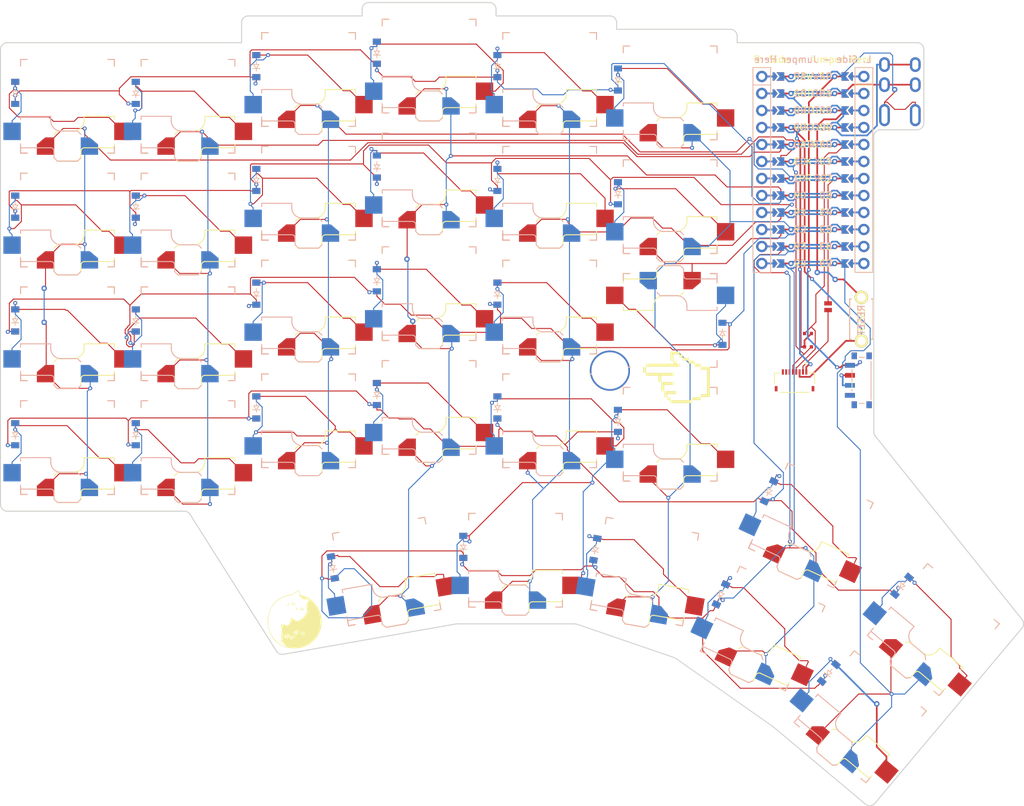
<source format=kicad_pcb>
(kicad_pcb (version 20221018) (generator pcbnew)
  (title_block (title "nib") (rev "v1.0.0") (company "Unknown"))
  (layers (0 "F.Cu" signal) (31 "B.Cu" signal) (34 "B.Paste" user) (35 "F.Paste" user) (36 "B.SilkS" user "B.Silkscreen") (37 "F.SilkS" user "F.Silkscreen") (38 "B.Mask" user) (39 "F.Mask" user) (44 "Edge.Cuts" user))
  (net 0 "")
  (net 1 "RAW")
  (net 2 "GND")
  (net 3 "RST")
  (net 4 "VCC")
  (net 5 "DATA")
  (net 6 "CLK")
  (net 7 "TPR")
  (net 8 "R0")
  (net 9 "R1")
  (net 10 "R2")
  (net 11 "R3")
  (net 12 "R4")
  (net 13 "SP")
  (net 14 "D1")
  (net 15 "C0")
  (net 16 "C1")
  (net 17 "C2")
  (net 18 "C3")
  (net 19 "C4")
  (net 20 "C5")
  (net 21 "C6")
  (net 22 "C7")
  (net 23 "MCU1_24")
  (net 24 "MCU1_1")
  (net 25 "MCU1_23")
  (net 26 "MCU1_2")
  (net 27 "MCU1_22")
  (net 28 "MCU1_3")
  (net 29 "MCU1_21")
  (net 30 "MCU1_4")
  (net 31 "MCU1_20")
  (net 32 "MCU1_5")
  (net 33 "MCU1_19")
  (net 34 "MCU1_6")
  (net 35 "MCU1_18")
  (net 36 "MCU1_7")
  (net 37 "MCU1_17")
  (net 38 "MCU1_8")
  (net 39 "MCU1_16")
  (net 40 "MCU1_9")
  (net 41 "MCU1_15")
  (net 42 "MCU1_10")
  (net 43 "MCU1_14")
  (net 44 "MCU1_11")
  (net 45 "MCU1_13")
  (net 46 "MCU1_12")
  (net 47 "pinky2_bottom")
  (net 48 "pinky2_home")
  (net 49 "pinky2_top")
  (net 50 "pinky2_num")
  (net 51 "pinky_bottom")
  (net 52 "pinky_home")
  (net 53 "pinky_top")
  (net 54 "pinky_num")
  (net 55 "ring_bottom")
  (net 56 "ring_home")
  (net 57 "ring_top")
  (net 58 "ring_num")
  (net 59 "middle_bottom")
  (net 60 "middle_home")
  (net 61 "middle_top")
  (net 62 "middle_num")
  (net 63 "index_bottom")
  (net 64 "index_home")
  (net 65 "index_top")
  (net 66 "index_num")
  (net 67 "inner_bottom")
  (net 68 "inner_home")
  (net 69 "inner_top")
  (net 70 "inner_num")
  (net 71 "inner2_bottom")
  (net 72 "home_bottom")
  (net 73 "outer_bottom")
  (net 74 "outer_top")
  (net 75 "outer2_bottom")
  (net 76 "outer2_top")
  (net 77 "BAT_P")
  (net 78 "RESETC")
  (footprint "kbd:ResetSW" (layer "F.Cu") (at 218.55 80.8 -90)
    (fp_text reference "B1" hide)
    (fp_text value "")
  )
  (footprint "PG1350" (layer "F.Cu") (at 147.6577 118.5173 -170)
    (fp_text reference "S25" hide)
    (fp_text value "")
  )
  (footprint "Screw_Hole" (layer "F.Cu") (at 226.5964 109.0587 -25)
    (fp_text reference "H4" hide)
    (fp_text value "")
  )
  (footprint "ComboDiode" (layer "F.Cu") (at 128.2 43 90)
    (fp_text reference "D12" hide)
    (fp_text value "" hide)
  )
  (footprint "Screw_Hole" (layer "F.Cu") (at 121.6 111)
    (fp_text reference "H2" hide)
    (fp_text value "")
  )
  (footprint "PG1350" (layer "F.Cu") (at 100 100 180)
    (fp_text reference "S1" hide)
    (fp_text value "")
  )
  (footprint "ComboDiode" (layer "F.Cu") (at 164.2 60 90)
    (fp_text reference "D19" hide)
    (fp_text value "" hide)
  )
  (footprint "ComboDiode" (layer "F.Cu") (at 110.2 81 90)
    (fp_text reference "D6" hide)
    (fp_text value "" hide)
  )
  (footprint "ComboDiode" (layer "F.Cu") (at 110.2 64 90)
    (fp_text reference "D7" hide)
    (fp_text value "" hide)
  )
  (footprint "PG1350" (layer "F.Cu") (at 118 49 180)
    (fp_text reference "S8" hide)
    (fp_text value "")
  )
  (footprint "PG1350" (layer "F.Cu") (at 166.9084 116.833 180)
    (fp_text reference "S26" hide)
    (fp_text value "")
  )
  (footprint "PG1350" (layer "F.Cu") (at 100 66 180)
    (fp_text reference "S3" hide)
    (fp_text value "")
  )
  (footprint "trackpoint_mount_t430" (layer "F.Cu") (at 181 88.5 45)
    (fp_text reference "TP1" hide)
    (fp_text value "")
  )
  (footprint "ComboDiode" (layer "F.Cu") (at 128.2 94 90)
    (fp_text reference "D9" hide)
    (fp_text value "" hide)
  )
  (footprint "PG1350" (layer "F.Cu") (at 190 47 180)
    (fp_text reference "S24" hide)
    (fp_text value "")
  )
  (footprint "PG1350" (layer "F.Cu") (at 190 81)
    (fp_text reference "S22" hide)
    (fp_text value "")
  )
  (footprint "PG1350" (layer "F.Cu") (at 136 96 180)
    (fp_text reference "S9" hide)
    (fp_text value "")
  )
  (footprint "PG1350" (layer "F.Cu") (at 136 45 180)
    (fp_text reference "S12" hide)
    (fp_text value "")
  )
  (footprint "PG1350" (layer "F.Cu") (at 136 79 180)
    (fp_text reference "S10" hide)
    (fp_text value "")
  )
  (footprint "ComboDiode" (layer "F.Cu") (at 92.2 98 90)
    (fp_text reference "D1" hide)
    (fp_text value "" hide)
  )
  (footprint "RES_ERJ2RKF4701X" (layer "F.Cu") (at 210.575 82.95)
    (fp_text reference "DISP2" hide)
    (fp_text value "RES_ERJ2RKF4701X")
  )
  (footprint "1:catyy" (layer "F.Cu") (at 133.921268 125.671361)
    (fp_text reference "G***" hide)
    (fp_text value "LOGO" hide)
  )
  (footprint "ComboDiode" (layer "F.Cu") (at 110.2 98 90)
    (fp_text reference "D5" hide)
    (fp_text value "" hide)
  )
  (footprint "ComboDiode" (layer "F.Cu") (at 146.2 41 90)
    (fp_text reference "D16" hide)
    (fp_text value "" hide)
  )
  (footprint "PG1350" (layer "F.Cu") (at 118 100 180)
    (fp_text reference "S5" hide)
    (fp_text value "")
  )
  (footprint "ComboDiode" (layer "F.Cu") (at 92.2 81 90)
    (fp_text reference "D2" hide)
    (fp_text value "" hide)
  )
  (footprint "ComboDiode" (layer "F.Cu") (at 92.2 64 90)
    (fp_text reference "D3" hide)
    (fp_text value "" hide)
  )
  (footprint "PG1350" (layer "F.Cu") (at 190 98 180)
    (fp_text reference "S21" hide)
    (fp_text value "")
  )
  (footprint "ComboDiode" (layer "F.Cu") (at 182.2 96 90)
    (fp_text reference "D21" hide)
    (fp_text value "" hide)
  )
  (footprint "nice_nano" (layer "F.Cu") (at 211.3 57.25)
    (fp_text reference "MCU1" hide)
    (fp_text value "")
  )
  (footprint "ComboDiode" (layer "F.Cu") (at 146.2 58 90)
    (fp_text reference "D15" hide)
    (fp_text value "" hide)
  )
  (footprint "PG1350" (layer "F.Cu") (at 118 83 180)
    (fp_text reference "S6" hide)
    (fp_text value "")
  )
  (footprint "ComboDiode" (layer "F.Cu") (at 146.2 75 90)
    (fp_text reference "D14" hide)
    (fp_text value "" hide)
  )
  (footprint "ComboDiode" (layer "F.Cu") (at 159.1084 114.833 90)
    (fp_text reference "D26" hide)
    (fp_text value "" hide)
  )
  (footprint "RES_ERJ2RKF4701X" (layer "F.Cu") (at 210.575 84.95)
    (fp_text reference "DISP3" hide)
    (fp_text value "RES_ERJ2RKF4701X")
  )
  (footprint "ComboDiode" (layer "F.Cu") (at 164.2 77 90)
    (fp_text reference "D18" hide)
    (fp_text value "" hide)
  )
  (footprint "ComboDiode" (layer "F.Cu") (at 213.6796 133.6673 50)
    (fp_text reference "D30" hide)
    (fp_text value "" hide)
  )
  (footprint "PG1350" (layer "F.Cu") (at 100 83 180)
    (fp_text reference "S2" hide)
    (fp_text value "")
  )
  (footprint "PG1350" (layer "F.Cu") (at 172 96 180)
    (fp_text reference "S17" hide)
    (fp_text value "")
  )
  (footprint "ComboDiode" (layer "F.Cu") (at 197.5888 121.9306 65)
    (fp_text reference "D28" hide)
    (fp_text value "" hide)
  )
  (footprint "ComboDiode" (layer "F.Cu") (at 182.2 62 90)
    (fp_text reference "D23" hide)
    (fp_text value "" hide)
  )
  (footprint "ComboDiode" (layer "F.Cu") (at 178.8249 115.1932 80)
    (fp_text reference "D27" hide)
    (fp_text value "" hide)
  )
  (footprint "ComboDiode" (layer "F.Cu") (at 139.6289 117.9021 100)
    (fp_text reference "D25" hide)
    (fp_text value "" hide)
  )
  (footprint "ComboDiode" (layer "F.Cu") (at 110.2 47 90)
    (fp_text reference "D8" hide)
    (fp_text value "" hide)
  )
  (footprint "ComboDiode" (layer "F.Cu") (at 128.2 60 90)
    (fp_text reference "D11" hide)
    (fp_text value "" hide)
  )
  (footprint "ComboDiode" (layer "F.Cu") (at 164.2 43 90)
    (fp_text reference "D20" hide)
    (fp_text value "" hide)
  )
  (footprint "ComboDiode" (layer "F.Cu") (at 224.607 120.6445 50)
    (fp_text reference "D31" hide)
    (fp_text value "" hide)
  )
  (footprint "ComboDiode" (layer "F.Cu") (at 182.2 45 90)
    (fp_text reference "D24" hide)
    (fp_text value "" hide)
  )
  (footprint "ComboDiode" (layer "F.Cu") (at 146.2 92 90)
    (fp_text reference "D13" hide)
    (fp_text value "" hide)
  )
  (footprint "PG1350" (layer "F.Cu") (at 229.2965 127.1904 140)
    (fp_text reference "S31" hide)
    (fp_text value "")
  )
  (footprint "PG1350" (layer "F.Cu") (at 154 60 180)
    (fp_text reference "S15" hide)
    (fp_text value "")
  )
  (footprint "PG1350" (layer "F.Cu") (at 210.9972 111.6324 155)
    (fp_text reference "S29" hide)
    (fp_text value "")
  )
  (footprint "ComboDiode" (layer "F.Cu") (at 92.2 47 90)
    (fp_text reference "D4" hide)
    (fp_text value "" hide)
  )
  (footprint "ceoloide:TRRS-PJ-320A-dual (reversible, symmetric)" (layer "F.Cu") (at 226.6 39.575)
    (fp_text reference "TRRS1" hide)
    (fp_text value "TRRS-PJ-320A-dual")
  )
  (footprint "PG1350" (layer "F.Cu") (at 186.1591 118.5173 170)
    (fp_text reference "S27" hide)
    (fp_text value "")
  )
  (footprint "power_switch" (layer "F.Cu") (at 218.575 89.95)
    (fp_text reference "SW1" hide)
    (fp_text value "")
  )
  (footprint "ComboDiode" (layer "F.Cu") (at 128.2 77 90)
    (fp_text reference "D10" hide)
    (fp_text value "" hide)
  )
  (footprint "PG1350" (layer "F.Cu") (at 154 94 180)
    (fp_text reference "S13" hide)
    (fp_text value "")
  )
  (footprint "ComboDiode" (layer "F.Cu") (at 204.7733 106.5233 65)
    (fp_text reference "D29" hide)
    (fp_text value "" hide)
  )
  (footprint "PG1350" (layer "F.Cu") (at 118 66 180)
    (fp_text reference "S7" hide)
    (fp_text value "")
  )
  (footprint "PG1350" (layer "F.Cu") (at 218.3692 140.2131 140)
    (fp_text reference "S30" hide)
    (fp_text value "")
  )
  (footprint "PG1350" (layer "F.Cu") (at 172 79 180)
    (fp_text reference "S18" hide)
    (fp_text value "")
  )
  (footprint "1:point" (layer "F.Cu") (at 190.920611 89.507549)
    (fp_text reference "G***" hide)
    (fp_text value "LOGO" hide)
  )
  (footprint "PG1350" (layer "F.Cu") (at 203.8127 127.0396 155)
    (fp_text reference "S28" hide)
    (fp_text value "")
  )
  (footprint "Screw_Hole" (layer "F.Cu") (at 200.26 41.39)
    (fp_text reference "H3" hide)
    (fp_text value "")
  )
  (footprint "PG1350" (layer "F.Cu") (at 172 45 180)
    (fp_text reference "S20" hide)
    (fp_text value "")
  )
  (footprint "ComboDiode" (layer "F.Cu") (at 197.8 83 -90)
    (fp_text reference "D22" hide)
    (fp_text value "" hide)
  )
  (footprint "HRS_FH34SRJ-8S-0.5SH_50_" (layer "F.Cu") (at 208.575 89.95)
    (fp_text reference "DISP1" hide)
    (fp_text value "HRS_FH34SRJ-8S-0.5SH_50_")
  )
  (footprint "PG1350" (layer "F.Cu") (at 190 64 180)
    (fp_text reference "S23" hide)
    (fp_text value "")
  )
  (footprint "PG1350" (layer "F.Cu") (at 154 77 180)
    (fp_text reference "S14" hide)
    (fp_text value "")
  )
  (footprint "PG1350" (layer "F.Cu") (at 136 62 180)
    (fp_text reference "S11" hide)
    (fp_text value "")
  )
  (footprint "Screw_Hole" (layer "F.Cu") (at 109 41.35)
    (fp_text reference "H1" hide)
    (fp_text value "")
  )
  (footprint "lib:Jumper" (layer "F.Cu") (at 213.575 78.95 90)
    (fp_text reference "J1" hide)
    (fp_text value "Jumper")
  )
  (footprint "PG1350" (layer "F.Cu") (at 154 43 180)
    (fp_text reference "S16" hide)
    (fp_text value "")
  )
  (footprint "ComboDiode" (layer "F.Cu") (at 164.2 94 90)
    (fp_text reference "D17" hide)
    (fp_text value "" hide)
  )
  (footprint "PG1350" (layer "F.Cu") (at 100 49 180)
    (fp_text reference "S4" hide)
    (fp_text value "")
  )
  (footprint "PG1350" (layer "F.Cu") (at 172 62 180)
    (fp_text reference "S19" hide)
    (fp_text value "")
  )
  (gr_line (start 227.8725 40.5) (end 227.8725 51.5075) (stroke (width 0.15)) (layer "Edge.Cuts"))
  (gr_arc (start 226.8725 39.5) (mid 227.579607 39.792893) (end 227.8725 40.5) (stroke (width 0.15)) (layer "Edge.Cuts"))
  (gr_line (start 126 39.5) (end 126 36.5) (stroke (width 0.15)) (layer "Edge.Cuts"))
  (gr_line (start 242.536901 126.968355) (end 220.565905 153.152369) (stroke (width 0.15)) (layer "Edge.Cuts"))
  (gr_line (start 144 35.5) (end 127 35.5) (stroke (width 0.15)) (layer "Edge.Cuts"))
  (gr_line (start 144 35.5) (end 144 34.5) (stroke (width 0.15)) (layer "Edge.Cuts"))
  (gr_arc (start 90 40.5) (mid 90.292893 39.792893) (end 91 39.5) (stroke (width 0.15)) (layer "Edge.Cuts"))
  (gr_arc (start 220.565904 153.152369) (mid 219.887016 153.505776) (end 219.157073 153.275626) (stroke (width 0.15)) (layer "Edge.Cuts"))
  (gr_line (start 199 37.5) (end 182 37.5) (stroke (width 0.15)) (layer "Edge.Cuts"))
  (gr_line (start 220.4 97.64933) (end 220.4 53.5075) (stroke (width 0.15)) (layer "Edge.Cuts"))
  (gr_arc (start 117.44889 109.499999) (mid 117.931555 109.624194) (end 118.294331 109.96593) (stroke (width 0.15)) (layer "Edge.Cuts"))
  (gr_line (start 176.040108 126.379556) (end 175.708394 126.333037) (stroke (width 0.15)) (layer "Edge.Cuts"))
  (gr_line (start 226.8725 52.5075) (end 221.4 52.5075) (stroke (width 0.15)) (layer "Edge.Cuts"))
  (gr_line (start 131.222629 130.431619) (end 118.294331 109.96593) (stroke (width 0.15)) (layer "Edge.Cuts"))
  (gr_arc (start 227.8725 51.5075) (mid 227.579607 52.214607) (end 226.8725 52.5075) (stroke (width 0.15)) (layer "Edge.Cuts"))
  (gr_line (start 181 35.5) (end 164 35.5) (stroke (width 0.15)) (layer "Edge.Cuts"))
  (gr_line (start 164 35.5) (end 164 34.5) (stroke (width 0.15)) (layer "Edge.Cuts"))
  (gr_line (start 175.708394 126.333037) (end 158.195662 126.333037) (stroke (width 0.15)) (layer "Edge.Cuts"))
  (gr_arc (start 144 34.5) (mid 144.292893 33.792893) (end 145 33.5) (stroke (width 0.15)) (layer "Edge.Cuts"))
  (gr_arc (start 199 37.5) (mid 199.707107 37.792893) (end 200 38.5) (stroke (width 0.15)) (layer "Edge.Cuts"))
  (gr_line (start 200 39.5) (end 226.8725 39.5) (stroke (width 0.15)) (layer "Edge.Cuts"))
  (gr_line (start 200 39.5) (end 200 38.5) (stroke (width 0.15)) (layer "Edge.Cuts"))
  (gr_line (start 205.333218 141.680818) (end 190.850852 131.50491) (stroke (width 0.15)) (layer "Edge.Cuts"))
  (gr_line (start 190.600588 131.37729) (end 176.040108 126.379556) (stroke (width 0.15)) (layer "Edge.Cuts"))
  (gr_arc (start 190.600588 131.37729) (mid 190.730224 131.432268) (end 190.850852 131.50491) (stroke (width 0.15)) (layer "Edge.Cuts"))
  (gr_arc (start 163 33.5) (mid 163.707107 33.792893) (end 164 34.5) (stroke (width 0.15)) (layer "Edge.Cuts"))
  (gr_line (start 90 108.5) (end 90 40.5) (stroke (width 0.15)) (layer "Edge.Cuts"))
  (gr_line (start 219.157073 153.275626) (end 205.401093 141.732989) (stroke (width 0.15)) (layer "Edge.Cuts"))
  (gr_arc (start 91 109.5) (mid 90.292893 109.207107) (end 90 108.5) (stroke (width 0.15)) (layer "Edge.Cuts"))
  (gr_arc (start 126 36.5) (mid 126.292893 35.792893) (end 127 35.5) (stroke (width 0.15)) (layer "Edge.Cuts"))
  (gr_line (start 91 39.5) (end 126 39.5) (stroke (width 0.15)) (layer "Edge.Cuts"))
  (gr_arc (start 242.551848 125.701028) (mid 242.770786 126.337362) (end 242.536901 126.968355) (stroke (width 0.15)) (layer "Edge.Cuts"))
  (gr_line (start 91 109.5) (end 117.44889 109.5) (stroke (width 0.15)) (layer "Edge.Cuts"))
  (gr_arc (start 220.4 53.5075) (mid 220.692893 52.800393) (end 221.4 52.5075) (stroke (width 0.15)) (layer "Edge.Cuts"))
  (gr_line (start 163 33.5) (end 145 33.5) (stroke (width 0.15)) (layer "Edge.Cuts"))
  (gr_line (start 220.619008 98.273871) (end 242.551849 125.701027) (stroke (width 0.15)) (layer "Edge.Cuts"))
  (gr_arc (start 205.333217 141.680818) (mid 205.367714 141.706177) (end 205.401093 141.732989) (stroke (width 0.15)) (layer "Edge.Cuts"))
  (gr_arc (start 132.241286 130.882432) (mid 131.663373 130.811999) (end 131.222629 130.431619) (stroke (width 0.15)) (layer "Edge.Cuts"))
  (gr_arc (start 158.022445 126.348153) (mid 158.108724 126.336823) (end 158.195662 126.333037) (stroke (width 0.15)) (layer "Edge.Cuts"))
  (gr_line (start 158.022445 126.348154) (end 132.241287 130.882433) (stroke (width 0.15)) (layer "Edge.Cuts"))
  (gr_arc (start 181 35.5) (mid 181.707107 35.792893) (end 182 36.5) (stroke (width 0.15)) (layer "Edge.Cuts"))
  (gr_line (start 182 37.5) (end 182 36.5) (stroke (width 0.15)) (layer "Edge.Cuts"))
  (gr_arc (start 220.619008 98.273871) (mid 220.456339 97.980244) (end 220.4 97.64933) (stroke (width 0.15)) (layer "Edge.Cuts"))
  (segment (start 215.7631 87.7) (end 215.4605 88.0026) (width 0.25) (layer "F.Cu") (net 1))
  (segment (start 214.561 44.55) (end 214.56 44.55) (width 0.25) (layer "F.Cu") (net 1))
  (segment (start 215.4605 88.0026) (end 214.9155 88.0026) (width 0.25) (layer "F.Cu") (net 1))
  (segment (start 214.562 44.55) (end 214.561 44.55) (width 0.25) (layer "F.Cu") (net 1))
  (segment (start 210.7028 48.4082) (end 210.7028 73.4217) (width 0.25) (layer "F.Cu") (net 1))
  (segment (start 216.3016 87.7) (end 215.7631 87.7) (width 0.25) (layer "F.Cu") (net 1))
  (segment (start 216.3016 87.7) (end 216.84 87.7) (width 0.25) (layer "F.Cu") (net 1))
  (segment (start 216.08 44.55) (end 216.075 44.55) (width 0.25) (layer "F.Cu") (net 1))
  (segment (start 217.883 87.7) (end 218.3548 87.2282) (width 0.25) (layer "F.Cu") (net 1))
  (segment (start 214.561 44.55) (end 210.7028 48.4082) (width 0.25) (layer "F.Cu") (net 1))
  (segment (start 216.075 44.55) (end 214.562 44.55) (width 0.25) (layer "F.Cu") (net 1))
  (segment (start 216.84 87.7) (end 217.883 87.7) (width 0.25) (layer "F.Cu") (net 1))
  (via (at 218.3548 87.2282) (size 0.6) (drill 0.3) (layers "F.Cu" "B.Cu") (net 1))
  (via (at 210.7028 73.4217) (size 0.6) (drill 0.3) (layers "F.Cu" "B.Cu") (net 1))
  (via (at 214.9155 88.0026) (size 0.6) (drill 0.3) (layers "F.Cu" "B.Cu") (net 1))
  (segment (start 207.69 45.28) (end 208.39 45.28) (width 0.25) (layer "B.Cu") (net 1))
  (segment (start 208.85 44.8) (end 214.31 44.8) (width 0.25) (layer "B.Cu") (net 1))
  (segment (start 206.53 44.55) (end 206.96 44.55) (width 0.25) (layer "B.Cu") (net 1))
  (segment (start 214.4628 44.6492) (end 214.4608 44.6492) (width 0.25) (layer "B.Cu") (net 1))
  (segment (start 214.4608 44.6492) (end 214.56 44.55) (width 0.25) (layer "B.Cu") (net 1))
  (segment (start 208.39 45.28) (end 208.76 44.9) (width 0.25) (layer "B.Cu") (net 1))
  (segment (start 208.76 44.89) (end 208.85 44.8) (width 0.25) (layer "B.Cu") (net 1))
  (segment (start 217.883 87.7) (end 218.3548 87.2282) (width 0.25) (layer "B.Cu") (net 1))
  (segment (start 210.5478 73.5767) (end 210.5478 83.6349) (width 0.25) (layer "B.Cu") (net 1))
  (segment (start 214.562 44.55) (end 214.4628 44.6492) (width 0.25) (layer "B.Cu") (net 1))
  (segment (start 210.7028 73.4217) (end 210.5478 73.5767) (width 0.25) (layer "B.Cu") (net 1))
  (segment (start 206.96 44.55) (end 207.69 45.28) (width 0.25) (layer "B.Cu") (net 1))
  (segment (start 214.31 44.8) (end 214.4608 44.6492) (width 0.25) (layer "B.Cu") (net 1))
  (segment (start 206.53 44.55) (end 206.525 44.55) (width 0.25) (layer "B.Cu") (net 1))
  (segment (start 210.5478 83.6349) (end 214.9155 88.0026) (width 0.25) (layer "B.Cu") (net 1))
  (segment (start 208.76 44.9) (end 208.76 44.89) (width 0.25) (layer "B.Cu") (net 1))
  (segment (start 216.84 87.7) (end 217.883 87.7) (width 0.25) (layer "B.Cu") (net 1))
  (segment (start 208.04 52.17) (end 208.2038 52.17) (width 0.25) (layer "F.Cu") (net 2))
  (segment (start 216.075 47.09) (end 214.562 47.09) (width 0.25) (layer "F.Cu") (net 2))
  (segment (start 217.2581 45.775) (end 216.08 46.9531) (width 0.25) (layer "F.Cu") (net 2))
  (segment (start 216.08 46.9531) (end 216.08 47.09) (width 0.25) (layer "F.Cu") (net 2))
  (segment (start 206.53 49.63) (end 208.038 49.63) (width 0.25) (layer "F.Cu") (net 2))
  (segment (start 208.2038 52.17) (end 210.0758 54.042) (width 0.25) (layer "F.Cu") (net 2))
  (segment (start 206.53 52.17) (end 206.525 52.17) (width 0.25) (layer "F.Cu") (net 2))
  (segment (start 218.55 84.05) (end 216.2455 84.05) (width 0.25) (layer "F.Cu") (net 2))
  (segment (start 216.08 47.09) (end 216.075 47.09) (width 0.25) (layer "F.Cu") (net 2))
  (segment (start 206.53 49.63) (end 206.525 49.63) (width 0.25) (layer "F.Cu") (net 2))
  (segment (start 206.53 52.17) (end 208.038 52.17) (width 0.25) (layer "F.Cu") (net 2))
  (segment (start 208.038 52.17) (end 208.04 52.17) (width 0.25) (layer "F.Cu") (net 2))
  (segment (start 216.2455 84.05) (end 210.8686 89.4269) (width 0.25) (layer "F.Cu") (net 2))
  (segment (start 226.6 45.775) (end 222 45.775) (width 0.25) (layer "F.Cu") (net 2))
  (segment (start 209.325 88.7) (end 209.325 89.4269) (width 0.25) (layer "F.Cu") (net 2))
  (segment (start 222 45.775) (end 217.2581 45.775) (width 0.25) (layer "F.Cu") (net 2))
  (segment (start 214.562 47.09) (end 214.56 47.09) (width 0.25) (layer "F.Cu") (net 2))
  (segment (start 210.8686 89.4269) (end 209.325 89.4269) (width 0.25) (layer "F.Cu") (net 2))
  (segment (start 210.0758 54.042) (end 210.0758 73.7112) (width 0.25) (layer "F.Cu") (net 2))
  (segment (start 210.0758 73.7112) (end 211.1747 74.8101) (width 0.25) (layer "F.Cu") (net 2))
  (segment (start 208.038 49.63) (end 208.04 49.63) (width 0.25) (layer "F.Cu") (net 2))
  (via (at 211.1747 74.8101) (size 0.6) (drill 0.3) (layers "F.Cu" "B.Cu") (net 2))
  (segment (start 208.29 49.38) (end 208.165 49.505) (width 0.25) (layer "B.Cu") (net 2))
  (segment (start 216.075 52.17) (end 215.64 52.17) (width 0.25) (layer "B.Cu") (net 2))
  (segment (start 206.53 47.09) (end 206.96 47.09) (width 0.25) (layer "B.Cu") (net 2))
  (segment (start 209.95 49.38) (end 208.29 49.38) (width 0.25) (layer "B.Cu") (net 2))
  (segment (start 215.8575 49.63) (end 215.8575 50.4925) (width 0.25) (layer "B.Cu") (net 2))
  (segment (start 216.08 52.17) (end 216.075 52.17) (width 0.25) (layer "B.Cu") (net 2))
  (segment (start 208.85 47.34) (end 214.31 47.34) (width 0.25) (layer "B.Cu") (net 2))
  (segment (start 215.8575 49.63) (end 215.64 49.63) (width 0.25) (layer "B.Cu") (net 2))
  (segment (start 215.64 52.17) (end 214.91 51.44) (width 0.25) (layer "B.Cu") (net 2))
  (segment (start 214.21 51.44) (end 213.74 51.92) (width 0.25) (layer "B.Cu") (net 2))
  (segment (start 208.39 47.82) (end 208.76 47.44) (width 0.25) (layer "B.Cu") (net 2))
  (segment (start 208.76 47.44) (end 208.76 47.43) (width 0.25) (layer "B.Cu") (net 2))
  (segment (start 208.76 47.43) (end 208.85 47.34) (width 0.25) (layer "B.Cu") (net 2))
  (segment (start 206.53 47.09) (end 206.525 47.09) (width 0.25) (layer "B.Cu") (net 2))
  (segment (start 208.165 49.505) (end 208.163 49.505) (width 0.25) (layer "B.Cu") (net 2))
  (segment (start 215.64 49.63) (end 214.91 48.9) (width 0.25) (layer "B.Cu") (net 2))
  (segment (start 208.163 49.505) (end 208.038 49.63) (width 0.25) (layer "B.Cu") (net 2))
  (segment (start 208.165 52.045) (end 208.04 52.17) (width 0.25) (layer "B.Cu") (net 2))
  (segment (start 208.165 52.045) (end 208.163 52.045) (width 0.25) (layer "B.Cu") (net 2))
  (segment (start 214.31 47.34) (end 214.4608 47.1892) (width 0.25) (layer "B.Cu") (net 2))
  (segment (start 209.95 49.38) (end 208.39 47.82) (width 0.25) (layer "B.Cu") (net 2))
  (segment (start 208.163 52.045) (end 208.038 52.17) (width 0.25) (layer "B.Cu") (net 2))
  (segment (start 214.4628 47.1892) (end 214.4608 47.1892) (width 0.25) (layer "B.Cu") (net 2))
  (segment (start 214.4608 47.1892) (end 214.56 47.09) (width 0.25) (layer "B.Cu") (net 2))
  (segment (start 208.165 49.505) (end 208.04 49.63) (width 0.25) (layer "B.Cu") (net 2))
  (segment (start 215.8575 50.4925) (end 214.91 51.44) (width 0.25) (layer "B.Cu") (net 2))
  (segment (start 213.74 51.92) (end 208.29 51.92) (width 0.25) (layer "B.Cu") (net 2))
  (segment (start 214.562 47.09) (end 214.4628 47.1892) (width 0.25) (layer "B.Cu") (net 2))
  (segment (start 214.91 48.9) (end 214.21 48.9) (width 0.25) (layer "B.Cu") (net 2))
  (segment (start 207.69 47.82) (end 208.39 47.82) (width 0.25) (layer "B.Cu") (net 2))
  (segment (start 218.55 84.05) (end 218.55 82.1854) (width 0.25) (layer "B.Cu") (net 2))
  (segment (start 216.08 49.63) (end 216.075 49.63) (width 0.25) (layer "B.Cu") (net 2))
  (segment (start 218.55 82.1854) (end 211.1747 74.8101) (width 0.25) (layer "B.Cu") (net 2))
  (segment (start 216.075 49.63) (end 215.8575 49.63) (width 0.25) (layer "B.Cu") (net 2))
  (segment (start 214.91 51.44) (end 214.21 51.44) (width 0.25) (layer "B.Cu") (net 2))
  (segment (start 213.74 49.38) (end 209.95 49.38) (width 0.25) (layer "B.Cu") (net 2))
  (segment (start 214.21 48.9) (end 213.74 49.38) (width 0.25) (layer "B.Cu") (net 2))
  (segment (start 208.29 51.92) (end 208.165 52.045) (width 0.25) (layer "B.Cu") (net 2))
  (segment (start 206.96 47.09) (end 207.69 47.82) (width 0.25) (layer "B.Cu") (net 2))
  (segment (start 218.55 77.55) (end 215.873099 74.873099) (width 0.25) (layer "F.Cu") (net 3))
  (segment (start 212.94839 50.949275) (end 214.755725 50.949275) (width 0.25) (layer "F.Cu") (net 3))
  (segment (start 214.755725 50.949275) (end 216.075 49.63) (width 0.25) (layer "F.Cu") (net 3))
  (segment (start 214.562 49.63) (end 214.56 49.63) (width 0.25) (layer "F.Cu") (net 3))
  (segment (start 215.873099 74.873099) (end 214.631772 74.873099) (width 0.25) (layer "F.Cu") (net 3))
  (segment (start 211.958166 51.939499) (end 212.94839 50.949275) (width 0.25) (layer "F.Cu") (net 3))
  (segment (start 216.075 49.63) (end 214.562 49.63) (width 0.25) (layer "F.Cu") (net 3))
  (segment (start 216.08 49.63) (end 216.075 49.63) (width 0.25) (layer "F.Cu") (net 3))
  (segment (start 211.958166 73.823461) (end 211.958166 51.939499) (width 0.25) (layer "F.Cu") (net 3))
  (via (at 211.958166 73.823461) (size 0.8) (drill 0.4) (layers "F.Cu" "B.Cu") (net 3))
  (via (at 214.631772 74.873099) (size 0.8) (drill 0.4) (layers "F.Cu" "B.Cu") (net 3))
  (segment (start 206.96 49.63) (end 207.69 50.36) (width 0.25) (layer "B.Cu") (net 3))
  (segment (start 208.76 49.97) (end 208.85 49.88) (width 0.25) (layer "B.Cu") (net 3))
  (segment (start 206.53 49.63) (end 206.525 49.63) (width 0.15) (layer "B.Cu") (net 3))
  (segment (start 214.31 49.88) (end 214.4858 49.7042) (width 0.25) (layer "B.Cu") (net 3))
  (segment (start 214.562 49.63) (end 214.4878 49.7042) (width 0.15) (layer "B.Cu") (net 3))
  (segment (start 206.53 49.63) (end 206.96 49.63) (width 0.25) (layer "B.Cu") (net 3))
  (segment (start 214.4858 49.7042) (end 214.56 49.63) (width 0.25) (layer "B.Cu") (net 3))
  (segment (start 208.76 49.98) (end 208.76 49.97) (width 0.25) (layer "B.Cu") (net 3))
  (segment (start 207.69 50.36) (end 208.39 50.36) (width 0.25) (layer "B.Cu") (net 3))
  (segment (start 214.4878 49.7042) (end 214.4858 49.7042) (width 0.15) (layer "B.Cu") (net 3))
  (segment (start 213.582134 73.823461) (end 211.958166 73.823461) (width 0.25) (layer "B.Cu") (net 3))
  (segment (start 214.631772 74.873099) (end 213.582134 73.823461) (width 0.25) (layer "B.Cu") (net 3))
  (segment (start 208.85 49.88) (end 214.31 49.88) (width 0.25) (layer "B.Cu") (net 3))
  (segment (start 208.39 50.36) (end 208.76 49.98) (width 0.25) (layer "B.Cu") (net 3))
  (segment (start 226.6 42.775) (end 222 42.775) (width 0.25) (layer "F.Cu") (net 4))
  (segment (start 210.9586 87.5484) (end 210.7497 87.5484) (width 0.25) (layer "F.Cu") (net 4))
  (segment (start 209.5627 84.95) (end 209.4986 84.95) (width 0.25) (layer "F.Cu") (net 4))
  (segment (start 209.4986 73.452) (end 209.4333 73.3867) (width 0.25) (layer "F.Cu") (net 4))
  (segment (start 210.063 84.95) (end 209.7808 84.95) (width 0.25) (layer "F.Cu") (net 4))
  (segment (start 209.4333 73.3867) (end 209.4333 54.332) (width 0.25) (layer "F.Cu") (net 4))
  (segment (start 210.325 88.7) (end 210.325 87.9731) (width 0.25) (layer "F.Cu") (net 4))
  (segment (start 210.063 83.974) (end 211.087 82.95) (width 0.25) (layer "F.Cu") (net 4))
  (segment (start 214.562 52.17) (end 214.56 52.17) (width 0.25) (layer "F.Cu") (net 4))
  (segment (start 210.7497 87.5484) (end 210.325 87.9731) (width 0.25) (layer "F.Cu") (net 4))
  (segment (start 209.7808 84.95) (end 209.5627 84.95) (width 0.25) (layer "F.Cu") (net 4))
  (segment (start 210.063 84.95) (end 210.063 83.974) (width 0.25) (layer "F.Cu") (net 4))
  (segment (start 209.4333 54.332) (end 208.9215 53.8202) (width 0.25) (layer "F.Cu") (net 4))
  (segment (start 216.075 52.17) (end 214.562 52.17) (width 0.25) (layer "F.Cu") (net 4))
  (segment (start 209.4333 73.3867) (end 209.368 73.3867) (width 0.25) (layer "F.Cu") (net 4))
  (segment (start 216.08 52.17) (end 216.075 52.17) (width 0.25) (layer "F.Cu") (net 4))
  (segment (start 209.4986 84.95) (end 209.4986 73.452) (width 0.25) (layer "F.Cu") (net 4))
  (via (at 210.9586 87.5484) (size 0.6) (drill 0.3) (layers "F.Cu" "B.Cu") (net 4))
  (via (at 208.9215 53.8202) (size 0.6) (drill 0.3) (layers "F.Cu" "B.Cu") (net 4))
  (via (at 209.368 73.3867) (size 0.6) (drill 0.3) (layers "F.Cu" "B.Cu") (net 4))
  (segment (start 209.5163 52.42) (end 214.31 52.42) (width 0.25) (layer "B.Cu") (net 4))
  (segment (start 208.76 52.51) (end 208.85 52.42) (width 0.25) (layer "B.Cu") (net 4))
  (segment (start 214.562 52.17) (end 214.4628 52.2692) (width 0.25) (layer "B.Cu") (net 4))
  (segment (start 209.368 85.9578) (end 209.368 73.3867) (width 0.25) (layer "B.Cu") (net 4))
  (segment (start 208.85 52.42) (end 209.5163 52.42) (width 0.25) (layer "B.Cu") (net 4))
  (segment (start 206.53 52.17) (end 206.96 52.17) (width 0.25) (layer "B.Cu") (net 4))
  (segment (start 214.31 52.42) (end 214.4608 52.2692) (width 0.25) (layer "B.Cu") (net 4))
  (segment (start 215.6004 53.354) (end 214.562 52.3156) (width 0.25) (layer "B.Cu") (net 4))
  (segment (start 206.96 52.17) (end 207.69 52.9) (width 0.25) (layer "B.Cu") (net 4))
  (segment (start 208.39 52.9) (end 208.76 52.52) (width 0.25) (layer "B.Cu") (net 4))
  (segment (start 207.69 52.9) (end 208.39 52.9) (width 0.25) (layer "B.Cu") (net 4))
  (segment (start 209.5163 52.42) (end 208.9215 53.0148) (width 0.25) (layer "B.Cu") (net 4))
  (segment (start 214.562 52.3156) (end 214.562 52.17) (width 0.25) (layer "B.Cu") (net 4))
  (segment (start 206.53 52.17) (end 206.525 52.17) (width 0.25) (layer "B.Cu") (net 4))
  (segment (start 208.76 52.52) (end 208.76 52.51) (width 0.25) (layer "B.Cu") (net 4))
  (segment (start 220.8731 51.8828) (end 219.4019 53.354) (width 0.25) (layer "B.Cu") (net 4))
  (segment (start 210.9586 87.5484) (end 209.368 85.9578) (width 0.25) (layer "B.Cu") (net 4))
  (segment (start 219.4019 53.354) (end 215.6004 53.354) (width 0.25) (layer "B.Cu") (net 4))
  (segment (start 214.4628 52.2692) (end 214.4608 52.2692) (width 0.25) (layer "B.Cu") (net 4))
  (segment (start 214.4608 52.2692) (end 214.56 52.17) (width 0.25) (layer "B.Cu") (net 4))
  (segment (start 220.8731 42.775) (end 220.8731 51.8828) (width 0.25) (layer "B.Cu") (net 4))
  (segment (start 222 42.775) (end 220.8731 42.775) (width 0.25) (layer "B.Cu") (net 4))
  (segment (start 208.9215 53.0148) (end 208.9215 53.8202) (width 0.25) (layer "B.Cu") (net 4))
  (segment (start 216.08 54.71) (end 216.075 54.71) (width 0.25) (layer "F.Cu") (net 5))
  (segment (start 211.0551 81.9579) (end 211.7517 81.2613) (width 0.15) (layer "F.Cu") (net 5))
  (segment (start 216.075 54.78937) (end 216.075 54.71) (width 0.15) (layer "F.Cu") (net 5))
  (segment (start 211.7517 77.116718) (end 213.013421 75.854997) (width 0.15) (layer "F.Cu") (net 5))
  (segment (start 214.810707 55.974293) (end 216.075 54.71) (width 0.15) (layer "F.Cu") (net 5))
  (segment (start 214.561 54.71) (end 214.56 54.71) (width 0.25) (layer "F.Cu") (net 5))
  (segment (start 213.013421 75.854997) (end 213.013421 56.634443) (width 0.15) (layer "F.Cu") (net 5))
  (segment (start 211.7517 81.2613) (end 211.7517 77.116718) (width 0.15) (layer "F.Cu") (net 5))
  (segment (start 213.013421 56.634443) (end 213.673571 55.974293) (width 0.15) (layer "F.Cu") (net 5))
  (segment (start 211.664 85.2835) (end 211.664 82.5668) (width 0.15) (layer "F.Cu") (net 5))
  (segment (start 213.673571 55.974293) (end 214.810707 55.974293) (width 0.15) (layer "F.Cu") (net 5))
  (segment (start 214.562 54.71) (end 214.561 54.71) (width 0.25) (layer "F.Cu") (net 5))
  (segment (start 208.825 88.0231) (end 208.9244 88.0231) (width 0.15) (layer "F.Cu") (net 5))
  (segment (start 208.9244 88.0231) (end 211.664 85.2835) (width 0.15) (layer "F.Cu") (net 5))
  (segment (start 216.075 54.71) (end 214.562 54.71) (width 0.25) (layer "F.Cu") (net 5))
  (segment (start 211.0551 81.9579) (end 210.063 82.95) (width 0.15) (layer "F.Cu") (net 5))
  (segment (start 211.664 82.5668) (end 211.0551 81.9579) (width 0.15) (layer "F.Cu") (net 5))
  (segment (start 208.825 88.7) (end 208.825 88.0231) (width 0.15) (layer "F.Cu") (net 5))
  (segment (start 208.76 55.05) (end 208.85 54.96) (width 0.25) (layer "B.Cu") (net 5))
  (segment (start 214.562 54.71) (end 214.4878 54.7842) (width 0.15) (layer "B.Cu") (net 5))
  (segment (start 208.85 54.96) (end 214.31 54.96) (width 0.25) (layer "B.Cu") (net 5))
  (segment (start 208.39 55.44) (end 208.76 55.06) (width 0.25) (layer "B.Cu") (net 5))
  (segment (start 214.4858 54.7842) (end 214.56 54.71) (width 0.25) (layer "B.Cu") (net 5))
  (segment (start 208.76 55.06) (end 208.76 55.05) (width 0.25) (layer "B.Cu") (net 5))
  (segment (start 206.53 54.71) (end 206.96 54.71) (width 0.25) (layer "B.Cu") (net 5))
  (segment (start 206.96 54.71) (end 207.69 55.44) (width 0.25) (layer "B.Cu") (net 5))
  (segment (start 206.53 54.71) (end 206.525 54.71) (width 0.15) (layer "B.Cu") (net 5))
  (segment (start 214.4878 54.7842) (end 214.4858 54.7842) (width 0.15) (layer "B.Cu") (net 5))
  (segment (start 214.31 54.96) (end 214.4858 54.7842) (width 0.25) (layer "B.Cu") (net 5))
  (segment (start 207.69 55.44) (end 208.39 55.44) (width 0.25) (layer "B.Cu") (net 5))
  (segment (start 211.087 84.95) (end 209.9756 86.0614) (width 0.15) (layer "F.Cu") (net 6))
  (segment (start 216.08 57.25) (end 216.075 57.25) (width 0.25) (layer "F.Cu") (net 6))
  (segment (start 216.075 57.25) (end 214.562 57.25) (width 0.25) (layer "F.Cu") (net 6))
  (segment (start 208.325 87.712) (end 208.325 88.7) (width 0.15) (layer "F.Cu") (net 6))
  (segment (start 214.562 57.25) (end 214.56 57.25) (width 0.25) (layer "F.Cu") (net 6))
  (segment (start 208.7849 84.8708) (end 209.9756 86.0614) (width 0.15) (layer "F.Cu") (net 6))
  (segment (start 209.9756 86.0614) (end 208.325 87.712) (width 0.15) (layer "F.Cu") (net 6))
  (segment (start 208.7849 58.906) (end 208.7849 84.8708) (width 0.15) (layer "F.Cu") (net 6))
  (via (at 208.7849 58.906) (size 0.6) (drill 0.3) (layers "F.Cu" "B.Cu") (net 6))
  (segment (start 208.85 57.5) (end 214.31 57.5) (width 0.25) (layer "B.Cu") (net 6))
  (segment (start 208.7849 58.906) (end 208.39 58.5111) (width 0.15) (layer "B.Cu") (net 6))
  (segment (start 208.39 58.5111) (end 208.39 57.98) (width 0.15) (layer "B.Cu") (net 6))
  (segment (start 208.76 57.59) (end 208.85 57.5) (width 0.25) (layer "B.Cu") (net 6))
  (segment (start 207.69 57.98) (end 208.39 57.98) (width 0.25) (layer "B.Cu") (net 6))
  (segment (start 214.4878 57.3242) (end 214.4858 57.3242) (width 0.15) (layer "B.Cu") (net 6))
  (segment (start 214.4858 57.3242) (end 214.56 57.25) (width 0.25) (layer "B.Cu") (net 6))
  (segment (start 214.562 57.25) (end 214.4878 57.3242) (width 0.15) (layer "B.Cu") (net 6))
  (segment (start 206.96 57.25) (end 207.69 57.98) (width 0.25) (layer "B.Cu") (net 6))
  (segment (start 208.76 57.6) (end 208.76 57.59) (width 0.25) (layer "B.Cu") (net 6))
  (segment (start 206.53 57.25) (end 206.96 57.25) (width 0.25) (layer "B.Cu") (net 6))
  (segment (start 214.31 57.5) (end 214.4858 57.3242) (width 0.25) (layer "B.Cu") (net 6))
  (segment (start 208.39 57.98) (end 208.76 57.6) (width 0.25) (layer "B.Cu") (net 6))
  (segment (start 206.53 57.25) (end 206.525 57.25) (width 0.15) (layer "B.Cu") (net 6))
  (segment (start 214.562 59.79) (end 214.56 59.79) (width 0.25) (layer "F.Cu") (net 7))
  (segment (start 216.075 59.79) (end 214.562 59.79) (width 0.25) (layer "F.Cu") (net 7))
  (segment (start 213.575 78.4496) (end 213.575 60.775) (width 0.15) (layer "F.Cu") (net 7))
  (segment (start 216.08 59.79) (end 216.075 59.79) (width 0.25) (layer "F.Cu") (net 7))
  (segment (start 213.575 60.775) (end 214.56 59.79) (width 0.15) (layer "F.Cu") (net 7))
  (segment (start 214.4878 59.8642) (end 214.4858 59.8642) (width 0.15) (layer "B.Cu") (net 7))
  (segment (start 208.76 60.14) (end 208.76 60.13) (width 0.25) (layer "B.Cu") (net 7))
  (segment (start 206.53 59.79) (end 206.525 59.79) (width 0.15) (layer "B.Cu") (net 7))
  (segment (start 214.4858 59.8642) (end 214.56 59.79) (width 0.25) (layer "B.Cu") (net 7))
  (segment (start 214.31 60.04) (end 214.4858 59.8642) (width 0.25) (layer "B.Cu") (net 7))
  (segment (start 214.562 59.79) (end 214.4878 59.8642) (width 0.15) (layer "B.Cu") (net 7))
  (segment (start 208.76 60.13) (end 208.85 60.04) (width 0.25) (layer "B.Cu") (net 7))
  (segment (start 206.96 59.79) (end 207.69 60.52) (width 0.25) (layer "B.Cu") (net 7))
  (segment (start 208.39 60.52) (end 208.76 60.14) (width 0.25) (layer "B.Cu") (net 7))
  (segment (start 207.69 60.52) (end 208.39 60.52) (width 0.25) (layer "B.Cu") (net 7))
  (segment (start 208.85 60.04) (end 214.31 60.04) (width 0.25) (layer "B.Cu") (net 7))
  (segment (start 206.53 59.79) (end 206.96 59.79) (width 0.25) (layer "B.Cu") (net 7))
  (segment (start 127.5367 40.5673) (end 127.26 40.844) (width 0.15) (layer "F.Cu") (net 8))
  (segment (start 109.3231 48.65) (end 109.2697 48.5966) (width 0.15) (layer "F.Cu") (net 8))
  (segment (start 214.562 62.33) (end 214.56 62.33) (width 0.25) (layer "F.Cu") (net 8))
  (segment (start 182.2 46.65) (end 181.3231 46.65) (width 0.15) (layer "F.Cu") (net 8))
  (segment (start 107.7445 47.2478) (end 107.7445 46.7006) (width 0.15) (layer "F.Cu") (net 8))
  (segment (start 107.7445 46.7006) (end 107.7445 46.32) (width 0.15) (layer "F.Cu") (net 8))
  (segment (start 107.7445 46.7006) (end 92.875 46.7006) (width 0.15) (layer "F.Cu") (net 8))
  (segment (start 164.2 43.6761) (end 164.2 44.65) (width 0.15) (layer "F.Cu") (net 8))
  (segment (start 181.3231 46.65) (end 181.2099 46.5368) (width 0.15) (layer "F.Cu") (net 8))
  (segment (start 128.0738 45.6065) (end 128.2 45.4803) (width 0.15) (layer "F.Cu") (net 8))
  (segment (start 216.08 62.33) (end 216.075 62.33) (width 0.25) (layer "F.Cu") (net 8))
  (segment (start 151.9247 45.276) (end 151.2369 44.5882) (width 0.15) (layer "F.Cu") (net 8))
  (segment (start 127.26 44.5869) (end 127.3231 44.65) (width 0.15) (layer "F.Cu") (net 8))
  (segment (start 127.26 40.844) (end 127.26 44.5869) (width 0.15) (layer "F.Cu") (net 8))
  (segment (start 128.2 44.65) (end 127.3231 44.65) (width 0.15) (layer "F.Cu") (net 8))
  (segment (start 155.5255 44.65) (end 154.8995 45.276) (width 0.15) (layer "F.Cu") (net 8))
  (segment (start 146.2 43.6133) (end 146.2 43.3769) (width 0.15) (layer "F.Cu") (net 8))
  (segment (start 109.2697 48.5966) (end 109.0933 48.5966) (width 0.15) (layer "F.Cu") (net 8))
  (segment (start 109.0933 48.5966) (end 107.7445 47.2478) (width 0.15) (layer "F.Cu") (net 8))
  (segment (start 92.2 48.65) (end 92.2 47.9231) (width 0.15) (layer "F.Cu") (net 8))
  (segment (start 110.2 48.65) (end 109.3231 48.65) (width 0.15) (layer "F.Cu") (net 8))
  (segment (start 164.2 44.65) (end 155.5255 44.65) (width 0.15) (layer "F.Cu") (net 8))
  (segment (start 181.2099 46.5368) (end 181.0967 46.5368) (width 0.15) (layer "F.Cu") (net 8))
  (segment (start 146.2 42.65) (end 146.2 43.0134) (width 0.15) (layer "F.Cu") (net 8))
  (segment (start 92.2 47.3756) (end 92.2 47.9231) (width 0.15) (layer "F.Cu") (net 8))
  (segment (start 128.2 45.4803) (end 128.2 44.65) (width 0.15) (layer "F.Cu") (net 8))
  (segment (start 92.875 46.7006) (end 92.2 47.3756) (width 0.15) (layer "F.Cu") (net 8))
  (segment (start 146.2 43.0134) (end 146.2 43.3769) (width 0.15) (layer "F.Cu") (net 8))
  (segment (start 109.4776 44.5869) (end 127.26 44.5869) (width 0.15) (layer "F.Cu") (net 8))
  (segment (start 147.1749 44.5882) (end 146.2 43.6133) (width 0.15) (layer "F.Cu") (net 8))
  (segment (start 143.7539 40.5673) (end 127.5367 40.5673) (width 0.15) (layer "F.Cu") (net 8))
  (segment (start 154.8995 45.276) (end 151.9247 45.276) (width 0.15) (layer "F.Cu") (net 8))
  (segment (start 151.2369 44.5882) (end 147.1749 44.5882) (width 0.15) (layer "F.Cu") (net 8))
  (segment (start 146.2 43.0134) (end 143.7539 40.5673) (width 0.15) (layer "F.Cu") (net 8))
  (segment (start 216.075 62.33) (end 214.562 62.33) (width 0.25) (layer "F.Cu") (net 8))
  (segment (start 107.7445 46.32) (end 109.4776 44.5869) (width 0.15) (layer "F.Cu") (net 8))
  (via (at 109.0933 48.5966) (size 0.6) (drill 0.3) (layers "F.Cu" "B.Cu") (net 8))
  (via (at 128.0738 45.6065) (size 0.6) (drill 0.3) (layers "F.Cu" "B.Cu") (net 8))
  (via (at 92.2 47.3756) (size 0.6) (drill 0.3) (layers "F.Cu" "B.Cu") (net 8))
  (via (at 146.2 43.6133) (size 0.6) (drill 0.3) (layers "F.Cu" "B.Cu") (net 8))
  (via (at 164.2 43.6761) (size 0.6) (drill 0.3) (layers "F.Cu" "B.Cu") (net 8))
  (via (at 181.0967 46.5368) (size 0.6) (drill 0.3) (layers "F.Cu" "B.Cu") (net 8))
  (segment (start 189.0852 42.6153) (end 195.1443 48.6744) (width 0.15) (layer "B.Cu") (net 8))
  (segment (start 206.96 62.33) (end 207.69 63.06) (width 0.25) (layer "B.Cu") (net 8))
  (segment (start 181.2099 46.65) (end 181.0967 46.5368) (width 0.15) (layer "B.Cu") (net 8))
  (segment (start 146.2 42.65) (end 146.2 43.6133) (width 0.15) (layer "B.Cu") (net 8))
  (segment (start 208.76 62.67) (end 208.85 62.58) (width 0.25) (layer "B.Cu") (net 8))
  (segment (start 128.2 45.3769) (end 128.0738 45.5031) (width 0.15) (layer "B.Cu") (net 8))
  (segment (start 181.2671 44.9902) (end 181.2671 42.789) (width 0.15) (layer "B.Cu") (net 8))
  (segment (start 181.4408 42.6153) (end 189.0852 42.6153) (width 0.15) (layer "B.Cu") (net 8))
  (segment (start 195.1443 48.6744) (end 195.8306 48.6744) (width 0.15) (layer "B.Cu") (net 8))
  (segment (start 214.31 62.58) (end 214.4858 62.4042) (width 0.25) (layer "B.Cu") (net 8))
  (segment (start 92.2 48.65) (end 92.2 47.3756) (width 0.15) (layer "B.Cu") (net 8))
  (segment (start 182.2 46.65) (end 181.2099 46.65) (width 0.15) (layer "B.Cu") (net 8))
  (segment (start 206.53 62.33) (end 206.525 62.33) (width 0.15) (layer "B.Cu") (net 8))
  (segment (start 182.2 46.65) (end 182.2 45.9231) (width 0.15) (layer "B.Cu") (net 8))
  (segment (start 214.562 62.33) (end 214.4878 62.4042) (width 0.15) (layer "B.Cu") (net 8))
  (segment (start 202.2012 55.045) (end 202.2012 62.446) (width 0.15) (layer "B.Cu") (net 8))
  (segment (start 170.9638 47.2753) (end 174.0761 47.2753) (width 0.15) (layer "B.Cu") (net 8))
  (segment (start 208.85 62.58) (end 214.31 62.58) (width 0.25) (layer "B.Cu") (net 8))
  (segment (start 128.2 44.65) (end 128.2 45.3769) (width 0.15) (layer "B.Cu") (net 8))
  (segment (start 164.2 45.0134) (end 164.2 44.65) (width 0.15) (layer "B.Cu") (net 8))
  (segment (start 202.2012 62.446) (end 203.2536 63.4984) (width 0.15) (layer "B.Cu") (net 8))
  (segment (start 109.1467 48.65) (end 109.0933 48.5966) (width 0.15) (layer "B.Cu") (net 8))
  (segment (start 208.76 62.68) (end 208.76 62.67) (width 0.25) (layer "B.Cu") (net 8))
  (segment (start 206.2585 63.4984) (end 206.525 63.2319) (width 0.15) (layer "B.Cu") (net 8))
  (segment (start 195.8306 48.6744) (end 202.2012 55.045) (width 0.15) (layer "B.Cu") (net 8))
  (segment (start 164.2 45.0134) (end 164.2 45.3769) (width 0.15) (layer "B.Cu") (net 8))
  (segment (start 214.4858 62.4042) (end 214.56 62.33) (width 0.25) (layer "B.Cu") (net 8))
  (segment (start 181.2671 42.789) (end 181.4408 42.6153) (width 0.15) (layer "B.Cu") (net 8))
  (segment (start 208.39 63.06) (end 208.76 62.68) (width 0.25) (layer "B.Cu") (net 8))
  (segment (start 128.0738 45.5031) (end 128.0738 45.6065) (width 0.15) (layer "B.Cu") (net 8))
  (segment (start 164.2 44.65) (end 164.2 43.6761) (width 0.15) (layer "B.Cu") (net 8))
  (segment (start 206.53 62.33) (end 206.96 62.33) (width 0.25) (layer "B.Cu") (net 8))
  (segment (start 203.2536 63.4984) (end 206.2585 63.4984) (width 0.15) (layer "B.Cu") (net 8))
  (segment (start 174.8146 46.5368) (end 181.0967 46.5368) (width 0.15) (layer "B.Cu") (net 8))
  (segment (start 182.2 45.9231) (end 181.2671 44.9902) (width 0.15) (layer "B.Cu") (net 8))
  (segment (start 206.525 62.33) (end 206.525 63.2319) (width 0.15) (layer "B.Cu") (net 8))
  (segment (start 164.2 45.3769) (end 165.2301 46.407) (width 0.15) (layer "B.Cu") (net 8))
  (segment (start 214.4878 62.4042) (end 214.4858 62.4042) (width 0.15) (layer "B.Cu") (net 8))
  (segment (start 110.2 48.65) (end 109.1467 48.65) (width 0.15) (layer "B.Cu") (net 8))
  (segment (start 165.2301 46.407) (end 170.0955 46.407) (width 0.15) (layer "B.Cu") (net 8))
  (segment (start 207.69 63.06) (end 208.39 63.06) (width 0.25) (layer "B.Cu") (net 8))
  (segment (start 170.0955 46.407) (end 170.9638 47.2753) (width 0.15) (layer "B.Cu") (net 8))
  (segment (start 174.0761 47.2753) (end 174.8146 46.5368) (width 0.15) (layer "B.Cu") (net 8))
  (segment (start 164.2 61.65) (end 163.3231 61.65) (width 0.15) (layer "F.Cu") (net 9))
  (segment (start 127.3231 57.7821) (end 127.4887 57.6165) (width 0.15) (layer "F.Cu") (net 9))
  (segment (start 110.0681 66.603) (end 110.2 66.4711) (width 0.15) (layer "F.Cu") (net 9))
  (segment (start 181.0935 63.5835) (end 181.0935 59.996) (width 0.15) (layer "F.Cu") (net 9))
  (segment (start 186.3288 59.6246) (end 193.5346 59.6246) (width 0.15) (layer "F.Cu") (net 9))
  (segment (start 153.9233 54.7999) (end 145.0762 54.7999) (width 0.15) (layer "F.Cu") (net 9))
  (segment (start 127.3231 59.8059) (end 127.3231 57.7821) (width 0.15) (layer "F.Cu") (net 9))
  (segment (start 109.1792 61.6152) (end 91.45 61.6152) (width 0.15) (layer "F.Cu") (net 9))
  (segment (start 214.562 64.87) (end 214.56 64.87) (width 0.25) (layer "F.Cu") (net 9))
  (segment (start 164.2 61.65) (end 164.2 60.9231) (width 0.15) (layer "F.Cu") (net 9))
  (segment (start 110.2 66.4711) (end 110.2 65.65) (width 0.15) (layer "F.Cu") (net 9))
  (segment (start 91.45 61.6152) (end 91.3039 61.7613) (width 0.15) (layer "F.Cu") (net 9))
  (segment (start 216.08 64.87) (end 216.075 64.87) (width 0.25) (layer "F.Cu") (net 9))
  (segment (start 145.0762 54.7999) (end 144.2052 55.6709) (width 0.15) (layer "F.Cu") (net 9))
  (segment (start 91.3039 61.7613) (end 91.3039 63.786) (width 0.15) (layer "F.Cu") (net 9))
  (segment (start 109.3184 61.7544) (end 109.3184 64.0415) (width 0.15) (layer "F.Cu") (net 9))
  (segment (start 186.3273 59.6231) (end 186.3288 59.6246) (width 0.15) (layer "F.Cu") (net 9))
  (segment (start 146.2 60.6133) (end 146.2 60.3769) (width 0.15) (layer "F.Cu") (net 9))
  (segment (start 146.2 59.7907) (end 146.2 60.3769) (width 0.15) (layer "F.Cu") (net 9))
  (segment (start 127.4887 57.6165) (end 144.2052 57.6165) (width 0.15) (layer "F.Cu") (net 9))
  (segment (start 193.5346 59.6246) (end 197.6021 63.6921) (width 0.15) (layer "F.Cu") (net 9))
  (segment (start 127.2525 61.5794) (end 109.4934 61.5794) (width 0.15) (layer "F.Cu") (net 9))
  (segment (start 216.075 64.87) (end 214.562 64.87) (width 0.25) (layer "F.Cu") (net 9))
  (segment (start 92.2 65.65) (end 92.2 64.9231) (width 0.15) (layer "F.Cu") (net 9))
  (segment (start 181.3231 63.65) (end 181.2566 63.5835) (width 0.15) (layer "F.Cu") (net 9))
  (segment (start 163.3177 57.4535) (end 163.982 56.7892) (width 0.15) (layer "F.Cu") (net 9))
  (segment (start 92.2 64.6821) (end 92.2 64.9231) (width 0.15) (layer "F.Cu") (net 9))
  (segment (start 128.2 60.6828) (end 127.3231 59.8059) (width 0.15) (layer "F.Cu") (net 9))
  (segment (start 181.4664 59.6231) (end 186.3273 59.6231) (width 0.15) (layer "F.Cu") (net 9))
  (segment (start 177.8867 56.7892) (end 181.0935 59.996) (width 0.15) (layer "F.Cu") (net 9))
  (segment (start 109.4934 61.5794) (end 109.3184 61.7544) (width 0.15) (layer "F.Cu") (net 9))
  (segment (start 164.2 60.9231) (end 163.3177 60.0408) (width 0.15) (layer "F.Cu") (net 9))
  (segment (start 181.2566 63.5835) (end 181.0935 63.5835) (width 0.15) (layer "F.Cu") (net 9))
  (segment (start 128.2 60.6828) (end 128.2 61.65) (width 0.15) (layer "F.Cu") (net 9))
  (segment (start 163.3177 60.0408) (end 163.3177 57.4535) (width 0.15) (layer "F.Cu") (net 9))
  (segment (start 144.2052 57.7082) (end 146.2 59.703) (width 0.15) (layer "F.Cu") (net 9))
  (segment (start 127.3231 61.65) (end 127.2525 61.5794) (width 0.15) (layer "F.Cu") (net 9))
  (segment (start 181.0935 59.996) (end 181.4664 59.6231) (width 0.15) (layer "F.Cu") (net 9))
  (segment (start 197.6021 63.6921) (end 208.1739 63.6921) (width 0.15) (layer "F.Cu") (net 9))
  (segment (start 156.5769 57.4535) (end 153.9233 54.7999) (width 0.15) (layer "F.Cu") (net 9))
  (segment (start 146.2 59.65) (end 146.2 59.703) (width 0.15) (layer "F.Cu") (net 9))
  (segment (start 163.0902 61.4171) (end 163.3231 61.65) (width 0.15) (layer "F.Cu") (net 9))
  (segment (start 182.2 63.65) (end 181.3231 63.65) (width 0.15) (layer "F.Cu") (net 9))
  (segment (start 109.3184 64.0415) (end 110.2 64.9231) (width 0.15) (layer "F.Cu") (net 9))
  (segment (start 91.3039 63.786) (end 92.2 64.6821) (width 0.15) (layer "F.Cu") (net 9))
  (segment (start 144.2052 57.6165) (end 144.2052 57.7082) (width 0.15) (layer "F.Cu") (net 9))
  (segment (start 146.2 59.7907) (end 146.2 59.7561) (width 0.15) (layer "F.Cu") (net 9))
  (segment (start 110.2 65.65) (end 110.2 64.9231) (width 0.15) (layer "F.Cu") (net 9))
  (segment (start 146.2 59.703) (end 146.2 59.7561) (width 0.15) (layer "F.Cu") (net 9))
  (segment (start 144.2052 55.6709) (end 144.2052 57.6165) (width 0.15) (layer "F.Cu") (net 9))
  (segment (start 128.2 61.65) (end 127.3231 61.65) (width 0.15) (layer "F.Cu") (net 9))
  (segment (start 163.3177 57.4535) (end 156.5769 57.4535) (width 0.15) (layer "F.Cu") (net 9))
  (segment (start 109.3184 61.7544) (end 109.1792 61.6152) (width 0.15) (layer "F.Cu") (net 9))
  (segment (start 163.982 56.7892) (end 177.8867 56.7892) (width 0.15) (layer "F.Cu") (net 9))
  (via (at 163.0902 61.4171) (size 0.6) (drill 0.3) (layers "F.Cu" "B.Cu") (net 9))
  (via (at 110.0681 66.603) (size 0.6) (drill 0.3) (layers "F.Cu" "B.Cu") (net 9))
  (via (at 146.2 60.6133) (size 0.6) (drill 0.3) (layers "F.Cu" "B.Cu") (net 9))
  (via (at 92.2 64.6821) (size 0.6) (drill 0.3) (layers "F.Cu" "B.Cu") (net 9))
  (via (at 181.0935 63.5835) (size 0.6) (drill 0.3) (layers "F.Cu" "B.Cu") (net 9))
  (via (at 208.1739 63.6921) (size 0.6) (drill 0.3) (layers "F.Cu" "B.Cu") (net 9))
  (via (at 128.2 60.6828) (size 0.6) (drill 0.3) (layers "F.Cu" "B.Cu") (net 9))
  (segment (start 214.562 64.87) (end 214.4878 64.9442) (width 0.15) (layer "B.Cu") (net 9))
  (segment (start 206.745 64.87) (end 207.9228 63.6922) (width 0.15) (layer "B.Cu") (net 9))
  (segment (start 206.53 64.87) (end 206.745 64.87) (width 0.25) (layer "B.Cu") (net 9))
  (segment (start 110.0681 66.5088) (end 110.0681 66.603) (width 0.15) (layer "B.Cu") (net 9))
  (segment (start 214.4878 64.9442) (end 214.4858 64.9442) (width 0.15) (layer "B.Cu") (net 9))
  (segment (start 92.2 65.65) (end 92.2 64.6821) (width 0.15) (layer "B.Cu") (net 9))
  (segment (start 208.1739 63.6922) (end 208.1739 63.6921) (width 0.15) (layer "B.Cu") (net 9))
  (segment (start 208.39 65.6) (end 208.76 65.22) (width 0.25) (layer "B.Cu") (net 9))
  (segment (start 208.85 65.12) (end 214.31 65.12) (width 0.25) (layer "B.Cu") (net 9))
  (segment (start 182.2 63.65) (end 181.16 63.65) (width 0.15) (layer "B.Cu") (net 9))
  (segment (start 208.76 65.21) (end 208.85 65.12) (width 0.25) (layer "B.Cu") (net 9))
  (segment (start 146.2 59.65) (end 146.2 60.6133) (width 0.15) (layer "B.Cu") (net 9))
  (segment (start 206.745 64.87) (end 206.96 64.87) (width 0.25) (layer "B.Cu") (net 9))
  (segment (start 164.2 61.65) (end 163.3231 61.65) (width 0.15) (layer "B.Cu") (net 9))
  (segment (start 181.16 63.65) (end 181.0935 63.5835) (width 0.15) (layer "B.Cu") (net 9))
  (segment (start 208.76 65.22) (end 208.76 65.21) (width 0.25) (layer "B.Cu") (net 9))
  (segment (start 207.69 65.6) (end 208.39 65.6) (width 0.25) (layer "B.Cu") (net 9))
  (segment (start 110.2 65.65) (end 110.2 66.3769) (width 0.15) (layer "B.Cu") (net 9))
  (segment (start 206.96 64.87) (end 207.69 65.6) (width 0.25) (layer "B.Cu") (net 9))
  (segment (start 207.9228 63.6922) (end 208.1739 63.6922) (width 0.15) (layer "B.Cu") (net 9))
  (segment (start 214.4858 64.9442) (end 214.56 64.87) (width 0.25) (layer "B.Cu") (net 9))
  (segment (start 128.2 61.65) (end 128.2 60.6828) (width 0.15) (layer "B.Cu") (net 9))
  (segment (start 206.53 64.87) (end 206.525 64.87) (width 0.15) (layer "B.Cu") (net 9))
  (segment (start 163.3231 61.65) (end 163.0902 61.4171) (width 0.15) (layer "B.Cu") (net 9))
  (segment (start 110.2 66.3769) (end 110.0681 66.5088) (width 0.15) (layer "B.Cu") (net 9))
  (segment (start 214.31 65.12) (end 214.4858 64.9442) (width 0.25) (layer "B.Cu") (net 9))
  (segment (start 108.9979 83.3872) (end 108.9979 83.9276) (width 0.15) (layer "F.Cu") (net 10))
  (segment (start 108.9712 83.3605) (end 108.9979 83.3871) (width 0.15) (layer "F.Cu") (net 10))
  (segment (start 109.675 82.8561) (end 109.4689 82.65) (width 0.15) (layer "F.Cu") (net 10))
  (segment (start 198.9156 81.5887) (end 198.7963 81.5887) (width 0.15) (layer "F.Cu") (net 10))
  (segment (start 198.6769 81.35) (end 198.7963 81.4694) (width 0.15) (layer "F.Cu") (net 10))
  (segment (start 109.3231 81.5876) (end 108.9712 81.9395) (width 0.15) (layer "F.Cu") (net 10))
  (segment (start 128.2 78.65) (end 127.3231 78.65) (width 0.15) (layer "F.Cu") (net 10))
  (segment (start 198.7963 85.1243) (end 198.52 85.4006) (width 0.15) (layer "F.Cu") (net 10))
  (segment (start 163.3231 78.65) (end 163.2047 78.5316) (width 0.15) (layer "F.Cu") (net 10))
  (segment (start 92.2 82.65) (end 91.3231 82.65) (width 0.15) (layer "F.Cu") (net 10))
  (segment (start 108.9712 83.2935) (end 108.9712 83.3605) (width 0.15) (layer "F.Cu") (net 10))
  (segment (start 128.2 78.65) (end 128.2 77.9231) (width 0.15) (layer "F.Cu") (net 10))
  (segment (start 127.3231 77.0462) (end 128.2 77.9231) (width 0.15) (layer "F.Cu") (net 10))
  (segment (start 156.7581 82.7841) (end 154.1802 80.2062) (width 0.15) (layer "F.Cu") (net 10))
  (segment (start 149.7104 78.5882) (end 147.4113 78.5882) (width 0.15) (layer "F.Cu") (net 10))
  (segment (start 163.2456 82.7841) (end 156.7581 82.7841) (width 0.15) (layer "F.Cu") (net 10))
  (segment (start 216.08 67.41) (end 216.075 67.41) (width 0.25) (layer "F.Cu") (net 10))
  (segment (start 145.1848 76.7883) (end 145.3231 76.65) (width 0.15) (layer "F.Cu") (net 10))
  (segment (start 146.2 76.65) (end 146.2 77.3769) (width 0.15) (layer "F.Cu") (net 10))
  (segment (start 91.9411 77.8078) (end 91.3231 78.4258) (width 0.15) (layer "F.Cu") (net 10))
  (segment (start 108.9979 83.9276) (end 108.8192 84.1063) (width 0.15) (layer "F.Cu") (net 10))
  (segment (start 109.3231 78.7343) (end 109.3231 81.5876) (width 0.15) (layer "F.Cu") (net 10))
  (segment (start 109.6351 84.9221) (end 109.973 84.5842) (width 0.15) (layer "F.Cu") (net 10))
  (segment (start 108.9979 83.3871) (end 108.8387 83.5463) (width 0.15) (layer "F.Cu") (net 10))
  (segment (start 198.7963 81.4694) (end 198.7963 81.5887) (width 0.15) (layer "F.Cu") (net 10))
  (segment (start 127.3231 78.65) (end 127.1306 78.8425) (width 0.15) (layer "F.Cu") (net 10))
  (segment (start 127.1306 78.8425) (end 127.0826 78.8425) (width 0.15) (layer "F.Cu") (net 10))
  (segment (start 91.3231 78.4258) (end 91.3231 82.65) (width 0.15) (layer "F.Cu") (net 10))
  (segment (start 108.9979 83.3871) (end 108.9979 83.3872) (width 0.15) (layer "F.Cu") (net 10))
  (segment (start 108.6193 82.9416) (end 108.9712 83.2935) (width 0.15) (layer "F.Cu") (net 10))
  (segment (start 214.562 67.41) (end 214.56 67.41) (width 0.25) (layer "F.Cu") (net 10))
  (segment (start 216.075 67.41) (end 214.562 67.41) (width 0.25) (layer "F.Cu") (net 10))
  (segment (start 190.0437 85.0505) (end 175.0245 85.0505) (width 0.15) (layer "F.Cu") (net 10))
  (segment (start 169.3284 82.2062) (end 167.8065 80.6843) (width 0.15) (layer "F.Cu") (net 10))
  (segment (start 127.3231 74.7473) (end 127.3231 77.0462) (width 0.15) (layer "F.Cu") (net 10))
  (segment (start 164.673 80.6843) (end 164.673 81.3567) (width 0.15) (layer "F.Cu") (net 10))
  (segment (start 175.0245 85.0505) (end 172.1802 82.2062) (width 0.15) (layer "F.Cu") (net 10))
  (segment (start 109.3231 78.7343) (end 108.3966 77.8078) (width 0.15) (layer "F.Cu") (net 10))
  (segment (start 109.675 82.8562) (end 109.675 82.8561) (width 0.15) (layer "F.Cu") (net 10))
  (segment (start 164.2 79.3769) (end 164.673 79.8499) (width 0.15) (layer "F.Cu") (net 10))
  (segment (start 163.2047 78.5316) (end 163.0864 78.5316) (width 0.15) (layer "F.Cu") (net 10))
  (segment (start 108.8192 84.1063) (end 108.8192 84.5841) (width 0.15) (layer "F.Cu") (net 10))
  (segment (start 110.2 82.65) (end 109.4689 82.65) (width 0.15) (layer "F.Cu") (net 10))
  (segment (start 109.1572 84.9221) (end 109.6351 84.9221) (width 0.15) (layer "F.Cu") (net 10))
  (segment (start 198.7963 81.5887) (end 198.7963 85.1243) (width 0.15) (layer "F.Cu") (net 10))
  (segment (start 127.5126 74.5578) (end 127.3231 74.7473) (width 0.15) (layer "F.Cu") (net 10))
  (segment (start 164.2 78.65) (end 164.2 79.3769) (width 0.15) (layer "F.Cu") (net 10))
  (segment (start 142.8564 74.5578) (end 127.5126 74.5578) (width 0.15) (layer "F.Cu") (net 10))
  (segment (start 108.9712 81.9395) (end 108.9712 82.0065) (width 0.15) (layer "F.Cu") (net 10))
  (segment (start 172.1802 82.2062) (end 169.3284 82.2062) (width 0.15) (layer "F.Cu") (net 10))
  (segment (start 91.2705 82.7026) (end 91.0957 82.7026) (width 0.15) (layer "F.Cu") (net 10))
  (segment (start 197.8 81.35) (end 198.6769 81.35) (width 0.15) (layer "F.Cu") (net 10))
  (segment (start 108.6193 82.3584) (end 108.6193 82.9416) (width 0.15) (layer "F.Cu") (net 10))
  (segment (start 164.673 81.3567) (end 163.2456 82.7841) (width 0.15) (layer "F.Cu") (net 10))
  (segment (start 151.3284 80.2062) (end 149.7104 78.5882) (width 0.15) (layer "F.Cu") (net 10))
  (segment (start 145.0869 76.7883) (end 145.1848 76.7883) (width 0.15) (layer "F.Cu") (net 10))
  (segment (start 147.4113 78.5882) (end 146.2 77.3769) (width 0.15) (layer "F.Cu") (net 10))
  (segment (start 109.973 83.1542) (end 109.675 82.8562) (width 0.15) (layer "F.Cu") (net 10))
  (segment (start 190.3938 85.4006) (end 190.0437 85.0505) (width 0.15) (layer "F.Cu") (net 10))
  (segment (start 164.673 79.8499) (end 164.673 80.6843) (width 0.15) (layer "F.Cu") (net 10))
  (segment (start 154.1802 80.2062) (end 151.3284 80.2062) (width 0.15) (layer "F.Cu") (net 10))
  (segment (start 91.3231 82.65) (end 91.2705 82.7026) (width 0.15) (layer "F.Cu") (net 10))
  (segment (start 127.3231 77.0462) (end 111.0112 77.0462) (width 0.15) (layer "F.Cu") (net 10))
  (segment (start 145.0869 76.7883) (end 142.8564 74.5578) (width 0.15) (layer "F.Cu") (net 10))
  (segment (start 108.8192 84.5841) (end 109.1572 84.9221) (width 0.15) (layer "F.Cu") (net 10))
  (segment (start 111.0112 77.0462) (end 109.3231 78.7343) (width 0.15) (layer "F.Cu") (net 10))
  (segment (start 164.2 78.65) (end 163.3231 78.65) (width 0.15) (layer "F.Cu") (net 10))
  (segment (start 108.3966 77.8078) (end 91.9411 77.8078) (width 0.15) (layer "F.Cu") (net 10))
  (segment (start 108.9712 82.0065) (end 108.6193 82.3584) (width 0.15) (layer "F.Cu") (net 10))
  (segment (start 167.8065 80.6843) (end 164.673 80.6843) (width 0.15) (layer "F.Cu") (net 10))
  (segment (start 198.52 85.4006) (end 190.3938 85.4006) (width 0.15) (layer "F.Cu") (net 10))
  (segment (start 146.2 76.65) (end 145.3231 76.65) (width 0.15) (layer "F.Cu") (net 10))
  (segment (start 109.973 84.5842) (end 109.973 83.1542) (width 0.15) (layer "F.Cu") (net 10))
  (via (at 163.0864 78.5316) (size 0.6) (drill 0.3) (layers "F.Cu" "B.Cu") (net 10))
  (via (at 108.8387 83.5463) (size 0.6) (drill 0.3) (layers "F.Cu" "B.Cu") (net 10))
  (via (at 198.9156 81.5887) (size 0.6) (drill 0.3) (layers "F.Cu" "B.Cu") (net 10))
  (via (at 91.0957 82.7026) (size 0.6) (drill 0.3) (layers "F.Cu" "B.Cu") (net 10))
  (via (at 145.0869 76.7883) (size 0.6) (drill 0.3) (layers "F.Cu" "B.Cu") (net 10))
  (via (at 127.0826 78.8425) (size 0.6) (drill 0.3) (layers "F.Cu" "B.Cu") (net 10))
  (segment (start 127.3231 78.65) (end 127.1306 78.8425) (width 0.15) (layer "B.Cu") (net 10))
  (segment (start 201.008 79.4963) (end 198.9156 81.5887) (width 0.15) (layer "B.Cu") (net 10))
  (segment (start 128.2 78.65) (end 127.3231 78.65) (width 0.15) (layer "B.Cu") (net 10))
  (segment (start 201.008 71.018) (end 201.008 79.4963) (width 0.15) (layer "B.Cu") (net 10))
  (segment (start 208.76 67.76) (end 208.76 67.75) (width 0.25) (layer "B.Cu") (net 10))
  (segment (start 164.2 78.65) (end 163.2048 78.65) (width 0.15) (layer "B.Cu") (net 10))
  (segment (start 207.6876 68.1376) (end 207.69 68.14) (width 0.25) (layer "B.Cu") (net 10))
  (segment (start 203.346 68.68) (end 201.008 71.018) (width 0.15) (layer "B.Cu") (net 10))
  (segment (start 197.8 81.35) (end 198.6769 81.35) (width 0.15) (layer "B.Cu") (net 10))
  (segment (start 110.2 82.65) (end 109.3231 82.65) (width 0.15) (layer "B.Cu") (net 10))
  (segment (start 206.53 67.41) (end 206.96 67.41) (width 0.25) (layer "B.Cu") (net 10))
  (segment (start 207.69 68.14) (end 208.39 68.14) (width 0.25) (layer "B.Cu") (net 10))
  (segment (start 108.8387 83.1344) (end 108.8387 83.5463) (width 0.15) (layer "B.Cu") (net 10))
  (segment (start 214.4878 67.4842) (end 214.4858 67.4842) (width 0.15) (layer "B.Cu") (net 10))
  (segment (start 206.96 67.41) (end 207.6876 68.1376) (width 0.25) (layer "B.Cu") (net 10))
  (segment (start 198.6769 81.35) (end 198.9156 81.5887) (width 0.15) (layer "B.Cu") (net 10))
  (segment (start 127.1306 78.8425) (end 127.0826 78.8425) (width 0.15) (layer "B.Cu") (net 10))
  (segment (start 214.4858 67.4842) (end 214.56 67.41) (width 0.25) (layer "B.Cu") (net 10))
  (segment (start 206.53 67.41) (end 206.525 67.41) (width 0.15) (layer "B.Cu") (net 10))
  (segment (start 145.2252 76.65) (end 145.0869 76.7883) (width 0.15) (layer "B.Cu") (net 10))
  (segment (start 214.562 67.41) (end 214.4878 67.4842) (width 0.15) (layer "B.Cu") (net 10))
  (segment (start 207.1452 68.68) (end 203.346 68.68) (width 0.15) (layer "B.Cu") (net 10))
  (segment (start 109.3231 82.65) (end 108.8387 83.1344) (width 0.15) (layer "B.Cu") (net 10))
  (segment (start 146.2 76.65) (end 145.2252 76.65) (width 0.15) (layer "B.Cu") (net 10))
  (segment (start 91.1483 82.65) (end 91.0957 82.7026) (width 0.15) (layer "B.Cu") (net 10))
  (segment (start 208.39 68.14) (end 208.76 67.76) (width 0.25) (layer "B.Cu") (net 10))
  (segment (start 207.6876 68.1376) (end 207.1452 68.68) (width 0.15) (layer "B.Cu") (net 10))
  (segment (start 208.85 67.66) (end 214.31 67.66) (width 0.25) (layer "B.Cu") (net 10))
  (segment (start 163.2048 78.65) (end 163.0864 78.5316) (width 0.15) (layer "B.Cu") (net 10))
  (segment (start 214.31 67.66) (end 214.4858 67.4842) (width 0.25) (layer "B.Cu") (net 10))
  (segment (start 92.2 82.65) (end 91.1483 82.65) (width 0.15) (layer "B.Cu") (net 10))
  (segment (start 208.76 67.75) (end 208.85 67.66) (width 0.25) (layer "B.Cu") (net 10))
  (segment (start 145.0847 93.502) (end 143.1258 91.5431) (width 0.15) (layer "F.Cu") (net 11))
  (segment (start 108.7115 95.5975) (end 91.471 95.5975) (width 0.15) (layer "F.Cu") (net 11))
  (segment (start 204.1685 107.9262) (end 204.076 108.0187) (width 0.15) (layer "F.Cu") (net 11))
  (segment (start 205.3201 107.9262) (end 204.1685 107.9262) (width 0.15) (layer "F.Cu") (net 11))
  (segment (start 182.2 98.3769) (end 182.2 98.6201) (width 0.15) (layer "F.Cu") (net 11))
  (segment (start 128.2 95.65) (end 127.0714 95.65) (width 0.15) (layer "F.Cu") (net 11))
  (segment (start 127.4604 91.5431) (end 127.0714 91.9321) (width 0.15) (layer "F.Cu") (net 11))
  (segment (start 164.2 95.7729) (end 164.2 95.7206) (width 0.15) (layer "F.Cu") (net 11))
  (segment (start 222.8259 121.3039) (end 215.1415 121.3039) (width 0.15) (layer "F.Cu") (net 11))
  (segment (start 174.2868 99.556) (end 172.9849 98.2542) (width 0.15) (layer "F.Cu") (net 11))
  (segment (start 145.3231 93.65) (end 145.1751 93.502) (width 0.15) (layer "F.Cu") (net 11))
  (segment (start 109.0867 95.9727) (end 109.0867 99.5345) (width 0.15) (layer "F.Cu") (net 11))
  (segment (start 169.2369 97.5882) (end 165.1844 97.5882) (width 0.15) (layer "F.Cu") (net 11))
  (segment (start 165.1844 97.5882) (end 164.673 97.0768) (width 0.15) (layer "F.Cu") (net 11))
  (segment (start 176.1928 97.65) (end 174.2868 99.556) (width 0.15) (layer "F.Cu") (net 11))
  (segment (start 145.1751 93.502) (end 145.0847 93.502) (width 0.15) (layer "F.Cu") (net 11))
  (segment (start 146.7996 94.3769) (end 146.2 94.3769) (width 0.15) (layer "F.Cu") (net 11))
  (segment (start 151.7561 95.7206) (end 149.8428 95.7206) (width 0.15) (layer "F.Cu") (net 11))
  (segment (start 182.2 97.65) (end 182.2 98.3769) (width 0.15) (layer "F.Cu") (net 11))
  (segment (start 164.2 95.65) (end 164.2 95.7206) (width 0.15) (layer "F.Cu") (net 11))
  (segment (start 174.6514 99.9207) (end 174.2868 99.556) (width 0.15) (layer "F.Cu") (net 11))
  (segment (start 215.1415 121.3039) (end 211.7713 117.9337) (width 0.15) (layer "F.Cu") (net 11))
  (segment (start 91.0892 95.9793) (end 91.0892 99.65) (width 0.15) (layer "F.Cu") (net 11))
  (segment (start 110.2 99.65) (end 109.7616 99.65) (width 0.15) (layer "F.Cu") (net 11))
  (segment (start 172.9849 98.2542) (end 169.9029 98.2542) (width 0.15) (layer "F.Cu") (net 11))
  (segment (start 182.2 97.65) (end 176.1928 97.65) (width 0.15) (layer "F.Cu") (net 11))
  (segment (start 146.2 93.65) (end 146.2 94.3769) (width 0.15) (layer "F.Cu") (net 11))
  (segment (start 109.7616 99.65) (end 109.2022 99.65) (width 0.15) (layer "F.Cu") (net 11))
  (segment (start 164.673 97.0768) (end 164.2 96.6039) (width 0.15) (layer "F.Cu") (net 11))
  (segment (start 216.08 69.95) (end 216.075 69.95) (width 0.25) (layer "F.Cu") (net 11))
  (segment (start 149.3973 95.5882) (end 148.0109 95.5882) (width 0.15) (layer "F.Cu") (net 11))
  (segment (start 127.0714 91.9321) (end 127.0714 95.5641) (width 0.15) (layer "F.Cu") (net 11))
  (segment (start 211.7713 115.7344) (end 208.2041 112.1672) (width 0.15) (layer "F.Cu") (net 11))
  (segment (start 164.2 95.7729) (end 164.2 96.3769) (width 0.15) (layer "F.Cu") (net 11))
  (segment (start 109.4953 95.5641) (end 109.0867 95.9727) (width 0.15) (layer "F.Cu") (net 11))
  (segment (start 149.8428 95.7206) (end 149.8413 95.7191) (width 0.15) (layer "F.Cu") (net 11))
  (segment (start 127.0714 95.5641) (end 127.0714 95.65) (width 0.15) (layer "F.Cu") (net 11))
  (segment (start 149.5282 95.7191) (end 149.3973 95.5882) (width 0.15) (layer "F.Cu") (net 11))
  (segment (start 154.1802 97.2062) (end 153.2417 97.2062) (width 0.15) (layer "F.Cu") (net 11))
  (segment (start 223.5464 121.9085) (end 222.8259 121.3039) (width 0.15) (layer "F.Cu") (net 11))
  (segment (start 91.0892 99.65) (end 92.2 99.65) (width 0.15) (layer "F.Cu") (net 11))
  (segment (start 163.2015 99.8156) (end 156.7896 99.8156) (width 0.15) (layer "F.Cu") (net 11))
  (segment (start 148.0109 95.5882) (end 146.7996 94.3769) (width 0.15) (layer "F.Cu") (net 11))
  (segment (start 208.2041 109.5454) (end 206.5849 107.9262) (width 0.15) (layer "F.Cu") (net 11))
  (segment (start 214.562 69.95) (end 214.56 69.95) (width 0.25) (layer "F.Cu") (net 11))
  (segment (start 174.6514 100.3626) (end 174.6514 99.9207) (width 0.15) (layer "F.Cu") (net 11))
  (segment (start 127.0714 95.5641) (end 109.4953 95.5641) (width 0.15) (layer "F.Cu") (net 11))
  (segment (start 164.673 97.0768) (end 164.4105 97.3393) (width 0.15) (layer "F.Cu") (net 11))
  (segment (start 206.5849 107.9262) (end 205.3201 107.9262) (width 0.15) (layer "F.Cu") (net 11))
  (segment (start 182.3843 108.0955) (end 174.6514 100.3626) (width 0.15) (layer "F.Cu") (net 11))
  (segment (start 202.4823 108.0955) (end 182.3843 108.0955) (width 0.15) (layer "F.Cu") (net 11))
  (segment (start 164.4105 97.3393) (end 164.4105 98.6066) (width 0.15) (layer "F.Cu") (net 11))
  (segment (start 109.0867 95.9727) (end 108.7115 95.5975) (width 0.15) (layer "F.Cu") (net 11))
  (segment (start 164.2 96.6039) (end 164.2 96.3769) (width 0.15) (layer "F.Cu") (net 11))
  (segment (start 146.2 93.65) (end 145.3231 93.65) (width 0.15) (layer "F.Cu") (net 11))
  (segment (start 204.076 108.0187) (end 203.0415 107.5363) (width 0.15) (layer "F.Cu") (net 11))
  (segment (start 216.075 69.95) (end 214.562 69.95) (width 0.25) (layer "F.Cu") (net 11))
  (segment (start 153.2417 97.2062) (end 151.7561 95.7206) (width 0.15) (layer "F.Cu") (net 11))
  (segment (start 164.4105 98.6066) (end 163.2015 99.8156) (width 0.15) (layer "F.Cu") (net 11))
  (segment (start 109.2022 99.65) (end 109.0867 99.5345) (width 0.15) (layer "F.Cu") (net 11))
  (segment (start 169.9029 98.2542) (end 169.2369 97.5882) (width 0.15) (layer "F.Cu") (net 11))
  (segment (start 224.063 120.9757) (end 224.063 121.2927) (width 0.15) (layer "F.Cu") (net 11))
  (segment (start 156.7896 99.8156) (end 154.1802 97.2062) (width 0.15) (layer "F.Cu") (net 11))
  (segment (start 203.0415 107.5363) (end 202.4823 108.0955) (width 0.15) (layer "F.Cu") (net 11))
  (segment (start 208.2041 112.1672) (end 208.2041 109.5454) (width 0.15) (layer "F.Cu") (net 11))
  (segment (start 91.471 95.5975) (end 91.0892 95.9793) (width 0.15) (layer "F.Cu") (net 11))
  (segment (start 205.3201 107.7175) (end 205.3201 107.9262) (width 0.15) (layer "F.Cu") (net 11))
  (segment (start 149.8413 95.7191) (end 149.5282 95.7191) (width 0.15) (layer "F.Cu") (net 11))
  (segment (start 223.5464 121.9085) (end 224.0631 121.2928) (width 0.15) (layer "F.Cu") (net 11))
  (segment (start 224.063 121.2927) (end 224.0631 121.2928) (width 0.15) (layer "F.Cu") (net 11))
  (segment (start 143.1258 91.5431) (end 127.4604 91.5431) (width 0.15) (layer "F.Cu") (net 11))
  (segment (start 211.7713 117.9337) (end 211.7713 115.7344) (width 0.15) (layer "F.Cu") (net 11))
  (via (at 109.0867 99.5345) (size 0.6) (drill 0.3) (layers "F.Cu" "B.Cu") (net 11))
  (via (at 205.3201 107.7175) (size 0.6) (drill 0.3) (layers "F.Cu" "B.Cu") (net 11))
  (via (at 164.2 96.6039) (size 0.6) (drill 0.3) (layers "F.Cu" "B.Cu") (net 11))
  (via (at 224.063 120.9757) (size 0.6) (drill 0.3) (layers "F.Cu" "B.Cu") (net 11))
  (via (at 182.2 98.6201) (size 0.6) (drill 0.3) (layers "F.Cu" "B.Cu") (net 11))
  (via (at 127.0714 95.65) (size 0.6) (drill 0.3) (layers "F.Cu" "B.Cu") (net 11))
  (via (at 91.0892 99.65) (size 0.6) (drill 0.3) (layers "F.Cu" "B.Cu") (net 11))
  (via (at 145.0847 93.502) (size 0.6) (drill 0.3) (layers "F.Cu" "B.Cu") (net 11))
  (segment (start 164.2 95.65) (end 164.2 96.6039) (width 0.15) (layer "B.Cu") (net 11))
  (segment (start 206.9019 103.7219) (end 206.9019 106.1357) (width 0.15) (layer "B.Cu") (net 11))
  (segment (start 202.5159 99.3359) (end 206.9019 103.7219) (width 0.15) (layer "B.Cu") (net 11))
  (segment (start 208.39 70.68) (end 208.76 70.3) (width 0.25) (layer "B.Cu") (net 11))
  (segment (start 110.2 99.65) (end 109.2022 99.65) (width 0.15) (layer "B.Cu") (net 11))
  (segment (start 223.5464 121.9085) (end 224.0631 121.2928) (width 0.15) (layer "B.Cu") (net 11))
  (segment (start 208.76 70.3) (end 208.76 70.29) (width 0.25) (layer "B.Cu") (net 11))
  (segment (start 204.076 108.0187) (end 204.3772 107.7175) (width 0.15) (layer "B.Cu") (net 11))
  (segment (start 208.76 70.29) (end 208.85 70.2) (width 0.25) (layer "B.Cu") (net 11))
  (segment (start 145.2327 93.65) (end 145.0847 93.502) (width 0.15) (layer "B.Cu") (net 11))
  (segment (start 206.9019 106.1357) (end 205.3201 107.7175) (width 0.15) (layer "B.Cu") (net 11))
  (segment (start 214.4878 70.0242) (end 214.4858 70.0242) (width 0.15) (layer "B.Cu") (net 11))
  (segment (start 207.1452 71.22) (end 203.3183 71.22) (width 0.15) (layer "B.Cu") (net 11))
  (segment (start 207.6876 70.6776) (end 207.69 70.68) (width 0.25) (layer "B.Cu") (net 11))
  (segment (start 204.3772 107.7175) (end 205.3201 107.7175) (width 0.15) (layer "B.Cu") (net 11))
  (segment (start 207.6876 70.6776) (end 207.1452 71.22) (width 0.15) (layer "B.Cu") (net 11))
  (segment (start 224.063 121.2927) (end 224.063 120.9757) (width 0.15) (layer "B.Cu") (net 11))
  (segment (start 92.2 99.65) (end 91.0892 99.65) (width 0.15) (layer "B.Cu") (net 11))
  (segment (start 206.96 69.95) (end 207.6876 70.6776) (width 0.25) (layer "B.Cu") (net 11))
  (segment (start 214.31 70.2) (end 214.4858 70.0242) (width 0.25) (layer "B.Cu") (net 11))
  (segment (start 207.69 70.68) (end 208.39 70.68) (width 0.25) (layer "B.Cu") (net 11))
  (segment (start 214.4858 70.0242) (end 214.56 69.95) (width 0.25) (layer "B.Cu") (net 11))
  (segment (start 109.2022 99.65) (end 109.0867 99.5345) (width 0.15) (layer "B.Cu") (net 11))
  (segment (start 224.0631 121.2928) (end 224.063 121.2927) (width 0.15) (layer "B.Cu") (net 11))
  (segment (start 146.2 93.65) (end 145.2327 93.65) (width 0.15) (layer "B.Cu") (net 11))
  (segment (start 208.85 70.2) (end 214.31 70.2) (width 0.25) (layer "B.Cu") (net 11))
  (segment (start 214.562 69.95) (end 214.4878 70.0242) (width 0.15) (layer "B.Cu") (net 11))
  (segment (start 203.3183 71.22) (end 202.5159 72.0224) (width 0.15) (layer "B.Cu") (net 11))
  (segment (start 182.2 97.65) (end 182.2 98.6201) (width 0.15) (layer "B.Cu") (net 11))
  (segment (start 206.53 69.95) (end 206.96 69.95) (width 0.25) (layer "B.Cu") (net 11))
  (segment (start 202.5159 72.0224) (end 202.5159 99.3359) (width 0.15) (layer "B.Cu") (net 11))
  (segment (start 206.53 69.95) (end 206.525 69.95) (width 0.15) (layer "B.Cu") (net 11))
  (segment (start 128.2 95.65) (end 127.0714 95.65) (width 0.15) (layer "B.Cu") (net 11))
  (segment (start 139.9154 119.527) (end 138.9255 119.7015) (width 0.15) (layer "F.Cu") (net 12))
  (segment (start 196.8915 123.426) (end 196.4494 124.3741) (width 0.15) (layer "F.Cu") (net 12))
  (segment (start 213.1357 134.3156) (end 213.1356 134.3155) (width 0.15) (layer "F.Cu") (net 12))
  (segment (start 178.5384 116.8181) (end 178.3853 117.6864) (width 0.15) (layer "F.Cu") (net 12))
  (segment (start 194.8516 130.3319) (end 200.4823 135.9626) (width 0.15) (layer "F.Cu") (net 12))
  (segment (start 187.4759 121.5329) (end 188.3221 122.3791) (width 0.15) (layer "F.Cu") (net 12))
  (segment (start 178.3853 117.6864) (end 180.0052 119.3063) (width 0.15) (layer "F.Cu") (net 12))
  (segment (start 159.9028 118.4212) (end 158.9285 117.4469) (width 0.15) (layer "F.Cu") (net 12))
  (segment (start 178.8318 117.8683) (end 178.6499 117.6864) (width 0.15) (layer "F.Cu") (net 12))
  (segment (start 178.6499 117.6864) (end 178.3853 117.6864) (width 0.15) (layer "F.Cu") (net 12))
  (segment (start 158.9285 117.4469) (end 159.1084 117.267) (width 0.15) (layer "F.Cu") (net 12))
  (segment (start 184.6419 121.5329) (end 187.4759 121.5329) (width 0.15) (layer "F.Cu") (net 12))
  (segment (start 137.9966 119.5439) (end 137.9966 116.1807) (width 0.15) (layer "F.Cu") (net 12))
  (segment (start 213.1356 134.3155) (end 213.1356 134.0727) (width 0.15) (layer "F.Cu") (net 12))
  (segment (start 213.1356 134.0727) (end 213.1594 134.0489) (width 0.15) (layer "F.Cu") (net 12))
  (segment (start 158.7854 115.4331) (end 159.1084 115.7561) (width 0.15) (layer "F.Cu") (net 12))
  (segment (start 164.8458 119.1217) (end 164.1453 118.4212) (width 0.15) (layer "F.Cu") (net 12))
  (segment (start 176.7214 118.2462) (end 169.9575 118.2462) (width 0.15) (layer "F.Cu") (net 12))
  (segment (start 188.3221 123.8546) (end 189.9334 125.4659) (width 0.15) (layer "F.Cu") (net 12))
  (segment (start 137.9966 116.1807) (end 138.7442 115.4331) (width 0.15) (layer "F.Cu") (net 12))
  (segment (start 212.619 134.9313) (end 212.1024 135.5469) (width 0.15) (layer "F.Cu") (net 12))
  (segment (start 200.4823 135.9626) (end 211.5877 135.9626) (width 0.15) (layer "F.Cu") (net 12))
  (segment (start 182.4153 119.3063) (end 184.6419 121.5329) (width 0.15) (layer "F.Cu") (net 12))
  (segment (start 212.0034 135.5469) (end 212.1024 135.5469) (width 0.15) (layer "F.Cu") (net 12))
  (segment (start 195.9434 124.3741) (end 196.4494 124.3741) (width 0.15) (layer "F.Cu") (net 12))
  (segment (start 211.5877 135.9626) (end 212.0034 135.5469) (width 0.15) (layer "F.Cu") (net 12))
  (segment (start 159.1084 116.483) (end 159.1084 115.7561) (width 0.15) (layer "F.Cu") (net 12))
  (segment (start 194.8516 125.4659) (end 195.9434 124.3741) (width 0.15) (layer "F.Cu") (net 12))
  (segment (start 194.8516 125.4659) (end 194.8516 130.3319) (width 0.15) (layer "F.Cu") (net 12))
  (segment (start 177.2812 117.6864) (end 176.7214 118.2462) (width 0.15) (layer "F.Cu") (net 12))
  (segment (start 197.8457 122.7803) (end 197.6359 122.7803) (width 0.15) (layer "F.Cu") (net 12))
  (segment (start 138.7442 115.4331) (end 158.7854 115.4331) (width 0.15) (layer "F.Cu") (net 12))
  (segment (start 178.3853 117.6864) (end 177.2812 117.6864) (width 0.15) (layer "F.Cu") (net 12))
  (segment (start 138.768 119.5439) (end 137.9966 119.5439) (width 0.15) (layer "F.Cu") (net 12))
  (segment (start 138.9255 119.7015) (end 138.9255 119.7014) (width 0.15) (layer "F.Cu") (net 12))
  (segment (start 159.1084 117.267) (end 159.1084 116.483) (width 0.15) (layer "F.Cu") (net 12))
  (segment (start 196.8915 123.426) (end 197.3336 122.478) (width 0.15) (layer "F.Cu") (net 12))
  (segment (start 197.6359 122.7803) (end 197.3336 122.478) (width 0.15) (layer "F.Cu") (net 12))
  (segment (start 188.3221 122.3791) (end 188.3221 123.8546) (width 0.15) (layer "F.Cu") (net 12))
  (segment (start 216.08 72.49) (end 216.075 72.49) (width 0.25) (layer "F.Cu") (net 12))
  (segment (start 212.619 134.9313) (end 213.1357 134.3156) (width 0.15) (layer "F.Cu") (net 12))
  (segment (start 180.0052 119.3063) (end 182.4153 119.3063) (width 0.15) (layer "F.Cu") (net 12))
  (segment (start 189.9334 125.4659) (end 194.8516 125.4659) (width 0.15) (layer "F.Cu") (net 12))
  (segment (start 138.9255 119.7014) (end 138.768 119.5439) (width 0.15) (layer "F.Cu") (net 12))
  (segment (start 214.562 72.49) (end 214.56 72.49) (width 0.25) (layer "F.Cu") (net 12))
  (segment (start 169.082 119.1217) (end 164.8458 119.1217) (width 0.15) (layer "F.Cu") (net 12))
  (segment (start 216.075 72.49) (end 214.562 72.49) (width 0.25) (layer "F.Cu") (net 12))
  (segment (start 169.9575 118.2462) (end 169.082 119.1217) (width 0.15) (layer "F.Cu") (net 12))
  (segment (start 164.1453 118.4212) (end 159.9028 118.4212) (width 0.15) (layer "F.Cu") (net 12))
  (via (at 158.9285 117.4469) (size 0.6) (drill 0.3) (layers "F.Cu" "B.Cu") (net 12))
  (via (at 213.1594 134.0489) (size 0.6) (drill 0.3) (layers "F.Cu" "B.Cu") (net 12))
  (via (at 137.9966 119.5439) (size 0.6) (drill 0.3) (layers "F.Cu" "B.Cu") (net 12))
  (via (at 197.8457 122.7803) (size 0.6) (drill 0.3) (layers "F.Cu" "B.Cu") (net 12))
  (via (at 178.8318 117.8683) (size 0.6) (drill 0.3) (layers "F.Cu" "B.Cu") (net 12))
  (segment (start 178.6499 117.6864) (end 178.8318 117.8683) (width 0.15) (layer "B.Cu") (net 12))
  (segment (start 159.1084 117.2099) (end 158.9285 117.3898) (width 0.15) (layer "B.Cu") (net 12))
  (segment (start 197.8457 122.478) (end 197.8457 122.7803) (width 0.15) (layer "B.Cu") (net 12))
  (segment (start 207.69 73.22) (end 207.8754 73.22) (width 0.25) (layer "B.Cu") (net 12))
  (segment (start 208.85 72.74) (end 214.31 72.74) (width 0.25) (layer "B.Cu") (net 12))
  (segment (start 208.76 72.83) (end 208.85 72.74) (width 0.25) (layer "B.Cu") (net 12))
  (segment (start 207.8754 73.22) (end 208.39 73.22) (width 0.25) (layer "B.Cu") (net 12))
  (segment (start 214.31 72.74) (end 214.4858 72.5642) (width 0.25) (layer "B.Cu") (net 12))
  (segment (start 178.5384 116.8181) (end 178.3853 117.6864) (width 0.15) (layer "B.Cu") (net 12))
  (segment (start 197.8457 122.478) (end 199.4434 122.478) (width 0.15) (layer "B.Cu") (net 12))
  (segment (start 207.3021 114.6193) (end 208.1359 114.6193) (width 0.15) (layer "B.Cu") (net 12))
  (segment (start 159.1084 116.483) (end 159.1084 117.2099) (width 0.15) (layer "B.Cu") (net 12))
  (segment (start 206.525 72.49) (end 206.53 72.49) (width 0.15) (layer "B.Cu") (net 12))
  (segment (start 158.9285 117.3898) (end 158.9285 117.4469) (width 0.15) (layer "B.Cu") (net 12))
  (segment (start 212.619 134.9313) (end 213.1357 134.3156) (width 0.15) (layer "B.Cu") (net 12))
  (segment (start 196.8915 123.426) (end 197.3336 122.478) (width 0.15) (layer "B.Cu") (net 12))
  (segment (start 138.9904 125.4302) (end 143.9054 125.4302) (width 0.15) (layer "B.Cu") (net 12))
  (segment (start 206.53 72.49) (end 206.96 72.49) (width 0.25) (layer "B.Cu") (net 12))
  (segment (start 208.5185 73.8631) (end 207.8754 73.22) (width 0.15) (layer "B.Cu") (net 12))
  (segment (start 213.1594 134.2919) (end 213.1594 134.0489) (width 0.15) (layer "B.Cu") (net 12))
  (segment (start 199.4434 122.478) (end 207.3021 114.6193) (width 0.15) (layer "B.Cu") (net 12))
  (segment (start 137.9966 124.4364) (end 138.9904 125.4302) (width 0.15) (layer "B.Cu") (net 12))
  (segment (start 145.4157 123.9199) (end 145.4157 120.6926) (width 0.15) (layer "B.Cu") (net 12))
  (segment (start 137.9966 119.5439) (end 137.9966 124.4364) (width 0.15) (layer "B.Cu") (net 12))
  (segment (start 208.1359 114.6193) (end 208.5185 114.2367) (width 0.15) (layer "B.Cu") (net 12))
  (segment (start 208.39 73.22) (end 208.76 72.84) (width 0.25) (layer "B.Cu") (net 12))
  (segment (start 142.8137 118.0906) (end 141.3518 118.0906) (width 0.15) (layer "B.Cu") (net 12))
  (segment (start 213.1357 134.3156) (end 213.1594 134.2919) (width 0.15) (layer "B.Cu") (net 12))
  (segment (start 145.4157 120.6926) (end 142.8137 118.0906) (width 0.15) (layer "B.Cu") (net 12))
  (segment (start 143.9054 125.4302) (end 145.4157 123.9199) (width 0.15) (layer "B.Cu") (net 12))
  (segment (start 206.96 72.49) (end 207.69 73.22) (width 0.25) (layer "B.Cu") (net 12))
  (segment (start 178.3853 117.6864) (end 178.6499 117.6864) (width 0.15) (layer "B.Cu") (net 12))
  (segment (start 208.76 72.84) (end 208.76 72.83) (width 0.25) (layer "B.Cu") (net 12))
  (segment (start 214.562 72.49) (end 214.4878 72.5642) (width 0.15) (layer "B.Cu") (net 12))
  (segment (start 197.8457 122.478) (end 197.3336 122.478) (width 0.15) (layer "B.Cu") (net 12))
  (segment (start 214.4858 72.5642) (end 214.56 72.49) (width 0.25) (layer "B.Cu") (net 12))
  (segment (start 208.5185 114.2367) (end 208.5185 73.8631) (width 0.15) (layer "B.Cu") (net 12))
  (segment (start 141.3518 118.0906) (end 139.9154 119.527) (width 0.15) (layer "B.Cu") (net 12))
  (segment (start 214.4878 72.5642) (end 214.4858 72.5642) (width 0.15) (layer "B.Cu") (net 12))
  (segment (start 223.52 46.8781) (end 223.52 46.4995) (width 0.15) (layer "F.Cu") (net 13))
  (segment (start 222 48.5046) (end 222 48.3981) (width 0.15) (layer "F.Cu") (net 13))
  (segment (start 222 48.3981) (end 223.52 46.8781) (width 0.15) (layer "F.Cu") (net 13))
  (segment (start 226.1539 48.3981) (end 225.0895 49.4625) (width 0.15) (layer "F.Cu") (net 13))
  (segment (start 222 50.325) (end 222 48.539) (width 0.15) (layer "F.Cu") (net 13))
  (segment (start 222 48.539) (end 222 48.5046) (width 0.15) (layer "F.Cu") (net 13))
  (segment (start 206.53 44.55) (end 208.038 44.55) (width 0.25) (layer "F.Cu") (net 13))
  (segment (start 222.4461 48.3981) (end 222 48.3981) (width 0.15) (layer "F.Cu") (net 13))
  (segment (start 223.5105 49.4625) (end 222.4461 48.3981) (width 0.15) (layer "F.Cu") (net 13))
  (segment (start 206.53 44.55) (end 206.525 44.55) (width 0.15) (layer "F.Cu") (net 13))
  (segment (start 226.6 50.325) (end 226.6 48.3981) (width 0.15) (layer "F.Cu") (net 13))
  (segment (start 226.6 48.3981) (end 226.1539 48.3981) (width 0.15) (layer "F.Cu") (net 13))
  (segment (start 208.038 44.55) (end 208.04 44.55) (width 0.25) (layer "F.Cu") (net 13))
  (segment (start 225.0895 49.4625) (end 223.5105 49.4625) (width 0.15) (layer "F.Cu") (net 13))
  (via (at 223.52 46.4995) (size 0.8) (drill 0.4) (layers "F.Cu" "B.Cu") (net 13))
  (segment (start 214.21 43.82) (end 213.74 44.3) (width 0.25) (layer "B.Cu") (net 13))
  (segment (start 213.74 44.3) (end 208.29 44.3) (width 0.25) (layer "B.Cu") (net 13))
  (segment (start 218.9446 41.0554) (end 216.075 43.925) (width 0.15) (layer "B.Cu") (net 13))
  (segment (start 208.163 44.425) (end 208.038 44.55) (width 0.15) (layer "B.Cu") (net 13))
  (segment (start 215.64 44.55) (end 214.91 43.82) (width 0.25) (layer "B.Cu") (net 13))
  (segment (start 214.91 43.82) (end 214.21 43.82) (width 0.25) (layer "B.Cu") (net 13))
  (segment (start 216.075 44.55) (end 215.64 44.55) (width 0.25) (layer "B.Cu") (net 13))
  (segment (start 208.29 44.3) (end 208.165 44.425) (width 0.25) (layer "B.Cu") (net 13))
  (segment (start 223.52 46.4995) (end 223.221 46.2005) (width 0.15) (layer "B.Cu") (net 13))
  (segment (start 222.832344 41.0554) (end 218.9446 41.0554) (width 0.15) (layer "B.Cu") (net 13))
  (segment (start 208.165 44.425) (end 208.163 44.425) (width 0.15) (layer "B.Cu") (net 13))
  (segment (start 216.08 44.55) (end 216.075 44.55) (width 0.25) (layer "B.Cu") (net 13))
  (segment (start 223.221 46.2005) (end 223.221 41.444056) (width 0.15) (layer "B.Cu") (net 13))
  (segment (start 216.075 43.925) (end 216.075 44.55) (width 0.15) (layer "B.Cu") (net 13))
  (segment (start 208.165 44.425) (end 208.04 44.55) (width 0.25) (layer "B.Cu") (net 13))
  (segment (start 223.221 41.444056) (end 222.832344 41.0554) (width 0.15) (layer "B.Cu") (net 13))
  (segment (start 206.53 47.09) (end 208.038 47.09) (width 0.25) (layer "F.Cu") (net 14))
  (segment (start 206.53 47.09) (end 206.525 47.09) (width 0.15) (layer "F.Cu") (net 14))
  (segment (start 208.038 47.09) (end 208.04 47.09) (width 0.25) (layer "F.Cu") (net 14))
  (segment (start 216.08 47.09) (end 216.075 47.09) (width 0.25) (layer "B.Cu") (net 14))
  (segment (start 208.165 46.965) (end 208.04 47.09) (width 0.25) (layer "B.Cu") (net 14))
  (segment (start 213.74 46.84) (end 208.29 46.84) (width 0.25) (layer "B.Cu") (net 14))
  (segment (start 215.64 47.09) (end 214.91 46.36) (width 0.25) (layer "B.Cu") (net 14))
  (segment (start 208.163 46.965) (end 208.038 47.09) (width 0.15) (layer "B.Cu") (net 14))
  (segment (start 214.91 46.36) (end 214.21 46.36) (width 0.25) (layer "B.Cu") (net 14))
  (segment (start 208.165 46.965) (end 208.163 46.965) (width 0.15) (layer "B.Cu") (net 14))
  (segment (start 214.21 46.36) (end 213.74 46.84) (width 0.25) (layer "B.Cu") (net 14))
  (segment (start 216.075 47.09) (end 215.64 47.09) (width 0.25) (layer "B.Cu") (net 14))
  (segment (start 208.29 46.84) (end 208.165 46.965) (width 0.25) (layer "B.Cu") (net 14))
  (segment (start 96.725 71.95) (end 99.0596 69.6154) (width 0.15) (layer "F.Cu") (net 15))
  (segment (start 96.829 81.589) (end 96.829 88.846) (width 0.15) (layer "F.Cu") (net 15))
  (segment (start 206.525 55.6119) (end 206.2809 55.856) (width 0.15) (layer "F.Cu") (net 15))
  (segment (start 206.525 54.71) (end 206.525 55.6119) (width 0.15) (layer "F.Cu") (net 15))
  (segment (start 206.525 54.71) (end 206.53 54.71) (width 0.15) (layer "F.Cu") (net 15))
  (segment (start 98.918 91.143) (end 103.3973 91.143) (width 0.15) (layer "F.Cu") (net 15))
  (segment (start 208.038 54.71) (end 208.04 54.71) (width 0.25) (layer "F.Cu") (net 15))
  (segment (start 106.4135 57.0359) (end 102.5718 53.1942) (width 0.15) (layer "F.Cu") (net 15))
  (segment (start 96.725 88.95) (end 98.918 91.143) (width 0.15) (layer "F.Cu") (net 15))
  (segment (start 96.725 75.995) (end 96.52 76.2) (width 0.15) (layer "F.Cu") (net 15))
  (segment (start 201.8897 56.5209) (end 185.0331 56.5209) (width 0.15) (layer "F.Cu") (net 15))
  (segment (start 96.829 88.846) (end 96.725 88.95) (width 0.15) (layer "F.Cu") (net 15))
  (segment (start 142.2549 57.0359) (end 106.4135 57.0359) (width 0.15) (layer "F.Cu") (net 15))
  (segment (start 202.5546 55.856) (end 201.8897 56.5209) (width 0.15) (layer "F.Cu") (net 15))
  (segment (start 96.725 71.95) (end 96.725 75.995) (width 0.15) (layer "F.Cu") (net 15))
  (segment (start 98.7628 103.9122) (end 102.7422 103.9122) (width 0.15) (layer "F.Cu") (net 15))
  (segment (start 99.3553 52.3197) (end 102.5718 52.3197) (width 0.15) (layer "F.Cu") (net 15))
  (segment (start 182.9602 54.448) (end 144.8428 54.448) (width 0.15) (layer "F.Cu") (net 15))
  (segment (start 99.0596 69.6154) (end 102.5718 69.6154) (width 0.15) (layer "F.Cu") (net 15))
  (segment (start 96.52 81.28) (end 96.829 81.589) (width 0.15) (layer "F.Cu") (net 15))
  (segment (start 206.2809 55.856) (end 202.5546 55.856) (width 0.15) (layer "F.Cu") (net 15))
  (segment (start 185.0331 56.5209) (end 182.9602 54.448) (width 0.15) (layer "F.Cu") (net 15))
  (segment (start 206.53 54.71) (end 208.038 54.71) (width 0.25) (layer "F.Cu") (net 15))
  (segment (start 96.725 105.95) (end 98.7628 103.9122) (width 0.15) (layer "F.Cu") (net 15))
  (segment (start 102.5718 53.1942) (end 102.5718 52.3197) (width 0.15) (layer "F.Cu") (net 15))
  (segment (start 96.725 54.95) (end 99.3553 52.3197) (width 0.15) (layer "F.Cu") (net 15))
  (segment (start 144.8428 54.448) (end 142.2549 57.0359) (width 0.15) (layer "F.Cu") (net 15))
  (via (at 103.3973 91.143) (size 0.6) (drill 0.3) (layers "F.Cu" "B.Cu") (net 15))
  (via (at 96.52 81.28) (size 0.8) (drill 0.4) (layers "F.Cu" "B.Cu") (net 15))
  (via (at 102.5718 52.3197) (size 0.6) (drill 0.3) (layers "F.Cu" "B.Cu") (net 15))
  (via (at 102.7422 103.9122) (size 0.6) (drill 0.3) (layers "F.Cu" "B.Cu") (net 15))
  (via (at 96.52 76.2) (size 0.8) (drill 0.4) (layers "F.Cu" "B.Cu") (net 15))
  (via (at 102.5718 69.6154) (size 0.6) (drill 0.3) (layers "F.Cu" "B.Cu") (net 15))
  (segment (start 208.165 54.585) (end 208.163 54.585) (width 0.15) (layer "B.Cu") (net 15))
  (segment (start 102.5718 69.6154) (end 102.5718 55.6532) (width 0.15) (layer "B.Cu") (net 15))
  (segment (start 208.165 54.585) (end 208.04 54.71) (width 0.25) (layer "B.Cu") (net 15))
  (segment (start 208.163 54.585) (end 208.038 54.71) (width 0.15) (layer "B.Cu") (net 15))
  (segment (start 102.9691 103.9122) (end 102.7422 103.9122) (width 0.15) (layer "B.Cu") (net 15))
  (segment (start 103.3973 89.0723) (end 103.3973 91.143) (width 0.15) (layer "B.Cu") (net 15))
  (segment (start 215.64 54.71) (end 214.91 53.98) (width 0.25) (layer "B.Cu") (net 15))
  (segment (start 214.91 53.98) (end 214.21 53.98) (width 0.25) (layer "B.Cu") (net 15))
  (segment (start 102.5718 52.3197) (end 102.5718 54.2468) (width 0.15) (layer "B.Cu") (net 15))
  (segment (start 102.5718 55.6532) (end 103.275 54.95) (width 0.15) (layer "B.Cu") (net 15))
  (segment (start 216.075 54.71) (end 215.64 54.71) (width 0.25) (layer "B.Cu") (net 15))
  (segment (start 103.275 71.95) (end 102.5718 71.2468) (width 0.15) (layer "B.Cu") (net 15))
  (segment (start 208.29 54.46) (end 208.165 54.585) (width 0.25) (layer "B.Cu") (net 15))
  (segment (start 216.08 54.71) (end 216.075 54.71) (width 0.25) (layer "B.Cu") (net 15))
  (segment (start 103.275 88.95) (end 103.3973 89.0723) (width 0.15) (layer "B.Cu") (net 15))
  (segment (start 102.9691 103.9122) (end 102.9691 105.6441) (width 0.15) (layer "B.Cu") (net 15))
  (segment (start 102.5718 54.2468) (end 103.275 54.95) (width 0.15) (layer "B.Cu") (net 15))
  (segment (start 103.3973 91.143) (end 102.9691 91.5712) (width 0.15) (layer "B.Cu") (net 15))
  (segment (start 102.9691 105.6441) (end 103.275 105.95) (width 0.15) (layer "B.Cu") (net 15))
  (segment (start 96.52 76.2) (end 96.52 81.28) (width 0.15) (layer "B.Cu") (net 15))
  (segment (start 102.5718 71.2468) (end 102.5718 69.6154) (width 0.15) (layer "B.Cu") (net 15))
  (segment (start 214.21 53.98) (end 213.74 54.46) (width 0.25) (layer "B.Cu") (net 15))
  (segment (start 102.9691 91.5712) (end 102.9691 103.9122) (width 0.15) (layer "B.Cu") (net 15))
  (segment (start 213.74 54.46) (end 208.29 54.46) (width 0.25) (layer "B.Cu") (net 15))
  (segment (start 114.725 88.95) (end 116.7618 86.9132) (width 0.15) (layer "F.Cu") (net 16))
  (segment (start 114.725 71.95) (end 116.7559 73.9809) (width 0.15) (layer "F.Cu") (net 16))
  (segment (start 185.1789 56.169) (end 183.106 54.0961) (width 0.15) (layer "F.Cu") (net 16))
  (segment (start 208.7149 54.4296) (end 208.3184 54.0331) (width 0.15) (layer "F.Cu") (net 16))
  (segment (start 208.3184 54.0331) (end 207.3646 54.0331) (width 0.15) (layer "F.Cu") (net 16))
  (segment (start 138.1507 54.0961) (end 137.4381 54.8087) (width 0.15) (layer "F.Cu") (net 16))
  (segment (start 137.4381 54.8087) (end 122.1136 54.8087) (width 0.15) (layer "F.Cu") (net 16))
  (segment (start 208.7149 54.9904) (end 208.7149 54.4296) (width 0.15) (layer "F.Cu") (net 16))
  (segment (start 206.525 56.3481) (end 207.3572 56.3481) (width 0.15) (layer "F.Cu") (net 16))
  (segment (start 114.725 54.95) (end 116.8826 52.7924) (width 0.15) (layer "F.Cu") (net 16))
  (segment (start 206.53 57.25) (end 208.038 57.25) (width 0.25) (layer "F.Cu") (net 16))
  (segment (start 207.3646 54.033) (end 206.9147 53.5831) (width 0.15) (layer "F.Cu") (net 16))
  (segment (start 116.7559 73.9809) (end 121.275 73.9809) (width 0.15) (layer "F.Cu") (net 16))
  (segment (start 183.106 54.0961) (end 138.1507 54.0961) (width 0.15) (layer "F.Cu") (net 16))
  (segment (start 117.2137 108.4387) (end 121.275 108.4387) (width 0.15) (layer "F.Cu") (net 16))
  (segment (start 206.525 57.25) (end 206.525 56.3481) (width 0.15) (layer "F.Cu") (net 16))
  (segment (start 114.725 105.95) (end 117.2137 108.4387) (width 0.15) (layer "F.Cu") (net 16))
  (segment (start 116.7618 86.9132) (end 120.7421 86.9132) (width 0.15) (layer "F.Cu") (net 16))
  (segment (start 206.9147 53.5831) (end 203.2133 53.5831) (width 0.15) (layer "F.Cu") (net 16))
  (segment (start 122.1136 54.8087) (end 120.0973 52.7924) (width 0.15) (layer "F.Cu") (net 16))
  (segment (start 203.2133 53.5831) (end 200.6274 56.169) (width 0.15) (layer "F.Cu") (net 16))
  (segment (start 208.038 57.25) (end 208.04 57.25) (width 0.25) (layer "F.Cu") (net 16))
  (segment (start 207.3572 56.3481) (end 208.7149 54.9904) (width 0.15) (layer "F.Cu") (net 16))
  (segment (start 116.8826 52.7924) (end 120.0973 52.7924) (width 0.15) (layer "F.Cu") (net 16))
  (segment (start 207.3646 54.0331) (end 207.3646 54.033) (width 0.15) (layer "F.Cu") (net 16))
  (segment (start 206.525 57.25) (end 206.53 57.25) (width 0.15) (layer "F.Cu") (net 16))
  (segment (start 200.6274 56.169) (end 185.1789 56.169) (width 0.15) (layer "F.Cu") (net 16))
  (via (at 120.0973 52.7924) (size 0.6) (drill 0.3) (layers "F.Cu" "B.Cu") (net 16))
  (via (at 121.275 108.4387) (size 0.6) (drill 0.3) (layers "F.Cu" "B.Cu") (net 16))
  (via (at 121.275 73.9809) (size 0.6) (drill 0.3) (layers "F.Cu" "B.Cu") (net 16))
  (via (at 120.7421 86.9132) (size 0.6) (drill 0.3) (layers "F.Cu" "B.Cu") (net 16))
  (segment (start 214.21 56.52) (end 213.74 57) (width 0.25) (layer "B.Cu") (net 16))
  (segment (start 213.74 57) (end 208.29 57) (width 0.25) (layer "B.Cu") (net 16))
  (segment (start 121.275 105.95) (end 120.9356 105.6106) (width 0.15) (layer "B.Cu") (net 16))
  (segment (start 121.275 108.4387) (end 121.275 105.95) (width 0.15) (layer "B.Cu") (net 16))
  (segment (start 120.0974 53.7724) (end 120.0974 52.7924) (width 0.15) (layer "B.Cu") (net 16))
  (segment (start 208.163 57.125) (end 208.038 57.25) (width 0.15) (layer "B.Cu") (net 16))
  (segment (start 120.9636 86.9132) (end 120.7421 86.9132) (width 0.15) (layer "B.Cu") (net 16))
  (segment (start 216.075 57.25) (end 215.64 57.25) (width 0.25) (layer "B.Cu") (net 16))
  (segment (start 120.9691 55.2559) (end 121.275 54.95) (width 0.15) (layer "B.Cu") (net 16))
  (segment (start 120.9356 89.2894) (end 121.275 88.95) (width 0.15) (layer "B.Cu") (net 16))
  (segment (start 214.91 56.52) (end 214.21 56.52) (width 0.25) (layer "B.Cu") (net 16))
  (segment (start 120.9636 74.2923) (end 120.9636 86.9132) (width 0.15) (layer "B.Cu") (net 16))
  (segment (start 120.9636 86.9132) (end 120.9636 88.6386) (width 0.15) (layer "B.Cu") (net 16))
  (segment (start 208.165 57.125) (end 208.163 57.125) (width 0.15) (layer "B.Cu") (net 16))
  (segment (start 120.0974 52.7924) (end 120.0973 52.7924) (width 0.15) (layer "B.Cu") (net 16))
  (segment (start 208.29 57) (end 208.165 57.125) (width 0.25) (layer "B.Cu") (net 16))
  (segment (start 121.275 54.95) (end 120.0974 53.7724) (width 0.15) (layer "B.Cu") (net 16))
  (segment (start 215.64 57.25) (end 214.91 56.52) (width 0.25) (layer "B.Cu") (net 16))
  (segment (start 121.275 71.95) (end 121.275 73.9809) (width 0.15) (layer "B.Cu") (net 16))
  (segment (start 216.08 57.25) (end 216.075 57.25) (width 0.25) (layer "B.Cu") (net 16))
  (segment (start 121.275 71.95) (end 120.9691 71.6441) (width 0.15) (layer "B.Cu") (net 16))
  (segment (start 120.9356 105.6106) (end 120.9356 89.2894) (width 0.15) (layer "B.Cu") (net 16))
  (segment (start 208.165 57.125) (end 208.04 57.25) (width 0.25) (layer "B.Cu") (net 16))
  (segment (start 121.275 73.9809) (end 120.9636 74.2923) (width 0.15) (layer "B.Cu") (net 16))
  (segment (start 120.9691 71.6441) (end 120.9691 55.2559) (width 0.15) (layer "B.Cu") (net 16))
  (segment (start 120.9636 88.6386) (end 121.275 88.95) (width 0.15) (layer "B.Cu") (net 16))
  (segment (start 134.7676 65.9074) (end 138.7227 65.9074) (width 0.15) (layer "F.Cu") (net 17))
  (segment (start 132.725 101.95) (end 135.4001 99.2749) (width 0.15) (layer "F.Cu") (net 17))
  (segment (start 185.5 55.8171) (end 182.8479 53.165) (width 0.15) (layer "F.Cu") (net 17))
  (segment (start 201.8482 53.8648) (end 199.8959 55.8171) (width 0.15) (layer "F.Cu") (net 17))
  (segment (start 132.725 50.95) (end 134.7941 48.8809) (width 0.15) (layer "F.Cu") (net 17))
  (segment (start 199.8959 55.8171) (end 185.5 55.8171) (width 0.15) (layer "F.Cu") (net 17))
  (segment (start 208.038 59.79) (end 208.04 59.79) (width 0.25) (layer "F.Cu") (net 17))
  (segment (start 139.3901 85.4679) (end 139.3901 86.7796) (width 0.15) (layer "F.Cu") (net 17))
  (segment (start 136.8386 82.9164) (end 139.3901 85.4679) (width 0.15) (layer "F.Cu") (net 17))
  (segment (start 132.725 67.95) (end 134.7676 65.9074) (width 0.15) (layer "F.Cu") (net 17))
  (segment (start 135.4001 99.2749) (end 138.7412 99.2749) (width 0.15) (layer "F.Cu") (net 17))
  (segment (start 141.5898 53.165) (end 137.3057 48.8809) (width 0.15) (layer "F.Cu") (net 17))
  (segment (start 206.53 59.79) (end 206.525 59.79) (width 0.15) (layer "F.Cu") (net 17))
  (segment (start 134.7586 82.9164) (end 136.8386 82.9164) (width 0.15) (layer "F.Cu") (net 17))
  (segment (start 132.725 84.95) (end 134.7586 82.9164) (width 0.15) (layer "F.Cu") (net 17))
  (segment (start 182.8479 53.165) (end 141.5898 53.165) (width 0.15) (layer "F.Cu") (net 17))
  (segment (start 134.7941 48.8809) (end 137.3057 48.8809) (width 0.15) (layer "F.Cu") (net 17))
  (segment (start 206.53 59.79) (end 208.038 59.79) (width 0.25) (layer "F.Cu") (net 17))
  (via (at 137.3057 48.8809) (size 0.6) (drill 0.3) (layers "F.Cu" "B.Cu") (net 17))
  (via (at 138.7227 65.9074) (size 0.6) (drill 0.3) (layers "F.Cu" "B.Cu") (net 17))
  (via (at 139.3901 86.7796) (size 0.6) (drill 0.3) (layers "F.Cu" "B.Cu") (net 17))
  (via (at 138.7412 99.2749) (size 0.6) (drill 0.3) (layers "F.Cu" "B.Cu") (net 17))
  (via (at 201.8482 53.8648) (size 0.6) (drill 0.3) (layers "F.Cu" "B.Cu") (net 17))
  (segment (start 208.1005 59.7275) (end 206.7499 58.3769) (width 0.15) (layer "B.Cu") (net 17))
  (segment (start 203.1792 58.3769) (end 202.5531 57.7508) (width 0.15) (layer "B.Cu") (net 17))
  (segment (start 208.163 59.665) (end 208.1005 59.7275) (width 0.15) (layer "B.Cu") (net 17))
  (segment (start 208.29 59.54) (end 208.165 59.665) (width 0.25) (layer "B.Cu") (net 17))
  (segment (start 138.9636 51.2614) (end 138.9636 65.9074) (width 0.15) (layer "B.Cu") (net 17))
  (segment (start 214.91 59.06) (end 214.21 59.06) (width 0.25) (layer "B.Cu") (net 17))
  (segment (start 139.275 84.95) (end 139.3901 85.0651) (width 0.15) (layer "B.Cu") (net 17))
  (segment (start 208.165 59.665) (end 208.04 59.79) (width 0.25) (layer "B.Cu") (net 17))
  (segment (start 138.9636 84.6386) (end 139.275 84.95) (width 0.15) (layer "B.Cu") (net 17))
  (segment (start 202.5531 54.5697) (end 201.8482 53.8648) (width 0.15) (layer "B.Cu") (net 17))
  (segment (start 139.3901 85.0651) (end 139.3901 86.7796) (width 0.15) (layer "B.Cu") (net 17))
  (segment (start 138.7412 99.2749) (end 138.9636 99.2749) (width 0.15) (layer "B.Cu") (net 17))
  (segment (start 138.9636 68.2614) (end 138.9636 84.6386) (width 0.15) (layer "B.Cu") (net 17))
  (segment (start 139.275 50.8502) (end 139.275 50.95) (width 0.15) (layer "B.Cu") (net 17))
  (segment (start 206.7499 58.3769) (end 203.1792 58.3769) (width 0.15) (layer "B.Cu") (net 17))
  (segment (start 138.9636 99.2749) (end 138.9636 101.6386) (width 0.15) (layer "B.Cu") (net 17))
  (segment (start 216.08 59.79) (end 216.075 59.79) (width 0.25) (layer "B.Cu") (net 17))
  (segment (start 138.9636 101.6386) (end 139.275 101.95) (width 0.15) (layer "B.Cu") (net 17))
  (segment (start 216.075 59.79) (end 215.64 59.79) (width 0.25) (layer "B.Cu") (net 17))
  (segment (start 139.275 50.95) (end 138.9636 51.2614) (width 0.15) (layer "B.Cu") (net 17))
  (segment (start 138.9636 65.9074) (end 138.7227 65.9074) (width 0.15) (layer "B.Cu") (net 17))
  (segment (start 214.21 59.06) (end 213.74 59.54) (width 0.25) (layer "B.Cu") (net 17))
  (segment (start 215.64 59.79) (end 214.91 59.06) (width 0.25) (layer "B.Cu") (net 17))
  (segment (start 202.5531 57.7508) (end 202.5531 54.5697) (width 0.15) (layer "B.Cu") (net 17))
  (segment (start 213.74 59.54) (end 208.29 59.54) (width 0.25) (layer "B.Cu") (net 17))
  (segment (start 138.9636 67.6386) (end 139.275 67.95) (width 0.15) (layer "B.Cu") (net 17))
  (segment (start 139.3901 86.7796) (end 138.9636 87.2061) (width 0.15) (layer "B.Cu") (net 17))
  (segment (start 137.3057 48.8809) (end 139.275 50.8502) (width 0.15) (layer "B.Cu") (net 17))
  (segment (start 138.9636 87.2061) (end 138.9636 99.2749) (width 0.15) (layer "B.Cu") (net 17))
  (segment (start 138.9636 65.9074) (end 138.9636 67.6386) (width 0.15) (layer "B.Cu") (net 17))
  (segment (start 208.1005 59.7275) (end 208.038 59.79) (width 0.15) (layer "B.Cu") (net 17))
  (segment (start 208.165 59.665) (end 208.163 59.665) (width 0.15) (layer "B.Cu") (net 17))
  (segment (start 139.275 67.95) (end 138.9636 68.2614) (width 0.15) (layer "B.Cu") (net 17))
  (segment (start 206.1569 61.06) (end 198.4928 61.06) (width 0.15) (layer "F.Cu") (net 18))
  (segment (start 145.4657 124.9456) (end 145.4657 124.6676) (width 0.15) (layer "F.Cu") (net 18))
  (segment (start 145.4657 124.6676) (end 147.9679 122.1654) (width 0.15) (layer "F.Cu") (net 18))
  (segment (start 150.725 48.95) (end 153.2872 46.3878) (width 0.15) (layer "F.Cu") (net 18))
  (segment (start 152.9915 63.6835) (end 156.5664 63.6835) (width 0.15) (layer "F.Cu") (net 18))
  (segment (start 183.6149 56.413) (end 157.2441 56.413) (width 0.15) (layer "F.Cu") (net 18))
  (segment (start 150.725 82.95) (end 152.986 85.211) (width 0.15) (layer "F.Cu") (net 18))
  (segment (start 208.038 62.33) (end 208.04 62.33) (width 0.25) (layer "F.Cu") (net 18))
  (segment (start 150.725 71.811705) (end 150.692605 71.8441) (width 0.15) (layer "F.Cu") (net 18))
  (segment (start 150.725 65.95) (end 150.725 71.811705) (width 0.15) (layer "F.Cu") (net 18))
  (segment (start 153.2872 46.3878) (end 156.5664 46.3878) (width 0.15) (layer "F.Cu") (net 18))
  (segment (start 206.525 62.33) (end 206.525 61.4281) (width 0.15) (layer "F.Cu") (net 18))
  (segment (start 186.4746 59.2727) (end 183.6149 56.413) (width 0.15) (layer "F.Cu") (net 18))
  (segment (start 152.986 85.211) (end 157.3865 85.211) (width 0.15) (layer "F.Cu") (net 18))
  (segment (start 206.525 61.4281) (end 206.1569 61.06) (width 0.15) (layer "F.Cu") (net 18))
  (segment (start 151.561648 82.113352) (end 150.725 82.95) (width 0.15) (layer "F.Cu") (net 18))
  (segment (start 147.9679 122.1654) (end 149.7116 122.1654) (width 0.15) (layer "F.Cu") (net 18))
  (segment (start 150.725 99.95) (end 153.5088 102.7338) (width 0.15) (layer "F.Cu") (net 18))
  (segment (start 196.7055 59.2727) (end 186.4746 59.2727) (width 0.15) (layer "F.Cu") (net 18))
  (segment (start 153.5088 102.7338) (end 154.4392 102.7338) (width 0.15) (layer "F.Cu") (net 18))
  (segment (start 206.53 62.33) (end 206.525 62.33) (width 0.15) (layer "F.Cu") (net 18))
  (segment (start 198.4928 61.06) (end 196.7055 59.2727) (width 0.15) (layer "F.Cu") (net 18))
  (segment (start 151.561648 81.11625) (end 151.561648 82.113352) (width 0.15) (layer "F.Cu") (net 18))
  (segment (start 150.725 65.95) (end 152.9915 63.6835) (width 0.15) (layer "F.Cu") (net 18))
  (segment (start 206.53 62.33) (end 208.038 62.33) (width 0.25) (layer "F.Cu") (net 18))
  (via (at 156.5664 46.3878) (size 0.6) (drill 0.3) (layers "F.Cu" "B.Cu") (net 18))
  (via (at 156.5664 63.6835) (size 0.6) (drill 0.3) (layers "F.Cu" "B.Cu") (net 18))
  (via (at 154.4392 102.7338) (size 0.6) (drill 0.3) (layers "F.Cu" "B.Cu") (net 18))
  (via (at 150.692605 71.8441) (size 0.8) (drill 0.4) (layers "F.Cu" "B.Cu") (net 18))
  (via (at 157.3865 85.211) (size 0.6) (drill 0.3) (layers "F.Cu" "B.Cu") (net 18))
  (via (at 149.7116 122.1654) (size 0.6) (drill 0.3) (layers "F.Cu" "B.Cu") (net 18))
  (via (at 157.2441 56.413) (size 0.6) (drill 0.3) (layers "F.Cu" "B.Cu") (net 18))
  (via (at 151.561648 81.11625) (size 0.8) (drill 0.4) (layers "F.Cu" "B.Cu") (net 18))
  (segment (start 157.3865 83.0615) (end 157.3865 85.211) (width 0.15) (layer "B.Cu") (net 18))
  (segment (start 208.165 62.205) (end 208.163 62.205) (width 0.15) (layer "B.Cu") (net 18))
  (segment (start 150.829 80.383602) (end 151.561648 81.11625) (width 0.15) (layer "B.Cu") (net 18))
  (segment (start 151.3544 123.8082) (end 149.7116 122.1654) (width 0.15) (layer "B.Cu") (net 18))
  (segment (start 149.7116 122.1654) (end 150.9372 120.9398) (width 0.15) (layer "B.Cu") (net 18))
  (segment (start 156.5664 46.3878) (end 156.5664 48.2414) (width 0.15) (layer "B.Cu") (net 18))
  (segment (start 156.9691 99.6441) (end 157.275 99.95) (width 0.15) (layer "B.Cu") (net 18))
  (segment (start 157.275 65.95) (end 156.5664 65.2414) (width 0.15) (layer "B.Cu") (net 18))
  (segment (start 214.91 61.6) (end 214.21 61.6) (width 0.25) (layer "B.Cu") (net 18))
  (segment (start 157.2441 56.413) (end 157.2441 48.9809) (width 0.15) (layer "B.Cu") (net 18))
  (segment (start 157.3865 85.211) (end 156.9691 85.6284) (width 0.15) (layer "B.Cu") (net 18))
  (segment (start 157.2441 48.9809) (end 157.275 48.95) (width 0.15) (layer "B.Cu") (net 18))
  (segment (start 208.165 62.205) (end 208.04 62.33) (width 0.25) (layer "B.Cu") (net 18))
  (segment (start 154.4912 102.7338) (end 157.275 99.95) (width 0.15) (layer "B.Cu") (net 18))
  (segment (start 215.64 62.33) (end 214.91 61.6) (width 0.25) (layer "B.Cu") (net 18))
  (segment (start 150.829 71.980495) (end 150.829 80.383602) (width 0.15) (layer "B.Cu") (net 18))
  (segment (start 216.075 62.33) (end 215.64 62.33) (width 0.25) (layer "B.Cu") (net 18))
  (segment (start 208.29 62.08) (end 208.165 62.205) (width 0.25) (layer "B.Cu") (net 18))
  (segment (start 156.5664 65.2414) (end 156.5664 63.6835) (width 0.15) (layer "B.Cu") (net 18))
  (segment (start 150.692605 71.8441) (end 150.829 71.980495) (width 0.15) (layer "B.Cu") (net 18))
  (segment (start 216.08 62.33) (end 216.075 62.33) (width 0.25) (layer "B.Cu") (net 18))
  (segment (start 156.5664 57.0907) (end 157.2441 56.413) (width 0.15) (layer "B.Cu") (net 18))
  (segment (start 156.9691 85.6284) (end 156.9691 99.6441) (width 0.15) (layer "B.Cu") (net 18))
  (segment (start 156.5664 48.2414) (end 157.275 48.95) (width 0.15) (layer "B.Cu") (net 18))
  (segment (start 154.4392 102.7338) (end 154.4912 102.7338) (width 0.15) (layer "B.Cu") (net 18))
  (segment (start 213.74 62.08) (end 208.29 62.08) (width 0.25) (layer "B.Cu") (net 18))
  (segment (start 150.9372 120.9398) (end 150.9372 106.2358) (width 0.15) (layer "B.Cu") (net 18))
  (segment (start 157.275 82.95) (end 157.3865 83.0615) (width 0.15) (layer "B.Cu") (net 18))
  (segment (start 156.5664 63.6835) (end 156.5664 57.0907) (width 0.15) (layer "B.Cu") (net 18))
  (segment (start 150.9372 106.2358) (end 154.4392 102.7338) (width 0.15) (layer "B.Cu") (net 18))
  (segment (start 208.163 62.205) (end 208.038 62.33) (width 0.15) (layer "B.Cu") (net 18))
  (segment (start 151.9162 123.8082) (end 151.3544 123.8082) (width 0.15) (layer "B.Cu") (net 18))
  (segment (start 214.21 61.6) (end 213.74 62.08) (width 0.25) (layer "B.Cu") (net 18))
  (segment (start 170.7856 65.8894) (end 174.7132 65.8894) (width 0.15) (layer "F.Cu") (net 19))
  (segment (start 206.0138 66.2831) (end 202.7799 66.2831) (width 0.15) (layer "F.Cu") (net 19))
  (segment (start 206.53 64.87) (end 208.038 64.87) (width 0.25) (layer "F.Cu") (net 19))
  (segment (start 190.1802 67.2062) (end 188.8549 67.2062) (width 0.15) (layer "F.Cu") (net 19))
  (segment (start 192.7597 69.7857) (end 190.1802 67.2062) (width 0.15) (layer "F.Cu") (net 19))
  (segment (start 168.725 67.95) (end 170.7856 65.8894) (width 0.15) (layer "F.Cu") (net 19))
  (segment (start 208.038 64.87) (end 208.04 64.87) (width 0.25) (layer "F.Cu") (net 19))
  (segment (start 202.7799 66.2831) (end 199.2773 69.7857) (width 0.15) (layer "F.Cu") (net 19))
  (segment (start 199.2773 69.7857) (end 192.7597 69.7857) (width 0.15) (layer "F.Cu") (net 19))
  (segment (start 174.7445 66.3967) (end 174.7445 65.9206) (width 0.15) (layer "F.Cu") (net 19))
  (segment (start 166.428 119.9884) (end 169.029 119.9884) (width 0.15) (layer "F.Cu") (net 19))
  (segment (start 174.7445 65.9206) (end 174.7444 65.9206) (width 0.15) (layer "F.Cu") (net 19))
  (segment (start 176.1291 67.7813) (end 174.7445 66.3967) (width 0.15) (layer "F.Cu") (net 19))
  (segment (start 206.525 65.7719) (end 206.0138 66.2831) (width 0.15) (layer "F.Cu") (net 19))
  (segment (start 206.525 64.87) (end 206.53 64.87) (width 0.15) (layer "F.Cu") (net 19))
  (segment (start 184.1158 65.7004) (end 182.0349 67.7813) (width 0.15) (layer "F.Cu") (net 19))
  (segment (start 168.725 50.95) (end 170.759 48.916) (width 0.15) (layer "F.Cu") (net 19))
  (segment (start 170.7559 86.9809) (end 175.1787 86.9809) (width 0.15) (layer "F.Cu") (net 19))
  (segment (start 188.8549 67.2062) (end 187.3491 65.7004) (width 0.15) (layer "F.Cu") (net 19))
  (segment (start 175.1787 86.9809) (end 175.3829 86.7767) (width 0.15) (layer "F.Cu") (net 19))
  (segment (start 187.3491 65.7004) (end 184.1158 65.7004) (width 0.15) (layer "F.Cu") (net 19))
  (segment (start 170.759 48.916) (end 173.3372 48.916) (width 0.15) (layer "F.Cu") (net 19))
  (segment (start 168.725 101.95) (end 168.725 103.7621) (width 0.15) (layer "F.Cu") (net 19))
  (segment (start 174.7444 65.9206) (end 174.7132 65.8894) (width 0.15) (layer "F.Cu") (net 19))
  (segment (start 168.725 84.95) (end 170.7559 86.9809) (width 0.15) (layer "F.Cu") (net 19))
  (segment (start 182.0349 67.7813) (end 176.1291 67.7813) (width 0.15) (layer "F.Cu") (net 19))
  (segment (start 206.525 64.87) (end 206.525 65.7719) (width 0.15) (layer "F.Cu") (net 19))
  (segment (start 163.6334 122.783) (end 166.428 119.9884) (width 0.15) (layer "F.Cu") (net 19))
  (via (at 173.3372 48.916) (size 0.6) (drill 0.3) (layers "F.Cu" "B.Cu") (net 19))
  (via (at 174.7132 65.8894) (size 0.6) (drill 0.3) (layers "F.Cu" "B.Cu") (net 19))
  (via (at 175.3829 86.7767) (size 0.6) (drill 0.3) (layers "F.Cu" "B.Cu") (net 19))
  (via (at 168.725 103.7621) (size 0.6) (drill 0.3) (layers "F.Cu" "B.Cu") (net 19))
  (via (at 169.029 119.9884) (size 0.6) (drill 0.3) (layers "F.Cu" "B.Cu") (net 19))
  (segment (start 173.3372 48.916) (end 175.275 50.8538) (width 0.15) (layer "B.Cu") (net 19))
  (segment (start 214.91 64.14) (end 214.21 64.14) (width 0.25) (layer "B.Cu") (net 19))
  (segment (start 213.74 64.62) (end 208.29 64.62) (width 0.25) (layer "B.Cu") (net 19))
  (segment (start 215.64 64.87) (end 214.91 64.14) (width 0.25) (layer "B.Cu") (net 19))
  (segment (start 169.4549 107.7701) (end 171.094 106.131) (width 0.15) (layer "B.Cu") (net 19))
  (segment (start 174.9636 101.6386) (end 175.275 101.95) (width 0.15) (layer "B.Cu") (net 19))
  (segment (start 174.9636 65.8894) (end 174.9636 67.6386) (width 0.15) (layer "B.Cu") (net 19))
  (segment (start 208.165 64.745) (end 208.04 64.87) (width 0.25) (layer "B.Cu") (net 19))
  (segment (start 214.21 64.14) (end 213.74 64.62) (width 0.25) (layer "B.Cu") (net 19))
  (segment (start 208.163 64.745) (end 208.038 64.87) (width 0.15) (layer "B.Cu") (net 19))
  (segment (start 175.3829 85.0579) (end 175.3829 86.7767) (width 0.15) (layer "B.Cu") (net 19))
  (segment (start 171.094 106.131) (end 175.275 101.95) (width 0.15) (layer "B.Cu") (net 19))
  (segment (start 216.075 64.87) (end 215.64 64.87) (width 0.25) (layer "B.Cu") (net 19))
  (segment (start 174.9636 84.6386) (end 175.275 84.95) (width 0.15) (layer "B.Cu") (net 19))
  (segment (start 169.029 119.9884) (end 169.4549 119.5625) (width 0.15) (layer "B.Cu") (net 19))
  (segment (start 174.9636 51.2614) (end 174.9636 65.8894) (width 0.15) (layer "B.Cu") (net 19))
  (segment (start 175.275 67.95) (end 174.9636 68.2614) (width 0.15) (layer "B.Cu") (net 19))
  (segment (start 175.275 50.8538) (end 175.275 50.95) (width 0.15) (layer "B.Cu") (net 19))
  (segment (start 169.4549 119.5625) (end 169.4549 107.7701) (width 0.15) (layer "B.Cu") (net 19))
  (segment (start 169.029 121.6286) (end 170.1834 122.783) (width 0.15) (layer "B.Cu") (net 19))
  (segment (start 208.29 64.62) (end 208.165 64.745) (width 0.25) (layer "B.Cu") (net 19))
  (segment (start 216.08 64.87) (end 216.075 64.87) (width 0.25) (layer "B.Cu") (net 19))
  (segment (start 175.3829 86.7767) (end 174.9636 87.196) (width 0.15) (layer "B.Cu") (net 19))
  (segment (start 208.165 64.745) (end 208.163 64.745) (width 0.15) (layer "B.Cu") (net 19))
  (segment (start 169.029 119.9884) (end 169.029 121.6286) (width 0.15) (layer "B.Cu") (net 19))
  (segment (start 175.275 50.95) (end 174.9636 51.2614) (width 0.15) (layer "B.Cu") (net 19))
  (segment (start 171.094 106.131) (end 168.725 103.7621) (width 0.15) (layer "B.Cu") (net 19))
  (segment (start 174.9636 65.8894) (end 174.7132 65.8894) (width 0.15) (layer "B.Cu") (net 19))
  (segment (start 175.275 84.95) (end 175.3829 85.0579) (width 0.15) (layer "B.Cu") (net 19))
  (segment (start 174.9636 87.196) (end 174.9636 101.6386) (width 0.15) (layer "B.Cu") (net 19))
  (segment (start 174.9636 68.2614) (end 174.9636 84.6386) (width 0.15) (layer "B.Cu") (net 19))
  (segment (start 174.9636 67.6386) (end 175.275 67.95) (width 0.15) (layer "B.Cu") (net 19))
  (segment (start 188.9848 55.2098) (end 186.725 52.95) (width 0.15) (layer "F.Cu") (net 20))
  (segment (start 193.275 75.05) (end 193.275 72.5) (width 0.15) (layer "F.Cu") (net 20))
  (segment (start 208.038 67.41) (end 208.04 67.41) (width 0.25) (layer "F.Cu") (net 20))
  (segment (start 181.9006 123.8082) (end 183.41 122.2988) (width 0.15) (layer "F.Cu") (net 20))
  (segment (start 183.41 122.2988) (end 187.378 122.2988) (width 0.15) (layer "F.Cu") (net 20))
  (segment (start 206.525 67.41) (end 206.525 68.3119) (width 0.15) (layer "F.Cu") (net 20))
  (segment (start 206.53 67.41) (end 208.038 67.41) (width 0.25) (layer "F.Cu") (net 20))
  (segment (start 202.0765 68.7724) (end 206.0645 68.7724) (width 0.15) (layer "F.Cu") (net 20))
  (segment (start 193.275 55.2098) (end 188.9848 55.2098) (width 0.15) (layer "F.Cu") (net 20))
  (segment (start 206.53 67.41) (end 206.525 67.41) (width 0.15) (layer "F.Cu") (net 20))
  (segment (start 186.725 69.95) (end 189.275 72.5) (width 0.15) (layer "F.Cu") (net 20))
  (segment (start 189.275 72.5) (end 193.275 72.5) (width 0.15) (layer "F.Cu") (net 20))
  (segment (start 198.3489 72.5) (end 202.0765 68.7724) (width 0.15) (layer "F.Cu") (net 20))
  (segment (start 186.725 103.95) (end 186.725 104.5066) (width 0.15) (layer "F.Cu") (net 20))
  (segment (start 186.725 104.5066) (end 189.7217 107.5033) (width 0.15) (layer "F.Cu") (net 20))
  (segment (start 193.275 72.5) (end 198.3489 72.5) (width 0.15) (layer "F.Cu") (net 20))
  (segment (start 206.0645 68.7724) (end 206.525 68.3119) (width 0.15) (layer "F.Cu") (net 20))
  (via (at 189.7217 107.5033) (size 0.6) (drill 0.3) (layers "F.Cu" "B.Cu") (net 20))
  (via (at 187.378 122.2988) (size 0.6) (drill 0.3) (layers "F.Cu" "B.Cu") (net 20))
  (via (at 193.275 55.2098) (size 0.6) (drill 0.3) (layers "F.Cu" "B.Cu") (net 20))
  (segment (start 208.165 67.285) (end 208.163 67.285) (width 0.15) (layer "B.Cu") (net 20))
  (segment (start 189.7217 119.9551) (end 189.7217 107.5033) (width 0.15) (layer "B.Cu") (net 20))
  (segment (start 187.7354 76.0604) (end 186.725 75.05) (width 0.15) (layer "B.Cu") (net 20))
  (segment (start 198.9325 66.2322) (end 206.9933 66.2322) (width 0.15) (layer "B.Cu") (net 20))
  (segment (start 216.075 67.41) (end 215.64 67.41) (width 0.25) (layer "B.Cu") (net 20))
  (segment (start 215.64 67.41) (end 214.91 66.68) (width 0.25) (layer "B.Cu") (net 20))
  (segment (start 213.74 67.16) (end 208.29 67.16) (width 0.25) (layer "B.Cu") (net 20))
  (segment (start 186.725 75.05) (end 189.275 72.5) (width 0.15) (layer "B.Cu") (net 20))
  (segment (start 195.6985 69.95) (end 198.9325 66.716) (width 0.15) (layer "B.Cu") (net 20))
  (segment (start 208.038 67.2769) (end 208.038 67.41) (width 0.15) (layer "B.Cu") (net 20))
  (segment (start 214.91 66.68) (end 214.21 66.68) (width 0.25) (layer "B.Cu") (net 20))
  (segment (start 187.378 123.9725) (end 188.3511 124.9456) (width 0.15) (layer "B.Cu") (net 20))
  (segment (start 216.08 67.41) (end 216.075 67.41) (width 0.25) (layer "B.Cu") (net 20))
  (segment (start 192.9691 103.6441) (end 192.9691 87.517) (width 0.15) (layer "B.Cu") (net 20))
  (segment (start 187.7354 82.2833) (end 187.7354 76.0604) (width 0.15) (layer "B.Cu") (net 20))
  (segment (start 198.9325 58.6075) (end 193.275 52.95) (width 0.15) (layer "B.Cu") (net 20))
  (segment (start 187.378 122.2988) (end 189.7217 119.9551) (width 0.15) (layer "B.Cu") (net 20))
  (segment (start 208.165 67.285) (end 208.04 67.41) (width 0.25) (layer "B.Cu") (net 20))
  (segment (start 208.29 67.16) (end 208.165 67.285) (width 0.25) (layer "B.Cu") (net 20))
  (segment (start 192.9691 87.517) (end 187.7354 82.2833) (width 0.15) (layer "B.Cu") (net 20))
  (segment (start 214.21 66.68) (end 213.74 67.16) (width 0.25) (layer "B.Cu") (net 20))
  (segment (start 187.378 122.2988) (end 187.378 123.9725) (width 0.15) (layer "B.Cu") (net 20))
  (segment (start 190.725 72.5) (end 193.275 69.95) (width 0.15) (layer "B.Cu") (net 20))
  (segment (start 193.275 69.95) (end 195.6985 69.95) (width 0.15) (layer "B.Cu") (net 20))
  (segment (start 198.9325 66.716) (end 198.9325 66.2322) (width 0.15) (layer "B.Cu") (net 20))
  (segment (start 193.275 103.95) (end 192.9691 103.6441) (width 0.15) (layer "B.Cu") (net 20))
  (segment (start 193.275 52.95) (end 193.275 55.2098) (width 0.15) (layer "B.Cu") (net 20))
  (segment (start 206.9933 66.2322) (end 208.038 67.2769) (width 0.15) (layer "B.Cu") (net 20))
  (segment (start 189.7217 107.5033) (end 193.275 103.95) (width 0.15) (layer "B.Cu") (net 20))
  (segment (start 208.163 67.285) (end 208.038 67.41) (width 0.15) (layer "B.Cu") (net 20))
  (segment (start 198.9325 66.2322) (end 198.9325 58.6075) (width 0.15) (layer "B.Cu") (net 20))
  (segment (start 189.275 72.5) (end 190.725 72.5) (width 0.15) (layer "B.Cu") (net 20))
  (segment (start 207.284 69.95) (end 208.038 69.95) (width 0.25) (layer "F.Cu") (net 21))
  (segment (start 206.53 69.95) (end 207.284 69.95) (width 0.25) (layer "F.Cu") (net 21))
  (segment (start 198.992 130.3861) (end 203.8135 130.3861) (width 0.15) (layer "F.Cu") (net 21))
  (segment (start 207.8754 114.9875) (end 210.2085 114.9875) (width 0.15) (layer "F.Cu") (net 21))
  (segment (start 208.038 69.95) (end 208.04 69.95) (width 0.25) (layer "F.Cu") (net 21))
  (segment (start 206.1679 114.9875) (end 207.8754 114.9875) (width 0.15) (layer "F.Cu") (net 21))
  (segment (start 203.4255 73.8608) (end 207.3928 73.8608) (width 0.15) (layer "F.Cu") (net 21))
  (segment (start 203.4293 71.1464) (end 202.5531 72.0226) (width 0.15) (layer "F.Cu") (net 21))
  (segment (start 202.5531 72.9884) (end 203.4255 73.8608) (width 0.15) (layer "F.Cu") (net 21))
  (segment (start 203.8135 130.3861) (end 204.2868 130.8594) (width 0.15) (layer "F.Cu") (net 21))
  (segment (start 202.5531 72.0226) (end 202.5531 72.9884) (width 0.15) (layer "F.Cu") (net 21))
  (segment (start 205.5145 115.6409) (end 206.1679 114.9875) (width 0.15) (layer "F.Cu") (net 21))
  (segment (start 207.284 69.95) (end 206.0876 71.1464) (width 0.15) (layer "F.Cu") (net 21))
  (segment (start 206.53 69.95) (end 206.525 69.95) (width 0.15) (layer "F.Cu") (net 21))
  (segment (start 206.0876 71.1464) (end 203.4293 71.1464) (width 0.15) (layer "F.Cu") (net 21))
  (segment (start 198.33 131.0481) (end 198.992 130.3861) (width 0.15) (layer "F.Cu") (net 21))
  (segment (start 207.8754 114.9875) (end 207.8754 114.0424) (width 0.15) (layer "F.Cu") (net 21))
  (via (at 210.2085 114.9875) (size 0.6) (drill 0.3) (layers "F.Cu" "B.Cu") (net 21))
  (via (at 207.8754 114.0424) (size 0.6) (drill 0.3) (layers "F.Cu" "B.Cu") (net 21))
  (via (at 207.3928 73.8608) (size 0.6) (drill 0.3) (layers "F.Cu" "B.Cu") (net 21))
  (via (at 204.2868 130.8594) (size 0.6) (drill 0.3) (layers "F.Cu" "B.Cu") (net 21))
  (segment (start 208.165 69.825) (end 208.163 69.825) (width 0.15) (layer "B.Cu") (net 21))
  (segment (start 211.4508 118.409) (end 211.4508 116.2298) (width 0.15) (layer "B.Cu") (net 21))
  (segment (start 214.91 69.22) (end 214.21 69.22) (width 0.25) (layer "B.Cu") (net 21))
  (segment (start 204.2663 130.8799) (end 204.2663 133.8162) (width 0.15) (layer "B.Cu") (net 21))
  (segment (start 211.4508 116.2298) (end 210.2085 114.9875) (width 0.15) (layer "B.Cu") (net 21))
  (segment (start 207.3928 73.8608) (end 207.8754 74.3434) (width 0.15) (layer "B.Cu") (net 21))
  (segment (start 208.29 69.7) (end 208.165 69.825) (width 0.25) (layer "B.Cu") (net 21))
  (segment (start 207.8754 74.3434) (end 207.8754 114.0424) (width 0.15) (layer "B.Cu") (net 21))
  (segment (start 211.4508 118.409) (end 211.4508 123.6954) (width 0.15) (layer "B.Cu") (net 21))
  (segment (start 215.64 69.95) (end 214.91 69.22) (width 0.25) (layer "B.Cu") (net 21))
  (segment (start 216.08 69.95) (end 216.075 69.95) (width 0.25) (layer "B.Cu") (net 21))
  (segment (start 213.74 69.7) (end 208.29 69.7) (width 0.25) (layer "B.Cu") (net 21))
  (segment (start 208.165 69.825) (end 208.04 69.95) (width 0.25) (layer "B.Cu") (net 21))
  (segment (start 216.075 69.95) (end 215.64 69.95) (width 0.25) (layer "B.Cu") (net 21))
  (segment (start 214.21 69.22) (end 213.74 69.7) (width 0.25) (layer "B.Cu") (net 21))
  (segment (start 211.4508 123.6954) (end 204.2868 130.8594) (width 0.15) (layer "B.Cu") (net 21))
  (segment (start 204.2868 130.8594) (end 204.2663 130.8799) (width 0.15) (layer "B.Cu") (net 21))
  (segment (start 208.163 69.825) (end 208.038 69.95) (width 0.15) (layer "B.Cu") (net 21))
  (segment (start 218.1492 136.8197) (end 222.9631 136.8197) (width 0.15) (layer "F.Cu") (net 22))
  (segment (start 206.53 72.49) (end 206.525 72.49) (width 0.15) (layer "F.Cu") (net 22))
  (segment (start 208.038 72.49) (end 208.04 72.49) (width 0.25) (layer "F.Cu") (net 22))
  (segment (start 212.303 142.6659) (end 218.1492 136.8197) (width 0.15) (layer "F.Cu") (net 22))
  (segment (start 206.53 72.49) (end 208.038 72.49) (width 0.25) (layer "F.Cu") (net 22))
  (segment (start 222.9631 136.8197) (end 223.0612 136.8197) (width 0.15) (layer "F.Cu") (net 22))
  (segment (start 212.0358 142.6659) (end 212.303 142.6659) (width 0.15) (layer "F.Cu") (net 22))
  (segment (start 222.9631 136.8197) (end 222.9631 129.6432) (width 0.15) (layer "F.Cu") (net 22))
  (via (at 223.0612 136.8197) (size 0.6) (drill 0.3) (layers "F.Cu" "B.Cu") (net 22))
  (segment (start 218.3944 100.343) (end 214.967 96.9156) (width 0.15) (layer "B.Cu") (net 22))
  (segment (start 216.1335 86.9149) (end 216.1336 86.9149) (width 0.15) (layer "B.Cu") (net 22))
  (segment (start 218.891 85.5231) (end 219.8687 84.5454) (width 0.15) (layer "B.Cu") (net 22))
  (segment (start 216.075 72.49) (end 215.64 72.49) (width 0.25) (layer "B.Cu") (net 22))
  (segment (start 214.967 88.8682) (end 215.7587 88.0765) (width 0.15) (layer "B.Cu") (net 22))
  (segment (start 225.0145 136.8197) (end 223.0612 136.8197) (width 0.15) (layer "B.Cu") (net 22))
  (segment (start 219.8687 84.5454) (end 219.8687 82.1527) (width 0.15) (layer "B.Cu") (net 22))
  (segment (start 215.7587 87.2897) (end 216.1335 86.9149) (width 0.15) (layer "B.Cu") (net 22))
  (segment (start 217.0534 144.7808) (end 223.0612 138.773) (width 0.15) (layer "B.Cu") (net 22))
  (segment (start 215.64 72.49) (end 214.91 71.76) (width 0.25) (layer "B.Cu") (net 22))
  (segment (start 208.165 72.365) (end 208.163 72.365) (width 0.15) (layer "B.Cu") (net 22))
  (segment (start 216.1336 86.9149) (end 216.1336 86.3648) (width 0.15) (layer "B.Cu") (net 22))
  (segment (start 214.21 71.76) (end 213.74 72.24) (width 0.25) (layer "B.Cu") (net 22))
  (segment (start 216.9753 85.5231) (end 218.891 85.5231) (width 0.15) (layer "B.Cu") (net 22))
  (segment (start 216.08 72.49) (end 216.0775 72.49) (width 0.25) (layer "B.Cu") (net 22))
  (segment (start 215.7587 88.0765) (end 215.7587 87.2897) (width 0.15) (layer "B.Cu") (net 22))
  (segment (start 223.0612 138.773) (end 223.0612 136.8197) (width 0.15) (layer "B.Cu") (net 22))
  (segment (start 218.3944 132.1529) (end 218.3944 100.343) (width 0.15) (layer "B.Cu") (net 22))
  (segment (start 227.9807 133.8535) (end 225.0145 136.8197) (width 0.15) (layer "B.Cu") (net 22))
  (segment (start 208.29 72.24) (end 208.165 72.365) (width 0.25) (layer "B.Cu") (net 22))
  (segment (start 208.165 72.365) (end 208.04 72.49) (width 0.25) (layer "B.Cu") (net 22))
  (segment (start 219.8687 82.1527) (end 216.0775 78.3615) (width 0.15) (layer "B.Cu") (net 22))
  (segment (start 208.163 72.365) (end 208.038 72.49) (width 0.15) (layer "B.Cu") (net 22))
  (segment (start 216.0775 78.3615) (end 216.0775 72.49) (width 0.15) (layer "B.Cu") (net 22))
  (segment (start 223.0612 136.8197) (end 218.3944 132.1529) (width 0.15) (layer "B.Cu") (net 22))
  (segment (start 214.967 96.9156) (end 214.967 88.8682) (width 0.15) (layer "B.Cu") (net 22))
  (segment (start 214.91 71.76) (end 214.21 71.76) (width 0.25) (layer "B.Cu") (net 22))
  (segment (start 213.74 72.24) (end 208.29 72.24) (width 0.25) (layer "B.Cu") (net 22))
  (segment (start 216.0775 72.49) (end 216.075 72.49) (width 0.25) (layer "B.Cu") (net 22))
  (segment (start 217.0534 146.8762) (end 217.0534 144.7808) (width 0.15) (layer "B.Cu") (net 22))
  (segment (start 216.1336 86.3648) (end 216.9753 85.5231) (width 0.15) (layer "B.Cu") (net 22))
  (segment (start 203.68 44.55) (end 205.8 44.55) (width 0.25) (layer "F.Cu") (net 23))
  (segment (start 203.68 44.55) (end 205.8 44.55) (width 0.25) (layer "B.Cu") (net 23))
  (segment (start 216.8 44.55) (end 218.92 44.55) (width 0.25) (layer "F.Cu") (net 24))
  (segment (start 218.92 44.55) (end 216.8 44.55) (width 0.25) (layer "B.Cu") (net 24))
  (segment (start 203.68 47.09) (end 205.8 47.09) (width 0.25) (layer "F.Cu") (net 25))
  (segment (start 203.68 47.09) (end 205.8 47.09) (width 0.25) (layer "B.Cu") (net 25))
  (segment (start 216.8 47.09) (end 218.92 47.09) (width 0.25) (layer "F.Cu") (net 26))
  (segment (start 218.92 47.09) (end 216.8 47.09) (width 0.25) (layer "B.Cu") (net 26))
  (segment (start 203.68 49.63) (end 205.8 49.63) (width 0.25) (layer "F.Cu") (net 27))
  (segment (start 203.68 49.63) (end 205.8 49.63) (width 0.25) (layer "B.Cu") (net 27))
  (segment (start 216.8 49.63) (end 218.92 49.63) (width 0.25) (layer "F.Cu") (net 28))
  (segment (start 218.92 49.63) (end 216.8 49.63) (width 0.25) (layer "B.Cu") (net 28))
  (segment (start 203.68 52.17) (end 205.8 52.17) (width 0.25) (layer "F.Cu") (net 29))
  (segment (start 203.68 52.17) (end 205.8 52.17) (width 0.25) (layer "B.Cu") (net 29))
  (segment (start 216.8 52.17) (end 218.92 52.17) (width 0.25) (layer "F.Cu") (net 30))
  (segment (start 218.92 52.17) (end 216.8 52.17) (width 0.25) (layer "B.Cu") (net 30))
  (segment (start 203.68 54.71) (end 205.8 54.71) (width 0.25) (layer "F.Cu") (net 31))
  (segment (start 203.68 54.71) (end 205.8 54.71) (width 0.25) (layer "B.Cu") (net 31))
  (segment (start 216.8 54.71) (end 218.92 54.71) (width 0.25) (layer "F.Cu") (net 32))
  (segment (start 218.92 54.71) (end 216.8 54.71) (width 0.25) (layer "B.Cu") (net 32))
  (segment (start 203.68 57.25) (end 205.8 57.25) (width 0.25) (layer "F.Cu") (net 33))
  (segment (start 203.68 57.25) (end 205.8 57.25) (width 0.25) (layer "B.Cu") (net 33))
  (segment (start 216.8 57.25) (end 218.92 57.25) (width 0.25) (layer "F.Cu") (net 34))
  (segment (start 218.92 57.25) (end 216.8 57.25) (width 0.25) (layer "B.Cu") (net 34))
  (segment (start 203.68 59.79) (end 205.8 59.79) (width 0.25) (layer "F.Cu") (net 35))
  (segment (start 203.68 59.79) (end 205.8 59.79) (width 0.25) (layer "B.Cu") (net 35))
  (segment (start 216.8 59.79) (end 218.92 59.79) (width 0.25) (layer "F.Cu") (net 36))
  (segment (start 218.92 59.79) (end 216.8 59.79) (width 0.25) (layer "B.Cu") (net 36))
  (segment (start 203.68 62.33) (end 205.8 62.33) (width 0.25) (layer "F.Cu") (net 37))
  (segment (start 203.68 62.33) (end 205.8 62.33) (width 0.25) (layer "B.Cu") (net 37))
  (segment (start 216.8 62.33) (end 218.92 62.33) (width 0.25) (layer "F.Cu") (net 38))
  (segment (start 218.92 62.33) (end 216.8 62.33) (width 0.25) (layer "B.Cu") (net 38))
  (segment (start 203.68 64.87) (end 205.8 64.87) (width 0.25) (layer "F.Cu") (net 39))
  (segment (start 203.68 64.87) (end 205.8 64.87) (width 0.25) (layer "B.Cu") (net 39))
  (segment (start 216.8 64.87) (end 218.92 64.87) (width 0.25) (layer "F.Cu") (net 40))
  (segment (start 218.92 64.87) (end 216.8 64.87) (width 0.25) (layer "B.Cu") (net 40))
  (segment (start 203.68 67.41) (end 205.8 67.41) (width 0.25) (layer "F.Cu") (net 41))
  (segment (start 203.68 67.41) (end 205.8 67.41) (width 0.25) (layer "B.Cu") (net 41))
  (segment (start 216.8 67.41) (end 218.92 67.41) (width 0.25) (layer "F.Cu") (net 42))
  (segment (start 218.92 67.41) (end 216.8 67.41) (width 0.25) (layer "B.Cu") (net 42))
  (segment (start 203.68 69.95) (end 205.8 69.95) (width 0.25) (layer "F.Cu") (net 43))
  (segment (start 203.68 69.95) (end 205.8 69.95) (width 0.25) (layer "B.Cu") (net 43))
  (segment (start 216.8 69.95) (end 218.92 69.95) (width 0.25) (layer "F.Cu") (net 44))
  (segment (start 218.92 69.95) (end 216.8 69.95) (width 0.25) (layer "B.Cu") (net 44))
  (segment (start 203.68 72.49) (end 205.8 72.49) (width 0.25) (layer "F.Cu") (net 45))
  (segment (start 203.68 72.49) (end 205.8 72.49) (width 0.25) (layer "B.Cu") (net 45))
  (segment (start 216.8 72.49) (end 218.92 72.49) (width 0.25) (layer "F.Cu") (net 46))
  (segment (start 218.92 72.49) (end 216.8 72.49) (width 0.25) (layer "B.Cu") (net 46))
  (segment (start 92.2 97.0769) (end 92.2 97.3202) (width 0.15) (layer "F.Cu") (net 47))
  (segment (start 106.107 101.582) (end 108.275 103.75) (width 0.15) (layer "F.Cu") (net 47))
  (segment (start 99.9314 96.7134) (end 104.8 101.582) (width 0.15) (layer "F.Cu") (net 47))
  (segment (start 92.2 96.7134) (end 92.2 97.0769) (width 0.15) (layer "F.Cu") (net 47))
  (segment (start 92.2 96.35) (end 92.2 96.7134) (width 0.15) (layer "F.Cu") (net 47))
  (segment (start 92.2 96.7134) (end 99.9314 96.7134) (width 0.15) (layer "F.Cu") (net 47))
  (segment (start 104.8 101.582) (end 106.107 101.582) (width 0.15) (layer "F.Cu") (net 47))
  (via (at 92.2 97.3202) (size 0.6) (drill 0.3) (layers "F.Cu" "B.Cu") (net 47))
  (segment (start 91.725 103.75) (end 91.725 102.1731) (width 0.15) (layer "B.Cu") (net 47))
  (segment (start 92.2 97.3202) (end 93.0769 98.1971) (width 0.15) (layer "B.Cu") (net 47))
  (segment (start 93.0769 98.1971) (end 93.0769 100.8212) (width 0.15) (layer "B.Cu") (net 47))
  (segment (start 93.0769 100.8212) (end 91.725 102.1731) (width 0.15) (layer "B.Cu") (net 47))
  (segment (start 92.2 96.35) (end 92.2 97.3202) (width 0.15) (layer "B.Cu") (net 47))
  (segment (start 92.2 78.6231) (end 92.2 78.3925) (width 0.15) (layer "F.Cu") (net 48))
  (segment (start 104.9183 84.4069) (end 105.9319 84.4069) (width 0.15) (layer "F.Cu") (net 48))
  (segment (start 92.2 79.35) (end 99.6482 79.35) (width 0.15) (layer "F.Cu") (net 48))
  (segment (start 99.7859 79.4877) (end 99.9991 79.4877) (width 0.15) (layer "F.Cu") (net 48))
  (segment (start 99.6482 79.35) (end 99.7859 79.4877) (width 0.15) (layer "F.Cu") (net 48))
  (segment (start 99.9991 79.4877) (end 104.9183 84.4069) (width 0.15) (layer "F.Cu") (net 48))
  (segment (start 92.2 79.35) (end 92.2 78.6231) (width 0.15) (layer "F.Cu") (net 48))
  (segment (start 105.9319 84.4069) (end 108.275 86.75) (width 0.15) (layer "F.Cu") (net 48))
  (via (at 92.2 78.3925) (size 0.6) (drill 0.3) (layers "F.Cu" "B.Cu") (net 48))
  (segment (start 93.0769 83.8212) (end 91.725 85.1731) (width 0.15) (layer "B.Cu") (net 48))
  (segment (start 92.2 80.0769) (end 93.0769 80.9538) (width 0.15) (layer "B.Cu") (net 48))
  (segment (start 92.2 79.35) (end 92.2 80.0769) (width 0.15) (layer "B.Cu") (net 48))
  (segment (start 93.0769 80.9538) (end 93.0769 83.8212) (width 0.15) (layer "B.Cu") (net 48))
  (segment (start 91.725 86.75) (end 91.725 85.1731) (width 0.15) (layer "B.Cu") (net 48))
  (segment (start 92.2 78.3925) (end 92.2 79.35) (width 0.15) (layer "B.Cu") (net 48))
  (segment (start 92.05 67.275) (end 91.3231 67.275) (width 0.15) (layer "F.Cu") (net 49))
  (segment (start 108.275 69.75) (end 106.1994 67.6744) (width 0.15) (layer "F.Cu") (net 49))
  (segment (start 105.1858 67.6744) (end 101.2474 63.736) (width 0.15) (layer "F.Cu") (net 49))
  (segment (start 93.1182 66.2068) (end 92.05 67.275) (width 0.15) (layer "F.Cu") (net 49))
  (segment (start 92.2 63.0769) (end 92.4591 63.0769) (width 0.15) (layer "F.Cu") (net 49))
  (segment (start 106.1994 67.6744) (end 105.1858 67.6744) (width 0.15) (layer "F.Cu") (net 49))
  (segment (start 92.2 62.35) (end 92.2 63.0769) (width 0.15) (layer "F.Cu") (net 49))
  (segment (start 101.2474 63.736) (end 93.1182 63.736) (width 0.15) (layer "F.Cu") (net 49))
  (segment (start 92.4591 63.0769) (end 93.1182 63.736) (width 0.15) (layer "F.Cu") (net 49))
  (segment (start 93.1182 63.736) (end 93.1182 66.2068) (width 0.15) (layer "F.Cu") (net 49))
  (via (at 91.3231 67.275) (size 0.6) (drill 0.3) (layers "F.Cu" "B.Cu") (net 49))
  (segment (start 91.725 69.75) (end 91.725 68.1731) (width 0.15) (layer "B.Cu") (net 49))
  (segment (start 91.3231 63.9538) (end 92.2 63.0769) (width 0.15) (layer "B.Cu") (net 49))
  (segment (start 91.3231 67.275) (end 91.3231 63.9538) (width 0.15) (layer "B.Cu") (net 49))
  (segment (start 91.3231 67.7712) (end 91.3231 67.275) (width 0.15) (layer "B.Cu") (net 49))
  (segment (start 92.2 62.35) (end 92.2 63.0769) (width 0.15) (layer "B.Cu") (net 49))
  (segment (start 91.725 68.1731) (end 91.3231 67.7712) (width 0.15) (layer "B.Cu") (net 49))
  (segment (start 106.1935 50.6685) (end 101.5706 50.6685) (width 0.15) (layer "F.Cu") (net 50))
  (segment (start 101.5706 50.6685) (end 100.9849 51.2542) (width 0.15) (layer "F.Cu") (net 50))
  (segment (start 91.3222 49.2612) (end 91.3222 47.1669) (width 0.15) (layer "F.Cu") (net 50))
  (segment (start 92.6451 50.5841) (end 91.3222 49.2612) (width 0.15) (layer "F.Cu") (net 50))
  (segment (start 92.2 45.35) (end 92.2 46.2891) (width 0.15) (layer "F.Cu") (net 50))
  (segment (start 91.3222 47.1669) (end 92.1809 46.3082) (width 0.15) (layer "F.Cu") (net 50))
  (segment (start 108.275 52.75) (end 106.1935 50.6685) (width 0.15) (layer "F.Cu") (net 50))
  (segment (start 100.9849 51.2542) (end 97.9029 51.2542) (width 0.15) (layer "F.Cu") (net 50))
  (segment (start 97.2328 50.5841) (end 92.6451 50.5841) (width 0.15) (layer "F.Cu") (net 50))
  (segment (start 97.9029 51.2542) (end 97.2328 50.5841) (width 0.15) (layer "F.Cu") (net 50))
  (segment (start 92.2 46.2891) (end 92.1809 46.3082) (width 0.15) (layer "F.Cu") (net 50))
  (via (at 92.1809 46.3082) (size 0.6) (drill 0.3) (layers "F.Cu" "B.Cu") (net 50))
  (segment (start 92.1809 46.3082) (end 93.0769 47.2042) (width 0.15) (layer "B.Cu") (net 50))
  (segment (start 93.0769 49.8212) (end 91.725 51.1731) (width 0.15) (layer "B.Cu") (net 50))
  (segment (start 92.1809 46.3082) (end 92.2 46.2891) (width 0.15) (layer "B.Cu") (net 50))
  (segment (start 92.2 46.2891) (end 92.2 45.35) (width 0.15) (layer "B.Cu") (net 50))
  (segment (start 93.0769 47.2042) (end 93.0769 49.8212) (width 0.15) (layer "B.Cu") (net 50))
  (segment (start 91.725 52.75) (end 91.725 51.1731) (width 0.15) (layer "B.Cu") (net 50))
  (segment (start 110.2 97.0769) (end 110.2 97.3201) (width 0.15) (layer "F.Cu") (net 51))
  (segment (start 118.9614 102.2777) (end 116.9629 102.2777) (width 0.15) (layer "F.Cu") (net 51))
  (segment (start 119.5706 101.6685) (end 118.9614 102.2777) (width 0.15) (layer "F.Cu") (net 51))
  (segment (start 116.9629 102.2777) (end 112.0053 97.3201) (width 0.15) (layer "F.Cu") (net 51))
  (segment (start 124.1935 101.6685) (end 119.5706 101.6685) (width 0.15) (layer "F.Cu") (net 51))
  (segment (start 110.2 96.35) (end 110.2 97.0769) (width 0.15) (layer "F.Cu") (net 51))
  (segment (start 112.0053 97.3201) (end 110.2 97.3201) (width 0.15) (layer "F.Cu") (net 51))
  (segment (start 126.275 103.75) (end 124.1935 101.6685) (width 0.15) (layer "F.Cu") (net 51))
  (via (at 110.2 97.3201) (size 0.6) (drill 0.3) (layers "F.Cu" "B.Cu") (net 51))
  (segment (start 110.2 96.35) (end 110.2 97.3201) (width 0.15) (layer "B.Cu") (net 51))
  (segment (start 111.0769 98.197) (end 111.0769 100.8212) (width 0.15) (layer "B.Cu") (net 51))
  (segment (start 110.2 97.3201) (end 111.0769 98.197) (width 0.15) (layer "B.Cu") (net 51))
  (segment (start 109.725 103.75) (end 109.725 102.1731) (width 0.15) (layer "B.Cu") (net 51))
  (segment (start 111.0769 100.8212) (end 109.725 102.1731) (width 0.15) (layer "B.Cu") (net 51))
  (segment (start 109.4553 84.286) (end 109.3961 84.3452) (width 0.15) (layer "F.Cu") (net 52))
  (segment (start 109.0591 82.8836) (end 109.3231 83.1476) (width 0.15) (layer "F.Cu") (net 52))
  (segment (start 126.275 86.75) (end 124.0559 84.5309) (width 0.15) (layer "F.Cu") (net 52))
  (segment (start 123.0495 84.5309) (end 119.1612 80.6426) (width 0.15) (layer "F.Cu") (net 52))
  (segment (start 119.1612 80.6426) (end 110.7658 80.6426) (width 0.15) (layer "F.Cu") (net 52))
  (segment (start 109.3231 82.0853) (end 109.3231 82.1523) (width 0.15) (layer "F.Cu") (net 52))
  (segment (start 109.3231 82.1523) (end 109.0591 82.4163) (width 0.15) (layer "F.Cu") (net 52))
  (segment (start 110.7658 80.6426) (end 109.3231 82.0853) (width 0.15) (layer "F.Cu") (net 52))
  (segment (start 124.0559 84.5309) (end 123.0495 84.5309) (width 0.15) (layer "F.Cu") (net 52))
  (segment (start 109.3231 83.2147) (end 109.4553 83.3469) (width 0.15) (layer "F.Cu") (net 52))
  (segment (start 110.2 80.0769) (end 110.7658 80.6426) (width 0.15) (layer "F.Cu") (net 52))
  (segment (start 109.4553 83.3469) (end 109.4553 84.286) (width 0.15) (layer "F.Cu") (net 52))
  (segment (start 109.3231 83.1476) (end 109.3231 83.2147) (width 0.15) (layer "F.Cu") (net 52))
  (segment (start 110.2 79.35) (end 110.2 80.0769) (width 0.15) (layer "F.Cu") (net 52))
  (segment (start 109.0591 82.4163) (end 109.0591 82.8836) (width 0.15) (layer "F.Cu") (net 52))
  (via (at 109.3961 84.3452) (size 0.6) (drill 0.3) (layers "F.Cu" "B.Cu") (net 52))
  (segment (start 109.725 86.75) (end 109.725 85.1731) (width 0.15) (layer "B.Cu") (net 52))
  (segment (start 110.2 80.0769) (end 111.0769 80.9538) (width 0.15) (layer "B.Cu") (net 52))
  (segment (start 109.725 84.6741) (end 109.725 85.1731) (width 0.15) (layer "B.Cu") (net 52))
  (segment (start 111.0769 83.2428) (end 109.6853 84.6344) (width 0.15) (layer "B.Cu") (net 52))
  (segment (start 109.6853 84.6344) (end 109.725 84.6741) (width 0.15) (layer "B.Cu") (net 52))
  (segment (start 110.2 79.35) (end 110.2 80.0769) (width 0.15) (layer "B.Cu") (net 52))
  (segment (start 109.3961 84.3452) (end 109.6853 84.6344) (width 0.15) (layer "B.Cu") (net 52))
  (segment (start 111.0769 80.9538) (end 111.0769 83.2428) (width 0.15) (layer "B.Cu") (net 52))
  (segment (start 124.191 67.666) (end 122.8658 67.666) (width 0.15) (layer "F.Cu") (net 53))
  (segment (start 122.8658 67.666) (end 117.5498 62.35) (width 0.15) (layer "F.Cu") (net 53))
  (segment (start 111.4889 62.35) (end 110.2 62.35) (width 0.15) (layer "F.Cu") (net 53))
  (segment (start 126.275 69.75) (end 124.191 67.666) (width 0.15) (layer "F.Cu") (net 53))
  (segment (start 117.5498 62.35) (end 111.4889 62.35) (width 0.15) (layer "F.Cu") (net 53))
  (via (at 111.4889 62.35) (size 0.6) (drill 0.3) (layers "F.Cu" "B.Cu") (net 53))
  (segment (start 110.762 63.0769) (end 111.4889 62.35) (width 0.15) (layer "B.Cu") (net 53))
  (segment (start 109.3072 67.7553) (end 109.3072 63.9697) (width 0.15) (layer "B.Cu") (net 53))
  (segment (start 109.725 68.1731) (end 109.3072 67.7553) (width 0.15) (layer "B.Cu") (net 53))
  (segment (start 109.3072 63.9697) (end 110.2 63.0769) (width 0.15) (layer "B.Cu") (net 53))
  (segment (start 110.2 63.0769) (end 110.762 63.0769) (width 0.15) (layer "B.Cu") (net 53))
  (segment (start 109.725 69.75) (end 109.725 68.1731) (width 0.15) (layer "B.Cu") (net 53))
  (segment (start 110.2 62.35) (end 110.2 63.0769) (width 0.15) (layer "B.Cu") (net 53))
  (segment (start 118.9501 46.7503) (end 122.8658 50.666) (width 0.15) (layer "F.Cu") (net 54))
  (segment (start 111.0976 46.7503) (end 111.0976 49.2464) (width 0.15) (layer "F.Cu") (net 54))
  (segment (start 124.191 50.666) (end 126.275 52.75) (width 0.15) (layer "F.Cu") (net 54))
  (segment (start 110.2 46.0769) (end 110.4242 46.0769) (width 0.15) (layer "F.Cu") (net 54))
  (segment (start 122.8658 50.666) (end 124.191 50.666) (width 0.15) (layer "F.Cu") (net 54))
  (segment (start 110.7234 49.6206) (end 110.1248 49.6206) (width 0.15) (layer "F.Cu") (net 54))
  (segment (start 110.4242 46.0769) (end 111.0976 46.7503) (width 0.15) (layer "F.Cu") (net 54))
  (segment (start 111.0976 49.2464) (end 110.7234 49.6206) (width 0.15) (layer "F.Cu") (net 54))
  (segment (start 111.0976 46.7503) (end 118.9501 46.7503) (width 0.15) (layer "F.Cu") (net 54))
  (segment (start 110.2 45.35) (end 110.2 46.0769) (width 0.15) (layer "F.Cu") (net 54))
  (via (at 110.1248 49.6206) (size 0.6) (drill 0.3) (layers "F.Cu" "B.Cu") (net 54))
  (segment (start 110.1248 50.7733) (end 110.1248 49.6206) (width 0.15) (layer "B.Cu") (net 54))
  (segment (start 111.0769 46.9538) (end 111.0769 49.2636) (width 0.15) (layer "B.Cu") (net 54))
  (segment (start 111.0769 49.2636) (end 110.7199 49.6206) (width 0.15) (layer "B.Cu") (net 54))
  (segment (start 109.725 52.75) (end 109.725 51.1731) (width 0.15) (layer "B.Cu") (net 54))
  (segment (start 110.7199 49.6206) (end 110.1248 49.6206) (width 0.15) (layer "B.Cu") (net 54))
  (segment (start 110.2 46.0769) (end 111.0769 46.9538) (width 0.15) (layer "B.Cu") (net 54))
  (segment (start 109.725 51.1731) (end 110.1248 50.7733) (width 0.15) (layer "B.Cu") (net 54))
  (segment (start 110.2 45.35) (end 110.2 46.0769) (width 0.15) (layer "B.Cu") (net 54))
  (segment (start 144.275 99.75) (end 142.1994 97.6744) (width 0.15) (layer "F.Cu") (net 55))
  (segment (start 139.9974 96.7816) (end 135.5658 92.35) (width 0.15) (layer "F.Cu") (net 55))
  (segment (start 142.1994 97.6744) (end 140.4668 97.6744) (width 0.15) (layer "F.Cu") (net 55))
  (segment (start 139.9974 97.205) (end 139.9974 96.7816) (width 0.15) (layer "F.Cu") (net 55))
  (segment (start 133.7546 97.7191) (end 128.1454 97.7191) (width 0.15) (layer "F.Cu") (net 55))
  (segment (start 140.4668 97.6744) (end 139.9974 97.205) (width 0.15) (layer "F.Cu") (net 55))
  (segment (start 135.5658 92.35) (end 128.2 92.35) (width 0.15) (layer "F.Cu") (net 55))
  (segment (start 138.9442 98.2582) (end 134.2937 98.2582) (width 0.15) (layer "F.Cu") (net 55))
  (segment (start 139.9974 97.205) (end 138.9442 98.2582) (width 0.15) (layer "F.Cu") (net 55))
  (segment (start 134.2937 98.2582) (end 133.7546 97.7191) (width 0.15) (layer "F.Cu") (net 55))
  (via (at 128.1454 97.7191) (size 0.6) (drill 0.3) (layers "F.Cu" "B.Cu") (net 55))
  (segment (start 128.1454 97.7527) (end 128.1454 97.7191) (width 0.15) (layer "B.Cu") (net 55))
  (segment (start 128.2 93.0769) (end 129.0769 93.9538) (width 0.15) (layer "B.Cu") (net 55))
  (segment (start 129.0769 93.9538) (end 129.0769 96.7876) (width 0.15) (layer "B.Cu") (net 55))
  (segment (start 129.0769 96.7876) (end 128.1454 97.7191) (width 0.15) (layer "B.Cu") (net 55))
  (segment (start 127.725 98.1731) (end 128.1454 97.7527) (width 0.15) (layer "B.Cu") (net 55))
  (segment (start 127.725 99.75) (end 127.725 98.1731) (width 0.15) (layer "B.Cu") (net 55))
  (segment (start 128.2 92.35) (end 128.2 93.0769) (width 0.15) (layer "B.Cu") (net 55))
  (segment (start 128.2 75.35) (end 129.3233 75.35) (width 0.15) (layer "F.Cu") (net 56))
  (segment (start 142.1994 80.6744) (end 144.275 82.75) (width 0.15) (layer "F.Cu") (net 56))
  (segment (start 135.8614 75.35) (end 141.1858 80.6744) (width 0.15) (layer "F.Cu") (net 56))
  (segment (start 141.1858 80.6744) (end 142.1994 80.6744) (width 0.15) (layer "F.Cu") (net 56))
  (segment (start 129.3233 75.35) (end 135.8614 75.35) (width 0.15) (layer "F.Cu") (net 56))
  (via (at 129.3233 75.35) (size 0.6) (drill 0.3) (layers "F.Cu" "B.Cu") (net 56))
  (segment (start 128.2 75.35) (end 129.0769 75.35) (width 0.15) (layer "B.Cu") (net 56))
  (segment (start 129.0769 75.35) (end 129.0769 79.8212) (width 0.15) (layer "B.Cu") (net 56))
  (segment (start 127.725 82.75) (end 127.725 81.1731) (width 0.15) (layer "B.Cu") (net 56))
  (segment (start 129.3233 75.35) (end 129.0769 75.35) (width 0.15) (layer "B.Cu") (net 56))
  (segment (start 129.0769 79.8212) (end 127.725 81.1731) (width 0.15) (layer "B.Cu") (net 56))
  (segment (start 142.1994 63.6744) (end 144.275 65.75) (width 0.15) (layer "F.Cu") (net 57))
  (segment (start 128.4448 59.0769) (end 129.1182 59.7503) (width 0.15) (layer "F.Cu") (net 57))
  (segment (start 128.2 59.0769) (end 128.4448 59.0769) (width 0.15) (layer "F.Cu") (net 57))
  (segment (start 129.1182 59.7503) (end 137.2617 59.7503) (width 0.15) (layer "F.Cu") (net 57))
  (segment (start 137.2617 59.7503) (end 141.1858 63.6744) (width 0.15) (layer "F.Cu") (net 57))
  (segment (start 127.7812 63.5835) (end 127.3231 63.5835) (width 0.15) (layer "F.Cu") (net 57))
  (segment (start 141.1858 63.6744) (end 142.1994 63.6744) (width 0.15) (layer "F.Cu") (net 57))
  (segment (start 129.1182 59.7503) (end 129.1182 62.2465) (width 0.15) (layer "F.Cu") (net 57))
  (segment (start 128.2 58.35) (end 128.2 59.0769) (width 0.15) (layer "F.Cu") (net 57))
  (segment (start 129.1182 62.2465) (end 127.7812 63.5835) (width 0.15) (layer "F.Cu") (net 57))
  (via (at 127.3231 63.5835) (size 0.6) (drill 0.3) (layers "F.Cu" "B.Cu") (net 57))
  (segment (start 127.3232 63.7713) (end 127.3232 63.5835) (width 0.15) (layer "B.Cu") (net 57))
  (segment (start 128.2 58.35) (end 128.2 59.0769) (width 0.15) (layer "B.Cu") (net 57))
  (segment (start 127.725 65.75) (end 127.725 64.1731) (width 0.15) (layer "B.Cu") (net 57))
  (segment (start 127.725 64.1731) (end 127.3232 63.7713) (width 0.15) (layer "B.Cu") (net 57))
  (segment (start 128.2 59.0769) (end 127.3231 59.9538) (width 0.15) (layer "B.Cu") (net 57))
  (segment (start 127.3231 59.9538) (end 127.3231 63.5835) (width 0.15) (layer "B.Cu") (net 57))
  (segment (start 127.3232 63.5835) (end 127.3231 63.5835) (width 0.15) (layer "B.Cu") (net 57))
  (segment (start 142.1994 46.6744) (end 141.1858 46.6744) (width 0.15) (layer "F.Cu") (net 58))
  (segment (start 135.8614 41.35) (end 129.9605 41.35) (width 0.15) (layer "F.Cu") (net 58))
  (segment (start 144.275 48.75) (end 142.1994 46.6744) (width 0.15) (layer "F.Cu") (net 58))
  (segment (start 141.1858 46.6744) (end 135.8614 41.35) (width 0.15) (layer "F.Cu") (net 58))
  (segment (start 129.9605 41.35) (end 128.2 41.35) (width 0.15) (layer "F.Cu") (net 58))
  (via (at 129.9605 41.35) (size 0.6) (drill 0.3) (layers "F.Cu" "B.Cu") (net 58))
  (segment (start 128.2 42.0769) (end 129.2336 42.0769) (width 0.15) (layer "B.Cu") (net 58))
  (segment (start 127.3008 42.9761) (end 128.2 42.0769) (width 0.15) (layer "B.Cu") (net 58))
  (segment (start 127.725 48.75) (end 127.725 47.1731) (width 0.15) (layer "B.Cu") (net 58))
  (segment (start 128.2 41.35) (end 128.2 42.0769) (width 0.15) (layer "B.Cu") (net 58))
  (segment (start 127.3008 46.7489) (end 127.3008 42.9761) (width 0.15) (layer "B.Cu") (net 58))
  (segment (start 127.725 47.1731) (end 127.3008 46.7489) (width 0.15) (layer "B.Cu") (net 58))
  (segment (start 129.2336 42.0769) (end 129.9605 41.35) (width 0.15) (layer "B.Cu") (net 58))
  (segment (start 146.2 91.0769) (end 146.2 91.322) (width 0.15) (layer "F.Cu") (net 59))
  (segment (start 159.9921 95.4671) (end 158.9642 95.4671) (width 0.15) (layer "F.Cu") (net 59))
  (segment (start 162.275 97.75) (end 159.9921 95.4671) (width 0.15) (layer "F.Cu") (net 59))
  (segment (start 153.8471 90.35) (end 146.2 90.35) (width 0.15) (layer "F.Cu") (net 59))
  (segment (start 146.2 90.35) (end 146.2 91.0769) (width 0.15) (layer "F.Cu") (net 59))
  (segment (start 158.9642 95.4671) (end 153.8471 90.35) (width 0.15) (layer "F.Cu") (net 59))
  (via (at 146.2 91.322) (size 0.6) (drill 0.3) (layers "F.Cu" "B.Cu") (net 59))
  (segment (start 146.2 90.35) (end 146.2 91.322) (width 0.15) (layer "B.Cu") (net 59))
  (segment (start 147.0769 94.8212) (end 145.725 96.1731) (width 0.15) (layer "B.Cu") (net 59))
  (segment (start 146.2 91.322) (end 147.0769 92.1989) (width 0.15) (layer "B.Cu") (net 59))
  (segment (start 147.0769 92.1989) (end 147.0769 94.8212) (width 0.15) (layer "B.Cu") (net 59))
  (segment (start 145.725 97.75) (end 145.725 96.1731) (width 0.15) (layer "B.Cu") (net 59))
  (segment (start 153.568 73.35) (end 158.9247 78.7067) (width 0.15) (layer "F.Cu") (net 60))
  (segment (start 146.2 73.35) (end 153.568 73.35) (width 0.15) (layer "F.Cu") (net 60))
  (segment (start 146.2 73.35) (end 146.2 72.3881) (width 0.15) (layer "F.Cu") (net 60))
  (segment (start 160.2317 78.7067) (end 162.275 80.75) (width 0.15) (layer "F.Cu") (net 60))
  (segment (start 158.9247 78.7067) (end 160.2317 78.7067) (width 0.15) (layer "F.Cu") (net 60))
  (via (at 146.2 72.3881) (size 0.6) (drill 0.3) (layers "F.Cu" "B.Cu") (net 60))
  (segment (start 147.0769 74.9538) (end 147.0769 77.8212) (width 0.15) (layer "B.Cu") (net 60))
  (segment (start 146.2 74.0769) (end 147.0769 74.9538) (width 0.15) (layer "B.Cu") (net 60))
  (segment (start 146.2 73.35) (end 146.2 74.0769) (width 0.15) (layer "B.Cu") (net 60))
  (segment (start 145.725 80.75) (end 145.725 79.1731) (width 0.15) (layer "B.Cu") (net 60))
  (segment (start 146.2 72.3881) (end 146.2 73.35) (width 0.15) (layer "B.Cu") (net 60))
  (segment (start 147.0769 77.8212) (end 145.725 79.1731) (width 0.15) (layer "B.Cu") (net 60))
  (segment (start 146.2 55.9865) (end 153.1863 55.9865) (width 0.15) (layer "F.Cu") (net 61))
  (segment (start 146.2 56.35) (end 146.2 55.9865) (width 0.15) (layer "F.Cu") (net 61))
  (segment (start 158.842 61.6422) (end 160.1672 61.6422) (width 0.15) (layer "F.Cu") (net 61))
  (segment (start 153.1863 55.9865) (end 158.842 61.6422) (width 0.15) (layer "F.Cu") (net 61))
  (segment (start 160.1672 61.6422) (end 162.275 63.75) (width 0.15) (layer "F.Cu") (net 61))
  (segment (start 145.6302 55.6231) (end 145.3905 55.3834) (width 0.15) (layer "F.Cu") (net 61))
  (segment (start 146.2 55.6231) (end 145.6302 55.6231) (width 0.15) (layer "F.Cu") (net 61))
  (segment (start 146.2 55.9865) (end 146.2 55.6231) (width 0.15) (layer "F.Cu") (net 61))
  (via (at 145.3905 55.3834) (size 0.6) (drill 0.3) (layers "F.Cu" "B.Cu") (net 61))
  (segment (start 145.273 55.9803) (end 145.273 61.7211) (width 0.15) (layer "B.Cu") (net 61))
  (segment (start 146.2 55.6231) (end 145.6302 55.6231) (width 0.15) (layer "B.Cu") (net 61))
  (segment (start 145.6302 55.6231) (end 145.3905 55.3834) (width 0.15) (layer "B.Cu") (net 61))
  (segment (start 145.6302 55.6231) (end 145.273 55.9803) (width 0.15) (layer "B.Cu") (net 61))
  (segment (start 145.725 63.75) (end 145.725 62.1731) (width 0.15) (layer "B.Cu") (net 61))
  (segment (start 146.2 56.35) (end 146.2 55.6231) (width 0.15) (layer "B.Cu") (net 61))
  (segment (start 145.273 61.7211) (end 145.725 62.1731) (width 0.15) (layer "B.Cu") (net 61))
  (segment (start 145.6298 40.0769) (end 145.3889 40.3178) (width 0.15) (layer "F.Cu") (net 62))
  (segment (start 164.3377 43) (end 164.4299 43) (width 0.15) (layer "F.Cu") (net 62))
  (segment (start 165.0769 43.647) (end 165.0769 45.525) (width 0.15) (layer "F.Cu") (net 62))
  (segment (start 161.0511 39.7134) (end 164.3377 43) (width 0.15) (layer "F.Cu") (net 62))
  (segment (start 162.275 46.75) (end 163.8519 46.75) (width 0.15) (layer "F.Cu") (net 62))
  (segment (start 165.0769 45.525) (end 163.8519 46.75) (width 0.15) (layer "F.Cu") (net 62))
  (segment (start 146.2 39.7134) (end 146.2 40.0769) (width 0.15) (layer "F.Cu") (net 62))
  (segment (start 146.2 39.35) (end 146.2 39.7134) (width 0.15) (layer "F.Cu") (net 62))
  (segment (start 164.4299 43) (end 165.0769 43.647) (width 0.15) (layer "F.Cu") (net 62))
  (segment (start 146.2 39.7134) (end 161.0511 39.7134) (width 0.15) (layer "F.Cu") (net 62))
  (segment (start 146.2 40.0769) (end 145.6298 40.0769) (width 0.15) (layer "F.Cu") (net 62))
  (via (at 145.3889 40.3178) (size 0.6) (drill 0.3) (layers "F.Cu" "B.Cu") (net 62))
  (segment (start 145.3889 40.3178) (end 145.3065 40.4002) (width 0.15) (layer "B.Cu") (net 62))
  (segment (start 146.2 39.35) (end 146.2 40.0769) (width 0.15) (layer "B.Cu") (net 62))
  (segment (start 146.2 40.0769) (end 145.6298 40.0769) (width 0.15) (layer "B.Cu") (net 62))
  (segment (start 145.3065 44.7546) (end 145.725 45.1731) (width 0.15) (layer "B.Cu") (net 62))
  (segment (start 145.6298 40.0769) (end 145.3889 40.3178) (width 0.15) (layer "B.Cu") (net 62))
  (segment (start 145.725 46.75) (end 145.725 45.1731) (width 0.15) (layer "B.Cu") (net 62))
  (segment (start 145.3065 40.4002) (end 145.3065 44.7546) (width 0.15) (layer "B.Cu") (net 62))
  (segment (start 178.2131 92.7134) (end 164.2 92.7134) (width 0.15) (layer "F.Cu") (net 63))
  (segment (start 180.275 99.75) (end 181.8519 99.75) (width 0.15) (layer "F.Cu") (net 63))
  (segment (start 183.0769 98.6187) (end 183.0769 97.0171) (width 0.15) (layer "F.Cu") (net 63))
  (segment (start 181.9456 99.75) (end 183.0769 98.6187) (width 0.15) (layer "F.Cu") (net 63))
  (segment (start 164.2 93.0769) (end 163.608 93.0769) (width 0.15) (layer "F.Cu") (net 63))
  (segment (start 164.2 92.7134) (end 164.2 93.0769) (width 0.15) (layer "F.Cu") (net 63))
  (segment (start 181.8519 99.75) (end 181.9456 99.75) (width 0.15) (layer "F.Cu") (net 63))
  (segment (start 163.608 93.0769) (end 163.3853 93.2996) (width 0.15) (layer "F.Cu") (net 63))
  (segment (start 181.7952 96.2955) (end 178.2131 92.7134) (width 0.15) (layer "F.Cu") (net 63))
  (segment (start 182.3553 96.2955) (end 181.7952 96.2955) (width 0.15) (layer "F.Cu") (net 63))
  (segment (start 183.0769 97.0171) (end 182.3553 96.2955) (width 0.15) (layer "F.Cu") (net 63))
  (segment (start 164.2 92.35) (end 164.2 92.7134) (width 0.15) (layer "F.Cu") (net 63))
  (via (at 163.3853 93.2996) (size 0.6) (drill 0.3) (layers "F.Cu" "B.Cu") (net 63))
  (segment (start 163.2677 97.7158) (end 163.725 98.1731) (width 0.15) (layer "B.Cu") (net 63))
  (segment (start 163.2677 93.4172) (end 163.2677 97.7158) (width 0.15) (layer "B.Cu") (net 63))
  (segment (start 164.2 93.0769) (end 163.608 93.0769) (width 0.15) (layer "B.Cu") (net 63))
  (segment (start 164.2 92.35) (end 164.2 93.0769) (width 0.15) (layer "B.Cu") (net 63))
  (segment (start 163.725 99.75) (end 163.725 98.1731) (width 0.15) (layer "B.Cu") (net 63))
  (segment (start 163.608 93.0769) (end 163.3853 93.2996) (width 0.15) (layer "B.Cu") (net 63))
  (segment (start 163.3853 93.2996) (end 163.2677 93.4172) (width 0.15) (layer "B.Cu") (net 63))
  (segment (start 164.2 75.35) (end 171.5498 75.35) (width 0.15) (layer "F.Cu") (net 64))
  (segment (start 178.191 80.666) (end 180.275 82.75) (width 0.15) (layer "F.Cu") (net 64))
  (segment (start 176.8658 80.666) (end 178.191 80.666) (width 0.15) (layer "F.Cu") (net 64))
  (segment (start 171.5498 75.35) (end 176.8658 80.666) (width 0.15) (layer "F.Cu") (net 64))
  (segment (start 164.2 75.35) (end 164.2 76.3052) (width 0.15) (layer "F.Cu") (net 64))
  (via (at 164.2 76.3052) (size 0.6) (drill 0.3) (layers "F.Cu" "B.Cu") (net 64))
  (segment (start 165.0769 79.8212) (end 163.725 81.1731) (width 0.15) (layer "B.Cu") (net 64))
  (segment (start 164.2 76.3052) (end 165.0769 77.1821) (width 0.15) (layer "B.Cu") (net 64))
  (segment (start 163.725 82.75) (end 163.725 81.1731) (width 0.15) (layer "B.Cu") (net 64))
  (segment (start 164.2 75.35) (end 164.2 76.3052) (width 0.15) (layer "B.Cu") (net 64))
  (segment (start 165.0769 77.1821) (end 165.0769 79.8212) (width 0.15) (layer "B.Cu") (net 64))
  (segment (start 164.2 58.35) (end 164.2 59.0769) (width 0.15) (layer "F.Cu") (net 65))
  (segment (start 180.275 65.75) (end 180.275 62.7462) (width 0.15) (layer "F.Cu") (net 65))
  (segment (start 164.2 58.35) (end 164.2 57.3978) (width 0.15) (layer "F.Cu") (net 65))
  (segment (start 180.275 62.7462) (end 176.6057 59.0769) (width 0.15) (layer "F.Cu") (net 65))
  (segment (start 176.6057 59.0769) (end 164.2 59.0769) (width 0.15) (layer "F.Cu") (net 65))
  (via (at 164.2 57.3978) (size 0.6) (drill 0.3) (layers "F.Cu" "B.Cu") (net 65))
  (segment (start 163.725 65.75) (end 163.725 64.1731) (width 0.15) (layer "B.Cu") (net 65))
  (segment (start 165.0769 59.9538) (end 165.0769 62.8212) (width 0.15) (layer "B.Cu") (net 65))
  (segment (start 164.2 59.0769) (end 165.0769 59.9538) (width 0.15) (layer "B.Cu") (net 65))
  (segment (start 164.2 58.35) (end 164.2 59.0769) (width 0.15) (layer "B.Cu") (net 65))
  (segment (start 165.0769 62.8212) (end 163.725 64.1731) (width 0.15) (layer "B.Cu") (net 65))
  (segment (start 164.2 58.35) (end 164.2 57.3978) (width 0.15) (layer "B.Cu") (net 65))
  (segment (start 164.2 40.9865) (end 171.2045 40.9865) (width 0.15) (layer "F.Cu") (net 66))
  (segment (start 164.2 41.35) (end 164.2 40.9865) (width 0.15) (layer "F.Cu") (net 66))
  (segment (start 171.2045 40.9865) (end 176.9299 46.7119) (width 0.15) (layer "F.Cu") (net 66))
  (segment (start 176.9299 46.7119) (end 178.2369 46.7119) (width 0.15) (layer "F.Cu") (net 66))
  (segment (start 178.2369 46.7119) (end 180.275 48.75) (width 0.15) (layer "F.Cu") (net 66))
  (segment (start 164.2 40.9865) (end 164.2 40.6231) (width 0.15) (layer "F.Cu") (net 66))
  (segment (start 164.2 40.6231) (end 164.2 40.3875) (width 0.15) (layer "F.Cu") (net 66))
  (via (at 164.2 40.3875) (size 0.6) (drill 0.3) (layers "F.Cu" "B.Cu") (net 66))
  (segment (start 164.2 41.35) (end 164.2 40.3875) (width 0.15) (layer "B.Cu") (net 66))
  (segment (start 163.725 48.75) (end 163.725 47.1731) (width 0.15) (layer "B.Cu") (net 66))
  (segment (start 164.2 42.0769) (end 163.3198 42.9571) (width 0.15) (layer "B.Cu") (net 66))
  (segment (start 163.3198 46.7679) (end 163.725 47.1731) (width 0.15) (layer "B.Cu") (net 66))
  (segment (start 164.2 41.35) (end 164.2 42.0769) (width 0.15) (layer "B.Cu") (net 66))
  (segment (start 163.3198 42.9571) (end 163.3198 46.7679) (width 0.15) (layer "B.Cu") (net 66))
  (segment (start 159.1084 113.183) (end 159.9853 113.183) (width 0.15) (layer "F.Cu") (net 67))
  (segment (start 178.3823 105.2296) (end 167.9387 105.2296) (width 0.15) (layer "F.Cu") (net 67))
  (segment (start 189.5498 94.35) (end 194.612 99.4122) (width 0.15) (layer "F.Cu") (net 67))
  (segment (start 182.2 95.0769) (end 181.9515 95.3254) (width 0.15) (layer "F.Cu") (net 67))
  (segment (start 182.2 94.35) (end 189.5498 94.35) (width 0.15) (layer "F.Cu") (net 67))
  (segment (start 177.0196 118.7638) (end 176.7603 119.0231) (width 0.15) (layer "F.Cu") (net 67))
  (segment (start 182.2 94.35) (end 182.2 95.0769) (width 0.15) (layer "F.Cu") (net 67))
  (segment (start 195.9372 99.4122) (end 198.275 101.75) (width 0.15) (layer "F.Cu") (net 67))
  (segment (start 159.9853 113.9806) (end 160.03 114.0253) (width 0.15) (layer "F.Cu") (net 67))
  (segment (start 194.612 99.4122) (end 195.9372 99.4122) (width 0.15) (layer "F.Cu") (net 67))
  (segment (start 167.9387 105.2296) (end 159.9853 113.183) (width 0.15) (layer "F.Cu") (net 67))
  (segment (start 175.1834 120.583) (end 176.7603 120.583) (width 0.15) (layer "F.Cu") (net 67))
  (segment (start 176.7603 119.0231) (end 176.7603 120.583) (width 0.15) (layer "F.Cu") (net 67))
  (segment (start 159.9853 113.183) (end 159.9853 113.9806) (width 0.15) (layer "F.Cu") (net 67))
  (via (at 177.0196 118.7638) (size 0.6) (drill 0.3) (layers "F.Cu" "B.Cu") (net 67))
  (via (at 181.9515 95.3254) (size 0.6) (drill 0.3) (layers "F.Cu" "B.Cu") (net 67))
  (via (at 178.3823 105.2296) (size 0.6) (drill 0.3) (layers "F.Cu" "B.Cu") (net 67))
  (via (at 160.03 114.0253) (size 0.6) (drill 0.3) (layers "F.Cu" "B.Cu") (net 67))
  (segment (start 178.3823 104.3042) (end 178.3823 105.2296) (width 0.15) (layer "B.Cu") (net 67))
  (segment (start 159.1084 113.183) (end 159.1084 113.5464) (width 0.15) (layer "B.Cu") (net 67))
  (segment (start 158.1786 118.5513) (end 158.6334 119.0061) (width 0.15) (layer "B.Cu") (net 67))
  (segment (start 181.27 96.0069) (end 181.9515 95.3254) (width 0.15) (layer "B.Cu") (net 67))
  (segment (start 158.1786 114.4762) (end 158.1786 118.5513) (width 0.15) (layer "B.Cu") (net 67))
  (segment (start 159.2238 114.0253) (end 160.03 114.0253) (width 0.15) (layer "B.Cu") (net 67))
  (segment (start 181.27 99.7181) (end 181.27 96.0069) (width 0.15) (layer "B.Cu") (net 67))
  (segment (start 159.1084 113.5464) (end 159.1084 113.9099) (width 0.15) (layer "B.Cu") (net 67))
  (segment (start 181.725 101.75) (end 181.725 100.9615) (width 0.15) (layer "B.Cu") (net 67))
  (segment (start 159.1084 113.9099) (end 159.2238 114.0253) (width 0.15) (layer "B.Cu") (net 67))
  (segment (start 177.0196 106.5923) (end 177.0196 118.7638) (width 0.15) (layer "B.Cu") (net 67))
  (segment (start 181.725 100.1731) (end 181.27 99.7181) (width 0.15) (layer "B.Cu") (net 67))
  (segment (start 182.2 94.35) (end 182.2 95.0769) (width 0.15) (layer "B.Cu") (net 67))
  (segment (start 181.725 100.9615) (end 178.3823 104.3042) (width 0.15) (layer "B.Cu") (net 67))
  (segment (start 181.725 100.9615) (end 181.725 100.1731) (width 0.15) (layer "B.Cu") (net 67))
  (segment (start 181.9515 95.3254) (end 182.2 95.0769) (width 0.15) (layer "B.Cu") (net 67))
  (segment (start 158.6334 120.583) (end 158.6334 119.0061) (width 0.15) (layer "B.Cu") (net 67))
  (segment (start 159.1084 113.5464) (end 158.1786 114.4762) (width 0.15) (layer "B.Cu") (net 67))
  (segment (start 178.3823 105.2296) (end 177.0196 106.5923) (width 0.15) (layer "B.Cu") (net 67))
  (segment (start 196.6858 84.7063) (end 196.8668 84.7063) (width 0.15) (layer "F.Cu") (net 68))
  (segment (start 183.8006 79.3256) (end 184.8143 79.3256) (width 0.15) (layer "F.Cu") (net 68))
  (segment (start 190.1387 84.65) (end 196.9231 84.65) (width 0.15) (layer "F.Cu") (net 68))
  (segment (start 181.725 77.25) (end 183.8006 79.3256) (width 0.15) (layer "F.Cu") (net 68))
  (segment (start 197.8 84.65) (end 196.9231 84.65) (width 0.15) (layer "F.Cu") (net 68))
  (segment (start 184.8143 79.3256) (end 190.1387 84.65) (width 0.15) (layer "F.Cu") (net 68))
  (segment (start 196.8668 84.7063) (end 196.9231 84.65) (width 0.15) (layer "F.Cu") (net 68))
  (via (at 196.6858 84.7063) (size 0.6) (drill 0.3) (layers "F.Cu" "B.Cu") (net 68))
  (segment (start 197.8 83.9231) (end 197.6345 83.7576) (width 0.15) (layer "B.Cu") (net 68))
  (segment (start 196.9231 83.0462) (end 196.9231 80.1788) (width 0.15) (layer "B.Cu") (net 68))
  (segment (start 196.9231 80.1788) (end 198.275 78.8269) (width 0.15) (layer "B.Cu") (net 68))
  (segment (start 197.8 84.65) (end 197.8 83.9231) (width 0.15) (layer "B.Cu") (net 68))
  (segment (start 197.6345 83.7576) (end 196.6858 84.7063) (width 0.15) (layer "B.Cu") (net 68))
  (segment (start 197.6345 83.7576) (end 196.9231 83.0462) (width 0.15) (layer "B.Cu") (net 68))
  (segment (start 198.275 77.25) (end 198.275 78.8269) (width 0.15) (layer "B.Cu") (net 68))
  (segment (start 182.0633 61.0769) (end 181.8244 61.3158) (width 0.15) (layer "F.Cu") (net 69))
  (segment (start 182.2 60.35) (end 182.2 61.0769) (width 0.15) (layer "F.Cu") (net 69))
  (segment (start 182.2 61.0769) (end 182.0633 61.0769) (width 0.15) (layer "F.Cu") (net 69))
  (segment (start 195.0284 65.517) (end 190.8272 61.3158) (width 0.15) (layer "F.Cu") (net 69))
  (segment (start 190.8272 61.3158) (end 181.8244 61.3158) (width 0.15) (layer "F.Cu") (net 69))
  (segment (start 198.275 67.75) (end 196.042 65.517) (width 0.15) (layer "F.Cu") (net 69))
  (segment (start 196.042 65.517) (end 195.0284 65.517) (width 0.15) (layer "F.Cu") (net 69))
  (via (at 181.8244 61.3158) (size 0.6) (drill 0.3) (layers "F.Cu" "B.Cu") (net 69))
  (segment (start 182.2 60.9402) (end 181.8244 61.3158) (width 0.15) (layer "B.Cu") (net 69))
  (segment (start 182.2 60.35) (end 182.2 60.6451) (width 0.15) (layer "B.Cu") (net 69))
  (segment (start 182.2 60.6451) (end 182.2 60.7103) (width 0.15) (layer "B.Cu") (net 69))
  (segment (start 182.2 60.7103) (end 182.2 60.9402) (width 0.15) (layer "B.Cu") (net 69))
  (segment (start 183.0769 64.8212) (end 181.725 66.1731) (width 0.15) (layer "B.Cu") (net 69))
  (segment (start 183.0769 61.5872) (end 183.0769 64.8212) (width 0.15) (layer "B.Cu") (net 69))
  (segment (start 182.2 60.7103) (end 183.0769 61.5872) (width 0.15) (layer "B.Cu") (net 69))
  (segment (start 181.725 67.75) (end 181.725 66.1731) (width 0.15) (layer "B.Cu") (net 69))
  (segment (start 182.6385 43.35) (end 183.0769 43.35) (width 0.15) (layer "F.Cu") (net 70))
  (segment (start 196.191 48.666) (end 194.8659 48.666) (width 0.15) (layer "F.Cu") (net 70))
  (segment (start 194.8659 48.666) (end 189.5499 43.35) (width 0.15) (layer "F.Cu") (net 70))
  (segment (start 198.275 50.75) (end 196.191 48.666) (width 0.15) (layer "F.Cu") (net 70))
  (segment (start 182.2 43.7885) (end 182.2 44.3083) (width 0.15) (layer "F.Cu") (net 70))
  (segment (start 189.5499 43.35) (end 183.0769 43.35) (width 0.15) (layer "F.Cu") (net 70))
  (segment (start 182.2 43.35) (end 182.6385 43.35) (width 0.15) (layer "F.Cu") (net 70))
  (segment (start 182.6385 43.35) (end 182.2 43.7885) (width 0.15) (layer "F.Cu") (net 70))
  (via (at 182.2 44.3083) (size 0.6) (drill 0.3) (layers "F.Cu" "B.Cu") (net 70))
  (segment (start 181.725 50.75) (end 181.725 49.1731) (width 0.15) (layer "B.Cu") (net 70))
  (segment (start 183.0769 47.8212) (end 181.725 49.1731) (width 0.15) (layer "B.Cu") (net 70))
  (segment (start 183.0769 45.1852) (end 183.0769 47.8212) (width 0.15) (layer "B.Cu") (net 70))
  (segment (start 182.2 43.35) (end 182.2 44.3083) (width 0.15) (layer "B.Cu") (net 70))
  (segment (start 182.2 44.3083) (end 183.0769 45.1852) (width 0.15) (layer "B.Cu") (net 70))
  (segment (start 156.4582 120.7734) (end 156.1362 118.9465) (width 0.15) (layer "F.Cu") (net 71))
  (segment (start 139.3424 116.2772) (end 139.4954 117.1454) (width 0.15) (layer "F.Cu") (net 71))
  (segment (start 142.1776 116.2772) (end 140.5067 116.2772) (width 0.15) (layer "F.Cu") (net 71))
  (segment (start 154.8503 119.2753) (end 150.9225 119.2753) (width 0.15) (layer "F.Cu") (net 71))
  (segment (start 140.3323 116.1028) (end 140.3323 116.1027) (width 0.15) (layer "F.Cu") (net 71))
  (segment (start 149.4161 120.7817) (end 146.6821 120.7817) (width 0.15) (layer "F.Cu") (net 71))
  (segment (start 155.1791 118.9465) (end 154.8503 119.2753) (width 0.15) (layer "F.Cu") (net 71))
  (segment (start 140.5067 116.2772) (end 140.3323 116.1028) (width 0.15) (layer "F.Cu") (net 71))
  (segment (start 156.1362 118.9465) (end 155.1791 118.9465) (width 0.15) (layer "F.Cu") (net 71))
  (segment (start 146.6821 120.7817) (end 142.1776 116.2772) (width 0.15) (layer "F.Cu") (net 71))
  (segment (start 150.9225 119.2753) (end 149.4161 120.7817) (width 0.15) (layer "F.Cu") (net 71))
  (segment (start 139.3424 116.2772) (end 140.3323 116.1027) (width 0.15) (layer "F.Cu") (net 71))
  (segment (start 139.2036 117.4372) (end 139.4954 117.1454) (width 0.15) (layer "F.Cu") (net 71))
  (via (at 139.2036 117.4372) (size 0.6) (drill 0.3) (layers "F.Cu" "B.Cu") (net 71))
  (segment (start 139.8376 121.8204) (end 139.8375 121.8204) (width 0.15) (layer "B.Cu") (net 71))
  (segment (start 139.2036 117.4372) (end 139.4954 117.1454) (width 0.15) (layer "B.Cu") (net 71))
  (segment (start 139.8375 121.8204) (end 138.9669 120.9498) (width 0.15) (layer "B.Cu") (net 71))
  (segment (start 139.3424 116.2772) (end 139.4954 117.1454) (width 0.15) (layer "B.Cu") (net 71))
  (segment (start 140.1596 123.6473) (end 139.8376 121.8204) (width 0.15) (layer "B.Cu") (net 71))
  (segment (start 138.9669 117.6739) (end 139.2036 117.4372) (width 0.15) (layer "B.Cu") (net 71))
  (segment (start 138.9669 120.9498) (end 138.9669 117.6739) (width 0.15) (layer "B.Cu") (net 71))
  (segment (start 177.961 113.2333) (end 178.1215 113.3938) (width 0.15) (layer "F.Cu") (net 72))
  (segment (start 184.5802 113.7427) (end 189.0004 118.1629) (width 0.15) (layer "F.Cu") (net 72))
  (segment (start 180.1012 113.7428) (end 180.1012 113.7427) (width 0.15) (layer "F.Cu") (net 72))
  (segment (start 193.6572 123.3702) (end 193.6572 123.6473) (width 0.15) (layer "F.Cu") (net 72))
  (segment (start 191.1064 121.0293) (end 191.3163 121.0293) (width 0.15) (layer "F.Cu") (net 72))
  (segment (start 179.1114 113.5683) (end 178.1215 113.3938) (width 0.15) (layer "F.Cu") (net 72))
  (segment (start 177.9336 113.2333) (end 177.961 113.2333) (width 0.15) (layer "F.Cu") (net 72))
  (segment (start 180.1012 113.7427) (end 184.5802 113.7427) (width 0.15) (layer "F.Cu") (net 72))
  (segment (start 191.3163 121.0293) (end 193.6572 123.3702) (width 0.15) (layer "F.Cu") (net 72))
  (segment (start 189.0004 118.9233) (end 191.1064 121.0293) (width 0.15) (layer "F.Cu") (net 72))
  (segment (start 189.0004 118.1629) (end 189.0004 118.9233) (width 0.15) (layer "F.Cu") (net 72))
  (segment (start 179.1114 113.5683) (end 180.1012 113.7428) (width 0.15) (layer "F.Cu") (net 72))
  (via (at 177.9336 113.2333) (size 0.6) (drill 0.3) (layers "F.Cu" "B.Cu") (net 72))
  (segment (start 177.6806 118.3209) (end 177.5195 118.1598) (width 0.15) (layer "B.Cu") (net 72))
  (segment (start 177.961 113.2333) (end 178.1215 113.3938) (width 0.15) (layer "B.Cu") (net 72))
  (segment (start 177.6806 118.9465) (end 177.6806 118.3209) (width 0.15) (layer "B.Cu") (net 72))
  (segment (start 177.9336 113.2333) (end 177.961 113.2333) (width 0.15) (layer "B.Cu") (net 72))
  (segment (start 178.9583 114.4365) (end 178.9584 114.4365) (width 0.15) (layer "B.Cu") (net 72))
  (segment (start 179.1114 113.5683) (end 178.1215 113.3938) (width 0.15) (layer "B.Cu") (net 72))
  (segment (start 177.3586 120.7734) (end 177.6806 118.9465) (width 0.15) (layer "B.Cu") (net 72))
  (segment (start 177.5195 115.8753) (end 178.9583 114.4365) (width 0.15) (layer "B.Cu") (net 72))
  (segment (start 179.1114 113.5683) (end 178.9584 114.4365) (width 0.15) (layer "B.Cu") (net 72))
  (segment (start 177.5195 118.1598) (end 177.5195 115.8753) (width 0.15) (layer "B.Cu") (net 72))
  (segment (start 198.7282 119.4871) (end 198.9496 119.4871) (width 0.15) (layer "F.Cu") (net 73))
  (segment (start 207.1036 129.6475) (end 207.1036 127.0724) (width 0.15) (layer "F.Cu") (net 73))
  (segment (start 199.3207 120.9175) (end 199.3206 120.9176) (width 0.15) (layer "F.Cu") (net 73))
  (segment (start 198.2861 120.4352) (end 198.7282 119.4871) (width 0.15) (layer "F.Cu") (net 73))
  (segment (start 209.7276 133.9354) (end 210.6366 131.9861) (width 0.15) (layer "F.Cu") (net 73))
  (segment (start 207.1036 127.0724) (end 200.9487 120.9175) (width 0.15) (layer "F.Cu") (net 73))
  (segment (start 198.2861 120.4352) (end 199.3206 120.9176) (width 0.15) (layer "F.Cu") (net 73))
  (segment (start 210.6366 131.9861) (end 210.4903 131.8398) (width 0.15) (layer "F.Cu") (net 73))
  (segment (start 209.2959 131.8398) (end 207.1036 129.6475) (width 0.15) (layer "F.Cu") (net 73))
  (segment (start 210.4903 131.8398) (end 209.2959 131.8398) (width 0.15) (layer "F.Cu") (net 73))
  (segment (start 200.9487 120.9175) (end 199.3207 120.9175) (width 0.15) (layer "F.Cu") (net 73))
  (via (at 198.9496 119.4871) (size 0.6) (drill 0.3) (layers "F.Cu" "B.Cu") (net 73))
  (segment (start 195.6371 123.2106) (end 197.4645 121.3832) (width 0.15) (layer "B.Cu") (net 73))
  (segment (start 195.6372 124.9918) (end 195.6371 124.9917) (width 0.15) (layer "B.Cu") (net 73))
  (segment (start 198.2861 120.4352) (end 197.844 121.3832) (width 0.15) (layer "B.Cu") (net 73))
  (segment (start 195.6371 124.9917) (end 195.6371 123.2106) (width 0.15) (layer "B.Cu") (net 73))
  (segment (start 198.2861 120.4352) (end 198.7282 119.4871) (width 0.15) (layer "B.Cu") (net 73))
  (segment (start 194.7282 126.9411) (end 195.6372 124.9918) (width 0.15) (layer "B.Cu") (net 73))
  (segment (start 197.4645 121.3832) (end 197.844 121.3832) (width 0.15) (layer "B.Cu") (net 73))
  (segment (start 198.9496 119.4871) (end 198.7282 119.4871) (width 0.15) (layer "B.Cu") (net 73))
  (segment (start 208.0666 105.5102) (end 206.5052 105.5102) (width 0.15) (layer "F.Cu") (net 74))
  (segment (start 217.8211 116.5789) (end 217.6748 116.4326) (width 0.15) (layer "F.Cu") (net 74))
  (segment (start 217.6748 116.4326) (end 216.4805 116.4326) (width 0.15) (layer "F.Cu") (net 74))
  (segment (start 205.4706 105.0279) (end 205.9127 104.0798) (width 0.15) (layer "F.Cu") (net 74))
  (segment (start 214.2881 114.2402) (end 214.2881 111.7317) (width 0.15) (layer "F.Cu") (net 74))
  (segment (start 205.9127 104.0798) (end 206.0882 104.2553) (width 0.15) (layer "F.Cu") (net 74))
  (segment (start 206.5052 105.5102) (end 206.5051 105.5103) (width 0.15) (layer "F.Cu") (net 74))
  (segment (start 206.0882 104.2553) (end 206.2968 104.2553) (width 0.15) (layer "F.Cu") (net 74))
  (segment (start 216.4805 116.4326) (end 214.2881 114.2402) (width 0.15) (layer "F.Cu") (net 74))
  (segment (start 214.2881 111.7317) (end 208.0666 105.5102) (width 0.15) (layer "F.Cu") (net 74))
  (segment (start 205.4706 105.0279) (end 206.5051 105.5103) (width 0.15) (layer "F.Cu") (net 74))
  (segment (start 216.9121 118.5282) (end 217.8211 116.5789) (width 0.15) (layer "F.Cu") (net 74))
  (via (at 206.2968 104.2553) (size 0.6) (drill 0.3) (layers "F.Cu" "B.Cu") (net 74))
  (segment (start 206.0882 104.2553) (end 205.9127 104.0798) (width 0.15) (layer "B.Cu") (net 74))
  (segment (start 206.2968 104.2553) (end 206.0882 104.2553) (width 0.15) (layer "B.Cu") (net 74))
  (segment (start 202.8217 109.5846) (end 202.8216 109.5845) (width 0.15) (layer "B.Cu") (net 74))
  (segment (start 205.4706 105.0279) (end 205.0285 105.9759) (width 0.15) (layer "B.Cu") (net 74))
  (segment (start 201.9127 111.5339) (end 202.8217 109.5846) (width 0.15) (layer "B.Cu") (net 74))
  (segment (start 204.649 105.9759) (end 205.0285 105.9759) (width 0.15) (layer "B.Cu") (net 74))
  (segment (start 205.4706 105.0279) (end 205.9127 104.0798) (width 0.15) (layer "B.Cu") (net 74))
  (segment (start 202.8216 109.5845) (end 202.8216 107.8033) (width 0.15) (layer "B.Cu") (net 74))
  (segment (start 202.8216 107.8033) (end 204.649 105.9759) (width 0.15) (layer "B.Cu") (net 74))
  (segment (start 220.84681 144.700239) (end 220.84681 138.289415) (width 0.25) (layer "F.Cu") (net 75))
  (segment (start 214.0197 131.6828) (end 213.9274 131.5905) (width 0.15) (layer "F.Cu") (net 75))
  (segment (start 222.297764 146.151193) (end 220.84681 144.700239) (width 0.25) (layer "F.Cu") (net 75))
  (segment (start 214.0197 131.7986) (end 214.0197 131.6828) (width 0.15) (layer "F.Cu") (net 75))
  (segment (start 214.7402 132.4033) (end 214.0197 131.7986) (width 0.15) (layer "F.Cu") (net 75))
  (segment (start 222.297764 148.404834) (end 222.297764 146.151193) (width 0.25) (layer "F.Cu") (net 75))
  (via (at 220.84681 138.289415) (size 0.8) (drill 0.4) (layers "F.Cu" "B.Cu") (net 75))
  (via (at 213.9274 131.5905) (size 0.6) (drill 0.3) (layers "F.Cu" "B.Cu") (net 75))
  (segment (start 220.626288 138.289415) (end 214.7402 132.403327) (width 0.25) (layer "B.Cu") (net 75))
  (segment (start 209.6197 137.7667) (end 210.7221 136.4531) (width 0.15) (layer "B.Cu") (net 75))
  (segment (start 214.0197 131.7986) (end 213.9736 131.7986) (width 0.15) (layer "B.Cu") (net 75))
  (segment (start 214.7402 132.4033) (end 214.0197 131.7986) (width 0.15) (layer "B.Cu") (net 75))
  (segment (start 210.722 136.453) (end 210.7221 136.4531) (width 0.15) (layer "B.Cu") (net 75))
  (segment (start 220.84681 138.289415) (end 220.626288 138.289415) (width 0.25) (layer "B.Cu") (net 75))
  (segment (start 213.9736 131.6367) (end 213.9274 131.5905) (width 0.15) (layer "B.Cu") (net 75))
  (segment (start 210.722 135.0502) (end 210.722 136.453) (width 0.15) (layer "B.Cu") (net 75))
  (segment (start 213.9736 131.7986) (end 210.722 135.0502) (width 0.15) (layer "B.Cu") (net 75))
  (segment (start 213.9736 131.7986) (end 213.9736 131.6367) (width 0.15) (layer "B.Cu") (net 75))
  (segment (start 225.6676 119.3805) (end 226.3881 119.9851) (width 0.15) (layer "F.Cu") (net 76))
  (segment (start 233.2251 135.3821) (end 234.3274 134.0685) (width 0.15) (layer "F.Cu") (net 76))
  (segment (start 231.9448 125.6577) (end 226.4918 120.2047) (width 0.15) (layer "F.Cu") (net 76))
  (segment (start 226.388 120.1009) (end 226.4918 120.2047) (width 0.15) (layer "F.Cu") (net 76))
  (segment (start 234.3274 134.0685) (end 233.2251 132.9662) (width 0.15) (layer "F.Cu") (net 76))
  (segment (start 226.3881 119.9851) (end 226.388 119.9852) (width 0.15) (layer "F.Cu") (net 76))
  (segment (start 233.2251 132.5533) (end 231.9448 131.273) (width 0.15) (layer "F.Cu") (net 76))
  (segment (start 226.388 119.9852) (end 226.388 120.1009) (width 0.15) (layer "F.Cu") (net 76))
  (segment (start 233.2251 132.9662) (end 233.2251 132.5533) (width 0.15) (layer "F.Cu") (net 76))
  (segment (start 231.9448 131.273) (end 231.9448 125.6577) (width 0.15) (layer "F.Cu") (net 76))
  (via (at 226.4918 120.2047) (size 0.6) (drill 0.3) (layers "F.Cu" "B.Cu") (net 76))
  (segment (start 221.6494 123.4304) (end 221.6493 123.4303) (width 0.15) (layer "B.Cu") (net 76))
  (segment (start 225.6676 119.3805) (end 225.1509 119.9962) (width 0.15) (layer "B.Cu") (net 76))
  (segment (start 226.388 120.1009) (end 226.388 119.9852) (width 0.15) (layer "B.Cu") (net 76))
  (segment (start 225.6676 119.3805) (end 226.3881 119.9851) (width 0.15) (layer "B.Cu") (net 76))
  (segment (start 224.0783 119.9962) (end 225.1509 119.9962) (width 0.15) (layer "B.Cu") (net 76))
  (segment (start 221.6493 122.4252) (end 224.0783 119.9962) (width 0.15) (layer "B.Cu") (net 76))
  (segment (start 226.4918 120.2047) (end 226.388 120.1009) (width 0.15) (layer "B.Cu") (net 76))
  (segment (start 226.388 119.9852) (end 226.3881 119.9851) (width 0.15) (layer "B.Cu") (net 76))
  (segment (start 221.6493 123.4303) (end 221.6493 122.4252) (width 0.15) (layer "B.Cu") (net 76))
  (segment (start 220.547 124.744) (end 221.6494 123.4304) (width 0.15) (layer "B.Cu") (net 76))
  (segment (start 215.7631 89.2) (end 215.5758 89.2) (width 0.25) (layer "F.Cu") (net 77))
  (segment (start 216.84 89.2) (end 215.7631 89.2) (width 0.25) (layer "F.Cu") (net 77))
  (via (at 215.5758 89.2) (size 0.6) (drill 0.3) (layers "F.Cu" "B.Cu") (net 77))
  (segment (start 215.7631 90.7) (end 215.7631 89.3873) (width 0.25) (layer "B.Cu") (net 77))
  (segment (start 216.84 90.7) (end 215.7631 90.7) (width 0.25) (layer "B.Cu") (net 77))
  (segment (start 215.7631 89.3873) (end 215.5758 89.2) (width 0.25) (layer "B.Cu") (net 77))
  (segment (start 209.825 87.8582) (end 213.575 84.1082) (width 0.15) (layer "F.Cu") (net 78))
  (segment (start 209.825 88.7) (end 209.825 87.8582) (width 0.15) (layer "F.Cu") (net 78))
  (segment (start 213.575 84.1082) (end 213.575 79.4504) (width 0.15) (layer "F.Cu") (net 78))
)
</source>
